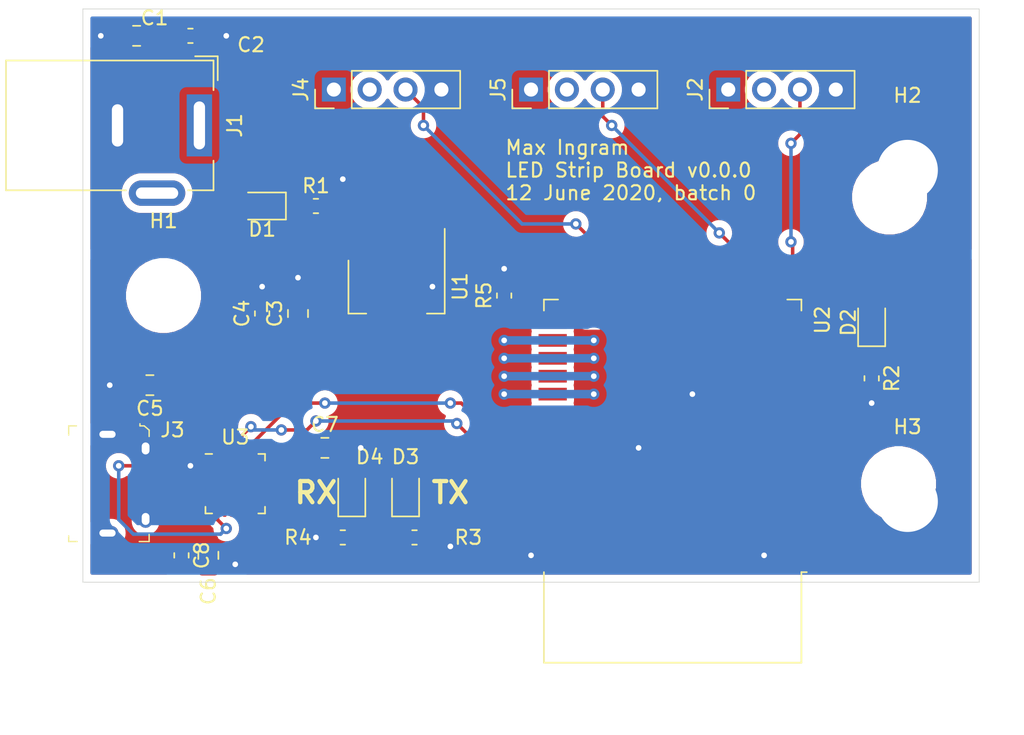
<source format=kicad_pcb>
(kicad_pcb (version 20171130) (host pcbnew "(5.1.5)-3")

  (general
    (thickness 1.6)
    (drawings 7)
    (tracks 168)
    (zones 0)
    (modules 28)
    (nets 62)
  )

  (page A4)
  (layers
    (0 F.Cu signal)
    (31 B.Cu signal)
    (32 B.Adhes user)
    (33 F.Adhes user)
    (34 B.Paste user)
    (35 F.Paste user)
    (36 B.SilkS user)
    (37 F.SilkS user)
    (38 B.Mask user)
    (39 F.Mask user)
    (40 Dwgs.User user)
    (41 Cmts.User user)
    (42 Eco1.User user)
    (43 Eco2.User user)
    (44 Edge.Cuts user)
    (45 Margin user)
    (46 B.CrtYd user)
    (47 F.CrtYd user)
    (48 B.Fab user hide)
    (49 F.Fab user hide)
  )

  (setup
    (last_trace_width 0.25)
    (trace_clearance 0.2)
    (zone_clearance 0.508)
    (zone_45_only no)
    (trace_min 0.2)
    (via_size 0.8)
    (via_drill 0.4)
    (via_min_size 0.4)
    (via_min_drill 0.3)
    (uvia_size 0.3)
    (uvia_drill 0.1)
    (uvias_allowed no)
    (uvia_min_size 0.2)
    (uvia_min_drill 0.1)
    (edge_width 0.05)
    (segment_width 0.2)
    (pcb_text_width 0.3)
    (pcb_text_size 1.5 1.5)
    (mod_edge_width 0.12)
    (mod_text_size 1 1)
    (mod_text_width 0.15)
    (pad_size 1.524 1.524)
    (pad_drill 0.762)
    (pad_to_mask_clearance 0.051)
    (solder_mask_min_width 0.25)
    (aux_axis_origin 0 0)
    (visible_elements FFFFFF7F)
    (pcbplotparams
      (layerselection 0x010fc_ffffffff)
      (usegerberextensions false)
      (usegerberattributes false)
      (usegerberadvancedattributes false)
      (creategerberjobfile false)
      (excludeedgelayer true)
      (linewidth 0.100000)
      (plotframeref false)
      (viasonmask false)
      (mode 1)
      (useauxorigin false)
      (hpglpennumber 1)
      (hpglpenspeed 20)
      (hpglpendiameter 15.000000)
      (psnegative false)
      (psa4output false)
      (plotreference true)
      (plotvalue false)
      (plotinvisibletext false)
      (padsonsilk false)
      (subtractmaskfromsilk false)
      (outputformat 1)
      (mirror false)
      (drillshape 0)
      (scaleselection 1)
      (outputdirectory "../fabs/v0.0.0/"))
  )

  (net 0 "")
  (net 1 GND)
  (net 2 +5V)
  (net 3 +3V3)
  (net 4 "Net-(C7-Pad1)")
  (net 5 "Net-(D1-Pad1)")
  (net 6 /MY_INDICATOR)
  (net 7 "Net-(D2-Pad1)")
  (net 8 /LED_~TX~)
  (net 9 "Net-(D3-Pad1)")
  (net 10 /LED_~RX~)
  (net 11 "Net-(D4-Pad1)")
  (net 12 /STRIP_1)
  (net 13 "Net-(J3-Pad2)")
  (net 14 "Net-(J3-Pad4)")
  (net 15 "Net-(J3-Pad3)")
  (net 16 /STRIP_2)
  (net 17 /STRIP_3)
  (net 18 /BOOT0)
  (net 19 "Net-(U2-Pad37)")
  (net 20 "Net-(U2-Pad36)")
  (net 21 /MCU_TX)
  (net 22 /MCU_RX)
  (net 23 "Net-(U2-Pad33)")
  (net 24 "Net-(U2-Pad32)")
  (net 25 "Net-(U2-Pad31)")
  (net 26 "Net-(U2-Pad30)")
  (net 27 "Net-(U2-Pad29)")
  (net 28 "Net-(U2-Pad28)")
  (net 29 "Net-(U2-Pad27)")
  (net 30 "Net-(U2-Pad26)")
  (net 31 "Net-(U2-Pad24)")
  (net 32 "Net-(U2-Pad23)")
  (net 33 "Net-(U2-Pad22)")
  (net 34 "Net-(U2-Pad21)")
  (net 35 "Net-(U2-Pad20)")
  (net 36 "Net-(U2-Pad19)")
  (net 37 "Net-(U2-Pad18)")
  (net 38 "Net-(U2-Pad17)")
  (net 39 "Net-(U2-Pad12)")
  (net 40 "Net-(U2-Pad10)")
  (net 41 "Net-(U2-Pad9)")
  (net 42 "Net-(U2-Pad8)")
  (net 43 "Net-(U2-Pad7)")
  (net 44 "Net-(U2-Pad6)")
  (net 45 "Net-(U2-Pad5)")
  (net 46 "Net-(U2-Pad4)")
  (net 47 "Net-(U3-Pad24)")
  (net 48 "Net-(U3-Pad23)")
  (net 49 "Net-(U3-Pad22)")
  (net 50 "Net-(U3-Pad19)")
  (net 51 "Net-(U3-Pad18)")
  (net 52 "Net-(U3-Pad17)")
  (net 53 "Net-(U3-Pad15)")
  (net 54 "Net-(U3-Pad12)")
  (net 55 "Net-(U3-Pad11)")
  (net 56 "Net-(U3-Pad10)")
  (net 57 "Net-(U3-Pad9)")
  (net 58 "Net-(U3-Pad1)")
  (net 59 "Net-(J2-Pad2)")
  (net 60 "Net-(J4-Pad2)")
  (net 61 "Net-(J5-Pad2)")

  (net_class Default "This is the default net class."
    (clearance 0.2)
    (trace_width 0.25)
    (via_dia 0.8)
    (via_drill 0.4)
    (uvia_dia 0.3)
    (uvia_drill 0.1)
    (add_net +3V3)
    (add_net +5V)
    (add_net /BOOT0)
    (add_net /LED_~RX~)
    (add_net /LED_~TX~)
    (add_net /MCU_RX)
    (add_net /MCU_TX)
    (add_net /MY_INDICATOR)
    (add_net /STRIP_1)
    (add_net /STRIP_2)
    (add_net /STRIP_3)
    (add_net GND)
    (add_net "Net-(C7-Pad1)")
    (add_net "Net-(D1-Pad1)")
    (add_net "Net-(D2-Pad1)")
    (add_net "Net-(D3-Pad1)")
    (add_net "Net-(D4-Pad1)")
    (add_net "Net-(J2-Pad2)")
    (add_net "Net-(J3-Pad2)")
    (add_net "Net-(J3-Pad3)")
    (add_net "Net-(J3-Pad4)")
    (add_net "Net-(J4-Pad2)")
    (add_net "Net-(J5-Pad2)")
    (add_net "Net-(U2-Pad10)")
    (add_net "Net-(U2-Pad12)")
    (add_net "Net-(U2-Pad17)")
    (add_net "Net-(U2-Pad18)")
    (add_net "Net-(U2-Pad19)")
    (add_net "Net-(U2-Pad20)")
    (add_net "Net-(U2-Pad21)")
    (add_net "Net-(U2-Pad22)")
    (add_net "Net-(U2-Pad23)")
    (add_net "Net-(U2-Pad24)")
    (add_net "Net-(U2-Pad26)")
    (add_net "Net-(U2-Pad27)")
    (add_net "Net-(U2-Pad28)")
    (add_net "Net-(U2-Pad29)")
    (add_net "Net-(U2-Pad30)")
    (add_net "Net-(U2-Pad31)")
    (add_net "Net-(U2-Pad32)")
    (add_net "Net-(U2-Pad33)")
    (add_net "Net-(U2-Pad36)")
    (add_net "Net-(U2-Pad37)")
    (add_net "Net-(U2-Pad4)")
    (add_net "Net-(U2-Pad5)")
    (add_net "Net-(U2-Pad6)")
    (add_net "Net-(U2-Pad7)")
    (add_net "Net-(U2-Pad8)")
    (add_net "Net-(U2-Pad9)")
    (add_net "Net-(U3-Pad1)")
    (add_net "Net-(U3-Pad10)")
    (add_net "Net-(U3-Pad11)")
    (add_net "Net-(U3-Pad12)")
    (add_net "Net-(U3-Pad15)")
    (add_net "Net-(U3-Pad17)")
    (add_net "Net-(U3-Pad18)")
    (add_net "Net-(U3-Pad19)")
    (add_net "Net-(U3-Pad22)")
    (add_net "Net-(U3-Pad23)")
    (add_net "Net-(U3-Pad24)")
    (add_net "Net-(U3-Pad9)")
  )

  (module MountingHole:MountingHole_4.3mm_M4 (layer F.Cu) (tedit 56D1B4CB) (tstamp 5EE42956)
    (at 149.86 118.745)
    (descr "Mounting Hole 4.3mm, no annular, M4")
    (tags "mounting hole 4.3mm no annular m4")
    (path /5EE524E9)
    (attr virtual)
    (fp_text reference H3 (at 0 -5.3) (layer F.SilkS)
      (effects (font (size 1 1) (thickness 0.15)))
    )
    (fp_text value MountingHole (at 0 5.3) (layer F.Fab)
      (effects (font (size 1 1) (thickness 0.15)))
    )
    (fp_circle (center 0 0) (end 4.55 0) (layer F.CrtYd) (width 0.05))
    (fp_circle (center 0 0) (end 4.3 0) (layer Cmts.User) (width 0.15))
    (fp_text user %R (at 0.3 0) (layer F.Fab)
      (effects (font (size 1 1) (thickness 0.15)))
    )
    (pad 1 np_thru_hole circle (at 0 0) (size 4.3 4.3) (drill 4.3) (layers *.Cu *.Mask))
  )

  (module MountingHole:MountingHole_4.3mm_M4 (layer F.Cu) (tedit 56D1B4CB) (tstamp 5EE4294E)
    (at 149.86 95.25)
    (descr "Mounting Hole 4.3mm, no annular, M4")
    (tags "mounting hole 4.3mm no annular m4")
    (path /5EE502B7)
    (attr virtual)
    (fp_text reference H2 (at 0 -5.3) (layer F.SilkS)
      (effects (font (size 1 1) (thickness 0.15)))
    )
    (fp_text value MountingHole (at 0 5.3) (layer F.Fab)
      (effects (font (size 1 1) (thickness 0.15)))
    )
    (fp_circle (center 0 0) (end 4.55 0) (layer F.CrtYd) (width 0.05))
    (fp_circle (center 0 0) (end 4.3 0) (layer Cmts.User) (width 0.15))
    (fp_text user %R (at 0.3 0) (layer F.Fab)
      (effects (font (size 1 1) (thickness 0.15)))
    )
    (pad 1 np_thru_hole circle (at 0 0) (size 4.3 4.3) (drill 4.3) (layers *.Cu *.Mask))
  )

  (module MountingHole:MountingHole_4.3mm_M4 (layer F.Cu) (tedit 56D1B4CB) (tstamp 5EE42946)
    (at 97.155 104.14)
    (descr "Mounting Hole 4.3mm, no annular, M4")
    (tags "mounting hole 4.3mm no annular m4")
    (path /5EE4CEDF)
    (attr virtual)
    (fp_text reference H1 (at 0 -5.3) (layer F.SilkS)
      (effects (font (size 1 1) (thickness 0.15)))
    )
    (fp_text value MountingHole (at 0 5.3) (layer F.Fab)
      (effects (font (size 1 1) (thickness 0.15)))
    )
    (fp_circle (center 0 0) (end 4.55 0) (layer F.CrtYd) (width 0.05))
    (fp_circle (center 0 0) (end 4.3 0) (layer Cmts.User) (width 0.15))
    (fp_text user %R (at 0.3 0) (layer F.Fab)
      (effects (font (size 1 1) (thickness 0.15)))
    )
    (pad 1 np_thru_hole circle (at 0 0) (size 4.3 4.3) (drill 4.3) (layers *.Cu *.Mask))
  )

  (module Package_DFN_QFN:QFN-24-1EP_4x4mm_P0.5mm_EP2.6x2.6mm (layer F.Cu) (tedit 5C1FD453) (tstamp 5EE4115A)
    (at 102.235 117.475)
    (descr "QFN, 24 Pin (http://ww1.microchip.com/downloads/en/PackagingSpec/00000049BQ.pdf#page=278), generated with kicad-footprint-generator ipc_dfn_qfn_generator.py")
    (tags "QFN DFN_QFN")
    (path /5EE6BCE7)
    (attr smd)
    (fp_text reference U3 (at 0 -3.3) (layer F.SilkS)
      (effects (font (size 1 1) (thickness 0.15)))
    )
    (fp_text value CP2104 (at 0 3.3) (layer F.Fab)
      (effects (font (size 1 1) (thickness 0.15)))
    )
    (fp_text user %R (at 0 0) (layer F.Fab)
      (effects (font (size 1 1) (thickness 0.15)))
    )
    (fp_line (start 2.6 -2.6) (end -2.6 -2.6) (layer F.CrtYd) (width 0.05))
    (fp_line (start 2.6 2.6) (end 2.6 -2.6) (layer F.CrtYd) (width 0.05))
    (fp_line (start -2.6 2.6) (end 2.6 2.6) (layer F.CrtYd) (width 0.05))
    (fp_line (start -2.6 -2.6) (end -2.6 2.6) (layer F.CrtYd) (width 0.05))
    (fp_line (start -2 -1) (end -1 -2) (layer F.Fab) (width 0.1))
    (fp_line (start -2 2) (end -2 -1) (layer F.Fab) (width 0.1))
    (fp_line (start 2 2) (end -2 2) (layer F.Fab) (width 0.1))
    (fp_line (start 2 -2) (end 2 2) (layer F.Fab) (width 0.1))
    (fp_line (start -1 -2) (end 2 -2) (layer F.Fab) (width 0.1))
    (fp_line (start -1.635 -2.11) (end -2.11 -2.11) (layer F.SilkS) (width 0.12))
    (fp_line (start 2.11 2.11) (end 2.11 1.635) (layer F.SilkS) (width 0.12))
    (fp_line (start 1.635 2.11) (end 2.11 2.11) (layer F.SilkS) (width 0.12))
    (fp_line (start -2.11 2.11) (end -2.11 1.635) (layer F.SilkS) (width 0.12))
    (fp_line (start -1.635 2.11) (end -2.11 2.11) (layer F.SilkS) (width 0.12))
    (fp_line (start 2.11 -2.11) (end 2.11 -1.635) (layer F.SilkS) (width 0.12))
    (fp_line (start 1.635 -2.11) (end 2.11 -2.11) (layer F.SilkS) (width 0.12))
    (pad 24 smd roundrect (at -1.25 -1.9375) (size 0.25 0.825) (layers F.Cu F.Paste F.Mask) (roundrect_rratio 0.25)
      (net 47 "Net-(U3-Pad24)"))
    (pad 23 smd roundrect (at -0.75 -1.9375) (size 0.25 0.825) (layers F.Cu F.Paste F.Mask) (roundrect_rratio 0.25)
      (net 48 "Net-(U3-Pad23)"))
    (pad 22 smd roundrect (at -0.25 -1.9375) (size 0.25 0.825) (layers F.Cu F.Paste F.Mask) (roundrect_rratio 0.25)
      (net 49 "Net-(U3-Pad22)"))
    (pad 21 smd roundrect (at 0.25 -1.9375) (size 0.25 0.825) (layers F.Cu F.Paste F.Mask) (roundrect_rratio 0.25)
      (net 21 /MCU_TX))
    (pad 20 smd roundrect (at 0.75 -1.9375) (size 0.25 0.825) (layers F.Cu F.Paste F.Mask) (roundrect_rratio 0.25)
      (net 22 /MCU_RX))
    (pad 19 smd roundrect (at 1.25 -1.9375) (size 0.25 0.825) (layers F.Cu F.Paste F.Mask) (roundrect_rratio 0.25)
      (net 50 "Net-(U3-Pad19)"))
    (pad 18 smd roundrect (at 1.9375 -1.25) (size 0.825 0.25) (layers F.Cu F.Paste F.Mask) (roundrect_rratio 0.25)
      (net 51 "Net-(U3-Pad18)"))
    (pad 17 smd roundrect (at 1.9375 -0.75) (size 0.825 0.25) (layers F.Cu F.Paste F.Mask) (roundrect_rratio 0.25)
      (net 52 "Net-(U3-Pad17)"))
    (pad 16 smd roundrect (at 1.9375 -0.25) (size 0.825 0.25) (layers F.Cu F.Paste F.Mask) (roundrect_rratio 0.25)
      (net 4 "Net-(C7-Pad1)"))
    (pad 15 smd roundrect (at 1.9375 0.25) (size 0.825 0.25) (layers F.Cu F.Paste F.Mask) (roundrect_rratio 0.25)
      (net 53 "Net-(U3-Pad15)"))
    (pad 14 smd roundrect (at 1.9375 0.75) (size 0.825 0.25) (layers F.Cu F.Paste F.Mask) (roundrect_rratio 0.25)
      (net 8 /LED_~TX~))
    (pad 13 smd roundrect (at 1.9375 1.25) (size 0.825 0.25) (layers F.Cu F.Paste F.Mask) (roundrect_rratio 0.25)
      (net 10 /LED_~RX~))
    (pad 12 smd roundrect (at 1.25 1.9375) (size 0.25 0.825) (layers F.Cu F.Paste F.Mask) (roundrect_rratio 0.25)
      (net 54 "Net-(U3-Pad12)"))
    (pad 11 smd roundrect (at 0.75 1.9375) (size 0.25 0.825) (layers F.Cu F.Paste F.Mask) (roundrect_rratio 0.25)
      (net 55 "Net-(U3-Pad11)"))
    (pad 10 smd roundrect (at 0.25 1.9375) (size 0.25 0.825) (layers F.Cu F.Paste F.Mask) (roundrect_rratio 0.25)
      (net 56 "Net-(U3-Pad10)"))
    (pad 9 smd roundrect (at -0.25 1.9375) (size 0.25 0.825) (layers F.Cu F.Paste F.Mask) (roundrect_rratio 0.25)
      (net 57 "Net-(U3-Pad9)"))
    (pad 8 smd roundrect (at -0.75 1.9375) (size 0.25 0.825) (layers F.Cu F.Paste F.Mask) (roundrect_rratio 0.25)
      (net 2 +5V))
    (pad 7 smd roundrect (at -1.25 1.9375) (size 0.25 0.825) (layers F.Cu F.Paste F.Mask) (roundrect_rratio 0.25)
      (net 2 +5V))
    (pad 6 smd roundrect (at -1.9375 1.25) (size 0.825 0.25) (layers F.Cu F.Paste F.Mask) (roundrect_rratio 0.25)
      (net 3 +3V3))
    (pad 5 smd roundrect (at -1.9375 0.75) (size 0.825 0.25) (layers F.Cu F.Paste F.Mask) (roundrect_rratio 0.25)
      (net 3 +3V3))
    (pad 4 smd roundrect (at -1.9375 0.25) (size 0.825 0.25) (layers F.Cu F.Paste F.Mask) (roundrect_rratio 0.25)
      (net 15 "Net-(J3-Pad3)"))
    (pad 3 smd roundrect (at -1.9375 -0.25) (size 0.825 0.25) (layers F.Cu F.Paste F.Mask) (roundrect_rratio 0.25)
      (net 13 "Net-(J3-Pad2)"))
    (pad 2 smd roundrect (at -1.9375 -0.75) (size 0.825 0.25) (layers F.Cu F.Paste F.Mask) (roundrect_rratio 0.25)
      (net 1 GND))
    (pad 1 smd roundrect (at -1.9375 -1.25) (size 0.825 0.25) (layers F.Cu F.Paste F.Mask) (roundrect_rratio 0.25)
      (net 58 "Net-(U3-Pad1)"))
    (pad "" smd roundrect (at 0.65 0.65) (size 1.05 1.05) (layers F.Paste) (roundrect_rratio 0.238095))
    (pad "" smd roundrect (at 0.65 -0.65) (size 1.05 1.05) (layers F.Paste) (roundrect_rratio 0.238095))
    (pad "" smd roundrect (at -0.65 0.65) (size 1.05 1.05) (layers F.Paste) (roundrect_rratio 0.238095))
    (pad "" smd roundrect (at -0.65 -0.65) (size 1.05 1.05) (layers F.Paste) (roundrect_rratio 0.238095))
    (pad 25 smd roundrect (at 0 0) (size 2.6 2.6) (layers F.Cu F.Mask) (roundrect_rratio 0.096154)
      (net 1 GND))
    (model ${KISYS3DMOD}/Package_DFN_QFN.3dshapes/QFN-24-1EP_4x4mm_P0.5mm_EP2.6x2.6mm.wrl
      (at (xyz 0 0 0))
      (scale (xyz 1 1 1))
      (rotate (xyz 0 0 0))
    )
  )

  (module RF_Module:ESP32-WROOM-32 (layer F.Cu) (tedit 5B5B4654) (tstamp 5EE41128)
    (at 133.223 114.3 180)
    (descr "Single 2.4 GHz Wi-Fi and Bluetooth combo chip https://www.espressif.com/sites/default/files/documentation/esp32-wroom-32_datasheet_en.pdf")
    (tags "Single 2.4 GHz Wi-Fi and Bluetooth combo  chip")
    (path /5EE12FB5)
    (attr smd)
    (fp_text reference U2 (at -10.61 8.43 90) (layer F.SilkS)
      (effects (font (size 1 1) (thickness 0.15)))
    )
    (fp_text value ESP32-WROOM-32 (at 0 11.5) (layer F.Fab)
      (effects (font (size 1 1) (thickness 0.15)))
    )
    (fp_line (start -9.12 -9.445) (end -9.5 -9.445) (layer F.SilkS) (width 0.12))
    (fp_line (start -9.12 -15.865) (end -9.12 -9.445) (layer F.SilkS) (width 0.12))
    (fp_line (start 9.12 -15.865) (end 9.12 -9.445) (layer F.SilkS) (width 0.12))
    (fp_line (start -9.12 -15.865) (end 9.12 -15.865) (layer F.SilkS) (width 0.12))
    (fp_line (start 9.12 9.88) (end 8.12 9.88) (layer F.SilkS) (width 0.12))
    (fp_line (start 9.12 9.1) (end 9.12 9.88) (layer F.SilkS) (width 0.12))
    (fp_line (start -9.12 9.88) (end -8.12 9.88) (layer F.SilkS) (width 0.12))
    (fp_line (start -9.12 9.1) (end -9.12 9.88) (layer F.SilkS) (width 0.12))
    (fp_line (start 8.4 -20.6) (end 8.2 -20.4) (layer Cmts.User) (width 0.1))
    (fp_line (start 8.4 -16) (end 8.4 -20.6) (layer Cmts.User) (width 0.1))
    (fp_line (start 8.4 -20.6) (end 8.6 -20.4) (layer Cmts.User) (width 0.1))
    (fp_line (start 8.4 -16) (end 8.6 -16.2) (layer Cmts.User) (width 0.1))
    (fp_line (start 8.4 -16) (end 8.2 -16.2) (layer Cmts.User) (width 0.1))
    (fp_line (start -9.2 -13.875) (end -9.4 -14.075) (layer Cmts.User) (width 0.1))
    (fp_line (start -13.8 -13.875) (end -9.2 -13.875) (layer Cmts.User) (width 0.1))
    (fp_line (start -9.2 -13.875) (end -9.4 -13.675) (layer Cmts.User) (width 0.1))
    (fp_line (start -13.8 -13.875) (end -13.6 -13.675) (layer Cmts.User) (width 0.1))
    (fp_line (start -13.8 -13.875) (end -13.6 -14.075) (layer Cmts.User) (width 0.1))
    (fp_line (start 9.2 -13.875) (end 9.4 -13.675) (layer Cmts.User) (width 0.1))
    (fp_line (start 9.2 -13.875) (end 9.4 -14.075) (layer Cmts.User) (width 0.1))
    (fp_line (start 13.8 -13.875) (end 13.6 -13.675) (layer Cmts.User) (width 0.1))
    (fp_line (start 13.8 -13.875) (end 13.6 -14.075) (layer Cmts.User) (width 0.1))
    (fp_line (start 9.2 -13.875) (end 13.8 -13.875) (layer Cmts.User) (width 0.1))
    (fp_line (start 14 -11.585) (end 12 -9.97) (layer Dwgs.User) (width 0.1))
    (fp_line (start 14 -13.2) (end 10 -9.97) (layer Dwgs.User) (width 0.1))
    (fp_line (start 14 -14.815) (end 8 -9.97) (layer Dwgs.User) (width 0.1))
    (fp_line (start 14 -16.43) (end 6 -9.97) (layer Dwgs.User) (width 0.1))
    (fp_line (start 14 -18.045) (end 4 -9.97) (layer Dwgs.User) (width 0.1))
    (fp_line (start 14 -19.66) (end 2 -9.97) (layer Dwgs.User) (width 0.1))
    (fp_line (start 13.475 -20.75) (end 0 -9.97) (layer Dwgs.User) (width 0.1))
    (fp_line (start 11.475 -20.75) (end -2 -9.97) (layer Dwgs.User) (width 0.1))
    (fp_line (start 9.475 -20.75) (end -4 -9.97) (layer Dwgs.User) (width 0.1))
    (fp_line (start 7.475 -20.75) (end -6 -9.97) (layer Dwgs.User) (width 0.1))
    (fp_line (start -8 -9.97) (end 5.475 -20.75) (layer Dwgs.User) (width 0.1))
    (fp_line (start 3.475 -20.75) (end -10 -9.97) (layer Dwgs.User) (width 0.1))
    (fp_line (start 1.475 -20.75) (end -12 -9.97) (layer Dwgs.User) (width 0.1))
    (fp_line (start -0.525 -20.75) (end -14 -9.97) (layer Dwgs.User) (width 0.1))
    (fp_line (start -2.525 -20.75) (end -14 -11.585) (layer Dwgs.User) (width 0.1))
    (fp_line (start -4.525 -20.75) (end -14 -13.2) (layer Dwgs.User) (width 0.1))
    (fp_line (start -6.525 -20.75) (end -14 -14.815) (layer Dwgs.User) (width 0.1))
    (fp_line (start -8.525 -20.75) (end -14 -16.43) (layer Dwgs.User) (width 0.1))
    (fp_line (start -10.525 -20.75) (end -14 -18.045) (layer Dwgs.User) (width 0.1))
    (fp_line (start -12.525 -20.75) (end -14 -19.66) (layer Dwgs.User) (width 0.1))
    (fp_line (start 9.75 -9.72) (end 14.25 -9.72) (layer F.CrtYd) (width 0.05))
    (fp_line (start -14.25 -9.72) (end -9.75 -9.72) (layer F.CrtYd) (width 0.05))
    (fp_line (start 14.25 -21) (end 14.25 -9.72) (layer F.CrtYd) (width 0.05))
    (fp_line (start -14.25 -21) (end -14.25 -9.72) (layer F.CrtYd) (width 0.05))
    (fp_line (start 14 -20.75) (end -14 -20.75) (layer Dwgs.User) (width 0.1))
    (fp_line (start 14 -9.97) (end 14 -20.75) (layer Dwgs.User) (width 0.1))
    (fp_line (start 14 -9.97) (end -14 -9.97) (layer Dwgs.User) (width 0.1))
    (fp_line (start -9 -9.02) (end -8.5 -9.52) (layer F.Fab) (width 0.1))
    (fp_line (start -8.5 -9.52) (end -9 -10.02) (layer F.Fab) (width 0.1))
    (fp_line (start -9 -9.02) (end -9 9.76) (layer F.Fab) (width 0.1))
    (fp_line (start -14.25 -21) (end 14.25 -21) (layer F.CrtYd) (width 0.05))
    (fp_line (start 9.75 -9.72) (end 9.75 10.5) (layer F.CrtYd) (width 0.05))
    (fp_line (start -9.75 10.5) (end 9.75 10.5) (layer F.CrtYd) (width 0.05))
    (fp_line (start -9.75 10.5) (end -9.75 -9.72) (layer F.CrtYd) (width 0.05))
    (fp_line (start -9 -15.745) (end 9 -15.745) (layer F.Fab) (width 0.1))
    (fp_line (start -9 -15.745) (end -9 -10.02) (layer F.Fab) (width 0.1))
    (fp_line (start -9 9.76) (end 9 9.76) (layer F.Fab) (width 0.1))
    (fp_line (start 9 9.76) (end 9 -15.745) (layer F.Fab) (width 0.1))
    (fp_line (start -14 -9.97) (end -14 -20.75) (layer Dwgs.User) (width 0.1))
    (fp_text user "5 mm" (at 7.8 -19.075 90) (layer Cmts.User)
      (effects (font (size 0.5 0.5) (thickness 0.1)))
    )
    (fp_text user "5 mm" (at -11.2 -14.375) (layer Cmts.User)
      (effects (font (size 0.5 0.5) (thickness 0.1)))
    )
    (fp_text user "5 mm" (at 11.8 -14.375) (layer Cmts.User)
      (effects (font (size 0.5 0.5) (thickness 0.1)))
    )
    (fp_text user Antenna (at 0 -13) (layer Cmts.User)
      (effects (font (size 1 1) (thickness 0.15)))
    )
    (fp_text user "KEEP-OUT ZONE" (at 0 -19) (layer Cmts.User)
      (effects (font (size 1 1) (thickness 0.15)))
    )
    (fp_text user %R (at 0 0) (layer F.Fab)
      (effects (font (size 1 1) (thickness 0.15)))
    )
    (pad 38 smd rect (at 8.5 -8.255 180) (size 2 0.9) (layers F.Cu F.Paste F.Mask)
      (net 1 GND))
    (pad 37 smd rect (at 8.5 -6.985 180) (size 2 0.9) (layers F.Cu F.Paste F.Mask)
      (net 19 "Net-(U2-Pad37)"))
    (pad 36 smd rect (at 8.5 -5.715 180) (size 2 0.9) (layers F.Cu F.Paste F.Mask)
      (net 20 "Net-(U2-Pad36)"))
    (pad 35 smd rect (at 8.5 -4.445 180) (size 2 0.9) (layers F.Cu F.Paste F.Mask)
      (net 21 /MCU_TX))
    (pad 34 smd rect (at 8.5 -3.175 180) (size 2 0.9) (layers F.Cu F.Paste F.Mask)
      (net 22 /MCU_RX))
    (pad 33 smd rect (at 8.5 -1.905 180) (size 2 0.9) (layers F.Cu F.Paste F.Mask)
      (net 23 "Net-(U2-Pad33)"))
    (pad 32 smd rect (at 8.5 -0.635 180) (size 2 0.9) (layers F.Cu F.Paste F.Mask)
      (net 24 "Net-(U2-Pad32)"))
    (pad 31 smd rect (at 8.5 0.635 180) (size 2 0.9) (layers F.Cu F.Paste F.Mask)
      (net 25 "Net-(U2-Pad31)"))
    (pad 30 smd rect (at 8.5 1.905 180) (size 2 0.9) (layers F.Cu F.Paste F.Mask)
      (net 26 "Net-(U2-Pad30)"))
    (pad 29 smd rect (at 8.5 3.175 180) (size 2 0.9) (layers F.Cu F.Paste F.Mask)
      (net 27 "Net-(U2-Pad29)"))
    (pad 28 smd rect (at 8.5 4.445 180) (size 2 0.9) (layers F.Cu F.Paste F.Mask)
      (net 28 "Net-(U2-Pad28)"))
    (pad 27 smd rect (at 8.5 5.715 180) (size 2 0.9) (layers F.Cu F.Paste F.Mask)
      (net 29 "Net-(U2-Pad27)"))
    (pad 26 smd rect (at 8.5 6.985 180) (size 2 0.9) (layers F.Cu F.Paste F.Mask)
      (net 30 "Net-(U2-Pad26)"))
    (pad 25 smd rect (at 8.5 8.255 180) (size 2 0.9) (layers F.Cu F.Paste F.Mask)
      (net 18 /BOOT0))
    (pad 24 smd rect (at 5.715 9.255 270) (size 2 0.9) (layers F.Cu F.Paste F.Mask)
      (net 31 "Net-(U2-Pad24)"))
    (pad 23 smd rect (at 4.445 9.255 270) (size 2 0.9) (layers F.Cu F.Paste F.Mask)
      (net 32 "Net-(U2-Pad23)"))
    (pad 22 smd rect (at 3.175 9.255 270) (size 2 0.9) (layers F.Cu F.Paste F.Mask)
      (net 33 "Net-(U2-Pad22)"))
    (pad 21 smd rect (at 1.905 9.255 270) (size 2 0.9) (layers F.Cu F.Paste F.Mask)
      (net 34 "Net-(U2-Pad21)"))
    (pad 20 smd rect (at 0.635 9.255 270) (size 2 0.9) (layers F.Cu F.Paste F.Mask)
      (net 35 "Net-(U2-Pad20)"))
    (pad 19 smd rect (at -0.635 9.255 270) (size 2 0.9) (layers F.Cu F.Paste F.Mask)
      (net 36 "Net-(U2-Pad19)"))
    (pad 18 smd rect (at -1.905 9.255 270) (size 2 0.9) (layers F.Cu F.Paste F.Mask)
      (net 37 "Net-(U2-Pad18)"))
    (pad 17 smd rect (at -3.175 9.255 270) (size 2 0.9) (layers F.Cu F.Paste F.Mask)
      (net 38 "Net-(U2-Pad17)"))
    (pad 16 smd rect (at -4.445 9.255 270) (size 2 0.9) (layers F.Cu F.Paste F.Mask)
      (net 16 /STRIP_2))
    (pad 15 smd rect (at -5.715 9.255 270) (size 2 0.9) (layers F.Cu F.Paste F.Mask)
      (net 1 GND))
    (pad 14 smd rect (at -8.5 8.255 180) (size 2 0.9) (layers F.Cu F.Paste F.Mask)
      (net 12 /STRIP_1))
    (pad 13 smd rect (at -8.5 6.985 180) (size 2 0.9) (layers F.Cu F.Paste F.Mask)
      (net 17 /STRIP_3))
    (pad 12 smd rect (at -8.5 5.715 180) (size 2 0.9) (layers F.Cu F.Paste F.Mask)
      (net 39 "Net-(U2-Pad12)"))
    (pad 11 smd rect (at -8.5 4.445 180) (size 2 0.9) (layers F.Cu F.Paste F.Mask)
      (net 6 /MY_INDICATOR))
    (pad 10 smd rect (at -8.5 3.175 180) (size 2 0.9) (layers F.Cu F.Paste F.Mask)
      (net 40 "Net-(U2-Pad10)"))
    (pad 9 smd rect (at -8.5 1.905 180) (size 2 0.9) (layers F.Cu F.Paste F.Mask)
      (net 41 "Net-(U2-Pad9)"))
    (pad 8 smd rect (at -8.5 0.635 180) (size 2 0.9) (layers F.Cu F.Paste F.Mask)
      (net 42 "Net-(U2-Pad8)"))
    (pad 7 smd rect (at -8.5 -0.635 180) (size 2 0.9) (layers F.Cu F.Paste F.Mask)
      (net 43 "Net-(U2-Pad7)"))
    (pad 6 smd rect (at -8.5 -1.905 180) (size 2 0.9) (layers F.Cu F.Paste F.Mask)
      (net 44 "Net-(U2-Pad6)"))
    (pad 5 smd rect (at -8.5 -3.175 180) (size 2 0.9) (layers F.Cu F.Paste F.Mask)
      (net 45 "Net-(U2-Pad5)"))
    (pad 4 smd rect (at -8.5 -4.445 180) (size 2 0.9) (layers F.Cu F.Paste F.Mask)
      (net 46 "Net-(U2-Pad4)"))
    (pad 3 smd rect (at -8.5 -5.715 180) (size 2 0.9) (layers F.Cu F.Paste F.Mask)
      (net 3 +3V3))
    (pad 2 smd rect (at -8.5 -6.985 180) (size 2 0.9) (layers F.Cu F.Paste F.Mask)
      (net 3 +3V3))
    (pad 1 smd rect (at -8.5 -8.255 180) (size 2 0.9) (layers F.Cu F.Paste F.Mask)
      (net 1 GND))
    (pad 39 smd rect (at -1 -0.755 180) (size 5 5) (layers F.Cu F.Paste F.Mask)
      (net 1 GND))
    (model ${KISYS3DMOD}/RF_Module.3dshapes/ESP32-WROOM-32.wrl
      (at (xyz 0 0 0))
      (scale (xyz 1 1 1))
      (rotate (xyz 0 0 0))
    )
  )

  (module Package_TO_SOT_SMD:SOT-223-3_TabPin2 (layer F.Cu) (tedit 5A02FF57) (tstamp 5EE410B9)
    (at 113.665 103.505 270)
    (descr "module CMS SOT223 4 pins")
    (tags "CMS SOT")
    (path /5EE2360E)
    (attr smd)
    (fp_text reference U1 (at 0 -4.5 90) (layer F.SilkS)
      (effects (font (size 1 1) (thickness 0.15)))
    )
    (fp_text value AZ1117-3.3 (at 0 4.5 90) (layer F.Fab)
      (effects (font (size 1 1) (thickness 0.15)))
    )
    (fp_line (start 1.85 -3.35) (end 1.85 3.35) (layer F.Fab) (width 0.1))
    (fp_line (start -1.85 3.35) (end 1.85 3.35) (layer F.Fab) (width 0.1))
    (fp_line (start -4.1 -3.41) (end 1.91 -3.41) (layer F.SilkS) (width 0.12))
    (fp_line (start -0.85 -3.35) (end 1.85 -3.35) (layer F.Fab) (width 0.1))
    (fp_line (start -1.85 3.41) (end 1.91 3.41) (layer F.SilkS) (width 0.12))
    (fp_line (start -1.85 -2.35) (end -1.85 3.35) (layer F.Fab) (width 0.1))
    (fp_line (start -1.85 -2.35) (end -0.85 -3.35) (layer F.Fab) (width 0.1))
    (fp_line (start -4.4 -3.6) (end -4.4 3.6) (layer F.CrtYd) (width 0.05))
    (fp_line (start -4.4 3.6) (end 4.4 3.6) (layer F.CrtYd) (width 0.05))
    (fp_line (start 4.4 3.6) (end 4.4 -3.6) (layer F.CrtYd) (width 0.05))
    (fp_line (start 4.4 -3.6) (end -4.4 -3.6) (layer F.CrtYd) (width 0.05))
    (fp_line (start 1.91 -3.41) (end 1.91 -2.15) (layer F.SilkS) (width 0.12))
    (fp_line (start 1.91 3.41) (end 1.91 2.15) (layer F.SilkS) (width 0.12))
    (fp_text user %R (at 0 0) (layer F.Fab)
      (effects (font (size 0.8 0.8) (thickness 0.12)))
    )
    (pad 1 smd rect (at -3.15 -2.3 270) (size 2 1.5) (layers F.Cu F.Paste F.Mask)
      (net 1 GND))
    (pad 3 smd rect (at -3.15 2.3 270) (size 2 1.5) (layers F.Cu F.Paste F.Mask)
      (net 2 +5V))
    (pad 2 smd rect (at -3.15 0 270) (size 2 1.5) (layers F.Cu F.Paste F.Mask)
      (net 3 +3V3))
    (pad 2 smd rect (at 3.15 0 270) (size 2 3.8) (layers F.Cu F.Paste F.Mask)
      (net 3 +3V3))
    (model ${KISYS3DMOD}/Package_TO_SOT_SMD.3dshapes/SOT-223.wrl
      (at (xyz 0 0 0))
      (scale (xyz 1 1 1))
      (rotate (xyz 0 0 0))
    )
  )

  (module Resistor_SMD:R_0603_1608Metric (layer F.Cu) (tedit 5B301BBD) (tstamp 5EE410A3)
    (at 121.285 104.14 90)
    (descr "Resistor SMD 0603 (1608 Metric), square (rectangular) end terminal, IPC_7351 nominal, (Body size source: http://www.tortai-tech.com/upload/download/2011102023233369053.pdf), generated with kicad-footprint-generator")
    (tags resistor)
    (path /5EE40660)
    (attr smd)
    (fp_text reference R5 (at 0 -1.43 90) (layer F.SilkS)
      (effects (font (size 1 1) (thickness 0.15)))
    )
    (fp_text value 10k (at 0 1.43 90) (layer F.Fab)
      (effects (font (size 1 1) (thickness 0.15)))
    )
    (fp_text user %R (at 0 0 90) (layer F.Fab)
      (effects (font (size 0.4 0.4) (thickness 0.06)))
    )
    (fp_line (start 1.48 0.73) (end -1.48 0.73) (layer F.CrtYd) (width 0.05))
    (fp_line (start 1.48 -0.73) (end 1.48 0.73) (layer F.CrtYd) (width 0.05))
    (fp_line (start -1.48 -0.73) (end 1.48 -0.73) (layer F.CrtYd) (width 0.05))
    (fp_line (start -1.48 0.73) (end -1.48 -0.73) (layer F.CrtYd) (width 0.05))
    (fp_line (start -0.162779 0.51) (end 0.162779 0.51) (layer F.SilkS) (width 0.12))
    (fp_line (start -0.162779 -0.51) (end 0.162779 -0.51) (layer F.SilkS) (width 0.12))
    (fp_line (start 0.8 0.4) (end -0.8 0.4) (layer F.Fab) (width 0.1))
    (fp_line (start 0.8 -0.4) (end 0.8 0.4) (layer F.Fab) (width 0.1))
    (fp_line (start -0.8 -0.4) (end 0.8 -0.4) (layer F.Fab) (width 0.1))
    (fp_line (start -0.8 0.4) (end -0.8 -0.4) (layer F.Fab) (width 0.1))
    (pad 2 smd roundrect (at 0.7875 0 90) (size 0.875 0.95) (layers F.Cu F.Paste F.Mask) (roundrect_rratio 0.25)
      (net 1 GND))
    (pad 1 smd roundrect (at -0.7875 0 90) (size 0.875 0.95) (layers F.Cu F.Paste F.Mask) (roundrect_rratio 0.25)
      (net 18 /BOOT0))
    (model ${KISYS3DMOD}/Resistor_SMD.3dshapes/R_0603_1608Metric.wrl
      (at (xyz 0 0 0))
      (scale (xyz 1 1 1))
      (rotate (xyz 0 0 0))
    )
  )

  (module Resistor_SMD:R_0603_1608Metric (layer F.Cu) (tedit 5B301BBD) (tstamp 5EE41092)
    (at 109.855 121.285 180)
    (descr "Resistor SMD 0603 (1608 Metric), square (rectangular) end terminal, IPC_7351 nominal, (Body size source: http://www.tortai-tech.com/upload/download/2011102023233369053.pdf), generated with kicad-footprint-generator")
    (tags resistor)
    (path /5EECDA89)
    (attr smd)
    (fp_text reference R4 (at 3.175 0) (layer F.SilkS)
      (effects (font (size 1 1) (thickness 0.15)))
    )
    (fp_text value 1K (at 0 1.43) (layer F.Fab)
      (effects (font (size 1 1) (thickness 0.15)))
    )
    (fp_text user %R (at 0 0) (layer F.Fab)
      (effects (font (size 0.4 0.4) (thickness 0.06)))
    )
    (fp_line (start 1.48 0.73) (end -1.48 0.73) (layer F.CrtYd) (width 0.05))
    (fp_line (start 1.48 -0.73) (end 1.48 0.73) (layer F.CrtYd) (width 0.05))
    (fp_line (start -1.48 -0.73) (end 1.48 -0.73) (layer F.CrtYd) (width 0.05))
    (fp_line (start -1.48 0.73) (end -1.48 -0.73) (layer F.CrtYd) (width 0.05))
    (fp_line (start -0.162779 0.51) (end 0.162779 0.51) (layer F.SilkS) (width 0.12))
    (fp_line (start -0.162779 -0.51) (end 0.162779 -0.51) (layer F.SilkS) (width 0.12))
    (fp_line (start 0.8 0.4) (end -0.8 0.4) (layer F.Fab) (width 0.1))
    (fp_line (start 0.8 -0.4) (end 0.8 0.4) (layer F.Fab) (width 0.1))
    (fp_line (start -0.8 -0.4) (end 0.8 -0.4) (layer F.Fab) (width 0.1))
    (fp_line (start -0.8 0.4) (end -0.8 -0.4) (layer F.Fab) (width 0.1))
    (pad 2 smd roundrect (at 0.7875 0 180) (size 0.875 0.95) (layers F.Cu F.Paste F.Mask) (roundrect_rratio 0.25)
      (net 1 GND))
    (pad 1 smd roundrect (at -0.7875 0 180) (size 0.875 0.95) (layers F.Cu F.Paste F.Mask) (roundrect_rratio 0.25)
      (net 11 "Net-(D4-Pad1)"))
    (model ${KISYS3DMOD}/Resistor_SMD.3dshapes/R_0603_1608Metric.wrl
      (at (xyz 0 0 0))
      (scale (xyz 1 1 1))
      (rotate (xyz 0 0 0))
    )
  )

  (module Resistor_SMD:R_0603_1608Metric (layer F.Cu) (tedit 5B301BBD) (tstamp 5EE41081)
    (at 114.935 121.285)
    (descr "Resistor SMD 0603 (1608 Metric), square (rectangular) end terminal, IPC_7351 nominal, (Body size source: http://www.tortai-tech.com/upload/download/2011102023233369053.pdf), generated with kicad-footprint-generator")
    (tags resistor)
    (path /5EEC88B4)
    (attr smd)
    (fp_text reference R3 (at 3.81 0 180) (layer F.SilkS)
      (effects (font (size 1 1) (thickness 0.15)))
    )
    (fp_text value 1K (at 0 1.43) (layer F.Fab)
      (effects (font (size 1 1) (thickness 0.15)))
    )
    (fp_text user %R (at 0 0) (layer F.Fab)
      (effects (font (size 0.4 0.4) (thickness 0.06)))
    )
    (fp_line (start 1.48 0.73) (end -1.48 0.73) (layer F.CrtYd) (width 0.05))
    (fp_line (start 1.48 -0.73) (end 1.48 0.73) (layer F.CrtYd) (width 0.05))
    (fp_line (start -1.48 -0.73) (end 1.48 -0.73) (layer F.CrtYd) (width 0.05))
    (fp_line (start -1.48 0.73) (end -1.48 -0.73) (layer F.CrtYd) (width 0.05))
    (fp_line (start -0.162779 0.51) (end 0.162779 0.51) (layer F.SilkS) (width 0.12))
    (fp_line (start -0.162779 -0.51) (end 0.162779 -0.51) (layer F.SilkS) (width 0.12))
    (fp_line (start 0.8 0.4) (end -0.8 0.4) (layer F.Fab) (width 0.1))
    (fp_line (start 0.8 -0.4) (end 0.8 0.4) (layer F.Fab) (width 0.1))
    (fp_line (start -0.8 -0.4) (end 0.8 -0.4) (layer F.Fab) (width 0.1))
    (fp_line (start -0.8 0.4) (end -0.8 -0.4) (layer F.Fab) (width 0.1))
    (pad 2 smd roundrect (at 0.7875 0) (size 0.875 0.95) (layers F.Cu F.Paste F.Mask) (roundrect_rratio 0.25)
      (net 1 GND))
    (pad 1 smd roundrect (at -0.7875 0) (size 0.875 0.95) (layers F.Cu F.Paste F.Mask) (roundrect_rratio 0.25)
      (net 9 "Net-(D3-Pad1)"))
    (model ${KISYS3DMOD}/Resistor_SMD.3dshapes/R_0603_1608Metric.wrl
      (at (xyz 0 0 0))
      (scale (xyz 1 1 1))
      (rotate (xyz 0 0 0))
    )
  )

  (module Resistor_SMD:R_0603_1608Metric (layer F.Cu) (tedit 5B301BBD) (tstamp 5EE41070)
    (at 147.32 110.0075 270)
    (descr "Resistor SMD 0603 (1608 Metric), square (rectangular) end terminal, IPC_7351 nominal, (Body size source: http://www.tortai-tech.com/upload/download/2011102023233369053.pdf), generated with kicad-footprint-generator")
    (tags resistor)
    (path /5EE1F01D)
    (attr smd)
    (fp_text reference R2 (at 0 -1.43 90) (layer F.SilkS)
      (effects (font (size 1 1) (thickness 0.15)))
    )
    (fp_text value 130R (at 0 1.43 90) (layer F.Fab)
      (effects (font (size 1 1) (thickness 0.15)))
    )
    (fp_text user %R (at 0 0 90) (layer F.Fab)
      (effects (font (size 0.4 0.4) (thickness 0.06)))
    )
    (fp_line (start 1.48 0.73) (end -1.48 0.73) (layer F.CrtYd) (width 0.05))
    (fp_line (start 1.48 -0.73) (end 1.48 0.73) (layer F.CrtYd) (width 0.05))
    (fp_line (start -1.48 -0.73) (end 1.48 -0.73) (layer F.CrtYd) (width 0.05))
    (fp_line (start -1.48 0.73) (end -1.48 -0.73) (layer F.CrtYd) (width 0.05))
    (fp_line (start -0.162779 0.51) (end 0.162779 0.51) (layer F.SilkS) (width 0.12))
    (fp_line (start -0.162779 -0.51) (end 0.162779 -0.51) (layer F.SilkS) (width 0.12))
    (fp_line (start 0.8 0.4) (end -0.8 0.4) (layer F.Fab) (width 0.1))
    (fp_line (start 0.8 -0.4) (end 0.8 0.4) (layer F.Fab) (width 0.1))
    (fp_line (start -0.8 -0.4) (end 0.8 -0.4) (layer F.Fab) (width 0.1))
    (fp_line (start -0.8 0.4) (end -0.8 -0.4) (layer F.Fab) (width 0.1))
    (pad 2 smd roundrect (at 0.7875 0 270) (size 0.875 0.95) (layers F.Cu F.Paste F.Mask) (roundrect_rratio 0.25)
      (net 1 GND))
    (pad 1 smd roundrect (at -0.7875 0 270) (size 0.875 0.95) (layers F.Cu F.Paste F.Mask) (roundrect_rratio 0.25)
      (net 7 "Net-(D2-Pad1)"))
    (model ${KISYS3DMOD}/Resistor_SMD.3dshapes/R_0603_1608Metric.wrl
      (at (xyz 0 0 0))
      (scale (xyz 1 1 1))
      (rotate (xyz 0 0 0))
    )
  )

  (module Resistor_SMD:R_0603_1608Metric (layer F.Cu) (tedit 5B301BBD) (tstamp 5EE4105F)
    (at 107.95 97.79)
    (descr "Resistor SMD 0603 (1608 Metric), square (rectangular) end terminal, IPC_7351 nominal, (Body size source: http://www.tortai-tech.com/upload/download/2011102023233369053.pdf), generated with kicad-footprint-generator")
    (tags resistor)
    (path /5EE175CA)
    (attr smd)
    (fp_text reference R1 (at 0 -1.43) (layer F.SilkS)
      (effects (font (size 1 1) (thickness 0.15)))
    )
    (fp_text value 300R (at 0 1.43) (layer F.Fab)
      (effects (font (size 1 1) (thickness 0.15)))
    )
    (fp_text user %R (at 0 0) (layer F.Fab)
      (effects (font (size 0.4 0.4) (thickness 0.06)))
    )
    (fp_line (start 1.48 0.73) (end -1.48 0.73) (layer F.CrtYd) (width 0.05))
    (fp_line (start 1.48 -0.73) (end 1.48 0.73) (layer F.CrtYd) (width 0.05))
    (fp_line (start -1.48 -0.73) (end 1.48 -0.73) (layer F.CrtYd) (width 0.05))
    (fp_line (start -1.48 0.73) (end -1.48 -0.73) (layer F.CrtYd) (width 0.05))
    (fp_line (start -0.162779 0.51) (end 0.162779 0.51) (layer F.SilkS) (width 0.12))
    (fp_line (start -0.162779 -0.51) (end 0.162779 -0.51) (layer F.SilkS) (width 0.12))
    (fp_line (start 0.8 0.4) (end -0.8 0.4) (layer F.Fab) (width 0.1))
    (fp_line (start 0.8 -0.4) (end 0.8 0.4) (layer F.Fab) (width 0.1))
    (fp_line (start -0.8 -0.4) (end 0.8 -0.4) (layer F.Fab) (width 0.1))
    (fp_line (start -0.8 0.4) (end -0.8 -0.4) (layer F.Fab) (width 0.1))
    (pad 2 smd roundrect (at 0.7875 0) (size 0.875 0.95) (layers F.Cu F.Paste F.Mask) (roundrect_rratio 0.25)
      (net 1 GND))
    (pad 1 smd roundrect (at -0.7875 0) (size 0.875 0.95) (layers F.Cu F.Paste F.Mask) (roundrect_rratio 0.25)
      (net 5 "Net-(D1-Pad1)"))
    (model ${KISYS3DMOD}/Resistor_SMD.3dshapes/R_0603_1608Metric.wrl
      (at (xyz 0 0 0))
      (scale (xyz 1 1 1))
      (rotate (xyz 0 0 0))
    )
  )

  (module Connector_PinHeader_2.54mm:PinHeader_1x04_P2.54mm_Vertical (layer F.Cu) (tedit 59FED5CC) (tstamp 5EE4104E)
    (at 123.19 89.535 90)
    (descr "Through hole straight pin header, 1x04, 2.54mm pitch, single row")
    (tags "Through hole pin header THT 1x04 2.54mm single row")
    (path /5EEDFDF8)
    (fp_text reference J5 (at 0 -2.33 90) (layer F.SilkS)
      (effects (font (size 1 1) (thickness 0.15)))
    )
    (fp_text value Conn_01x04_Male (at 0 9.95 90) (layer F.Fab)
      (effects (font (size 1 1) (thickness 0.15)))
    )
    (fp_text user %R (at 0 3.81) (layer F.Fab)
      (effects (font (size 1 1) (thickness 0.15)))
    )
    (fp_line (start 1.8 -1.8) (end -1.8 -1.8) (layer F.CrtYd) (width 0.05))
    (fp_line (start 1.8 9.4) (end 1.8 -1.8) (layer F.CrtYd) (width 0.05))
    (fp_line (start -1.8 9.4) (end 1.8 9.4) (layer F.CrtYd) (width 0.05))
    (fp_line (start -1.8 -1.8) (end -1.8 9.4) (layer F.CrtYd) (width 0.05))
    (fp_line (start -1.33 -1.33) (end 0 -1.33) (layer F.SilkS) (width 0.12))
    (fp_line (start -1.33 0) (end -1.33 -1.33) (layer F.SilkS) (width 0.12))
    (fp_line (start -1.33 1.27) (end 1.33 1.27) (layer F.SilkS) (width 0.12))
    (fp_line (start 1.33 1.27) (end 1.33 8.95) (layer F.SilkS) (width 0.12))
    (fp_line (start -1.33 1.27) (end -1.33 8.95) (layer F.SilkS) (width 0.12))
    (fp_line (start -1.33 8.95) (end 1.33 8.95) (layer F.SilkS) (width 0.12))
    (fp_line (start -1.27 -0.635) (end -0.635 -1.27) (layer F.Fab) (width 0.1))
    (fp_line (start -1.27 8.89) (end -1.27 -0.635) (layer F.Fab) (width 0.1))
    (fp_line (start 1.27 8.89) (end -1.27 8.89) (layer F.Fab) (width 0.1))
    (fp_line (start 1.27 -1.27) (end 1.27 8.89) (layer F.Fab) (width 0.1))
    (fp_line (start -0.635 -1.27) (end 1.27 -1.27) (layer F.Fab) (width 0.1))
    (pad 4 thru_hole oval (at 0 7.62 90) (size 1.7 1.7) (drill 1) (layers *.Cu *.Mask)
      (net 1 GND))
    (pad 3 thru_hole oval (at 0 5.08 90) (size 1.7 1.7) (drill 1) (layers *.Cu *.Mask)
      (net 17 /STRIP_3))
    (pad 2 thru_hole oval (at 0 2.54 90) (size 1.7 1.7) (drill 1) (layers *.Cu *.Mask)
      (net 61 "Net-(J5-Pad2)"))
    (pad 1 thru_hole rect (at 0 0 90) (size 1.7 1.7) (drill 1) (layers *.Cu *.Mask)
      (net 2 +5V))
    (model ${KISYS3DMOD}/Connector_PinHeader_2.54mm.3dshapes/PinHeader_1x04_P2.54mm_Vertical.wrl
      (at (xyz 0 0 0))
      (scale (xyz 1 1 1))
      (rotate (xyz 0 0 0))
    )
  )

  (module Connector_PinHeader_2.54mm:PinHeader_1x04_P2.54mm_Vertical (layer F.Cu) (tedit 59FED5CC) (tstamp 5EE41036)
    (at 109.22 89.535 90)
    (descr "Through hole straight pin header, 1x04, 2.54mm pitch, single row")
    (tags "Through hole pin header THT 1x04 2.54mm single row")
    (path /5EEDA6BA)
    (fp_text reference J4 (at 0 -2.33 90) (layer F.SilkS)
      (effects (font (size 1 1) (thickness 0.15)))
    )
    (fp_text value Conn_01x04_Male (at 0 9.95 90) (layer F.Fab)
      (effects (font (size 1 1) (thickness 0.15)))
    )
    (fp_text user %R (at 0 3.81) (layer F.Fab)
      (effects (font (size 1 1) (thickness 0.15)))
    )
    (fp_line (start 1.8 -1.8) (end -1.8 -1.8) (layer F.CrtYd) (width 0.05))
    (fp_line (start 1.8 9.4) (end 1.8 -1.8) (layer F.CrtYd) (width 0.05))
    (fp_line (start -1.8 9.4) (end 1.8 9.4) (layer F.CrtYd) (width 0.05))
    (fp_line (start -1.8 -1.8) (end -1.8 9.4) (layer F.CrtYd) (width 0.05))
    (fp_line (start -1.33 -1.33) (end 0 -1.33) (layer F.SilkS) (width 0.12))
    (fp_line (start -1.33 0) (end -1.33 -1.33) (layer F.SilkS) (width 0.12))
    (fp_line (start -1.33 1.27) (end 1.33 1.27) (layer F.SilkS) (width 0.12))
    (fp_line (start 1.33 1.27) (end 1.33 8.95) (layer F.SilkS) (width 0.12))
    (fp_line (start -1.33 1.27) (end -1.33 8.95) (layer F.SilkS) (width 0.12))
    (fp_line (start -1.33 8.95) (end 1.33 8.95) (layer F.SilkS) (width 0.12))
    (fp_line (start -1.27 -0.635) (end -0.635 -1.27) (layer F.Fab) (width 0.1))
    (fp_line (start -1.27 8.89) (end -1.27 -0.635) (layer F.Fab) (width 0.1))
    (fp_line (start 1.27 8.89) (end -1.27 8.89) (layer F.Fab) (width 0.1))
    (fp_line (start 1.27 -1.27) (end 1.27 8.89) (layer F.Fab) (width 0.1))
    (fp_line (start -0.635 -1.27) (end 1.27 -1.27) (layer F.Fab) (width 0.1))
    (pad 4 thru_hole oval (at 0 7.62 90) (size 1.7 1.7) (drill 1) (layers *.Cu *.Mask)
      (net 1 GND))
    (pad 3 thru_hole oval (at 0 5.08 90) (size 1.7 1.7) (drill 1) (layers *.Cu *.Mask)
      (net 16 /STRIP_2))
    (pad 2 thru_hole oval (at 0 2.54 90) (size 1.7 1.7) (drill 1) (layers *.Cu *.Mask)
      (net 60 "Net-(J4-Pad2)"))
    (pad 1 thru_hole rect (at 0 0 90) (size 1.7 1.7) (drill 1) (layers *.Cu *.Mask)
      (net 2 +5V))
    (model ${KISYS3DMOD}/Connector_PinHeader_2.54mm.3dshapes/PinHeader_1x04_P2.54mm_Vertical.wrl
      (at (xyz 0 0 0))
      (scale (xyz 1 1 1))
      (rotate (xyz 0 0 0))
    )
  )

  (module william_usb:USB_Micro_B_Female_10118194-0001LF (layer F.Cu) (tedit 5EE226C7) (tstamp 5EE4101E)
    (at 93.98 117.475 270)
    (descr http://portal.fciconnect.com/Comergent//fci/drawing/10118194.pdf)
    (path /5EE382B8)
    (attr smd)
    (fp_text reference J3 (at -3.81 -3.81 180) (layer F.SilkS)
      (effects (font (size 1 1) (thickness 0.15)))
    )
    (fp_text value USB_B_Micro (at 0 5.095 90) (layer F.Fab)
      (effects (font (size 1 1) (thickness 0.15)))
    )
    (fp_line (start 4.025 3.475) (end 4.025 -2.055) (layer F.Fab) (width 0.1))
    (fp_line (start -4.025 3.475) (end 4.025 3.475) (layer F.Fab) (width 0.1))
    (fp_text user %R (at 0 0.935 90) (layer F.Fab)
      (effects (font (size 1 1) (thickness 0.15)))
    )
    (fp_line (start -4.02 -1.675) (end -3.71 -2.055) (layer F.Fab) (width 0.1))
    (fp_line (start 4.02 -2.055) (end -3.71 -2.055) (layer F.Fab) (width 0.1))
    (fp_line (start -4.03 3.475) (end -4.02 -1.675) (layer F.Fab) (width 0.1))
    (fp_line (start -4.1 -1.505) (end -4.25 -1.505) (layer F.SilkS) (width 0.1))
    (fp_line (start -4.1 -1.805) (end -4.1 -1.505) (layer F.SilkS) (width 0.1))
    (fp_line (start -3.8 -2.155) (end -4.1 -1.805) (layer F.SilkS) (width 0.1))
    (fp_line (start -3.35 -2.155) (end -3.8 -2.155) (layer F.SilkS) (width 0.1))
    (fp_line (start 4.1 -2.155) (end 4.1 -1.455) (layer F.SilkS) (width 0.1))
    (fp_line (start 3.6 -2.155) (end 4.1 -2.155) (layer F.SilkS) (width 0.1))
    (fp_line (start 4.1 3.545) (end 3.7 3.545) (layer F.SilkS) (width 0.1))
    (fp_line (start 4.1 2.945) (end 4.1 3.545) (layer F.SilkS) (width 0.1))
    (fp_line (start -4.1 3.545) (end -3.45 3.545) (layer F.SilkS) (width 0.1))
    (fp_line (start -4.1 2.995) (end -4.1 3.545) (layer F.SilkS) (width 0.1))
    (fp_line (start -4.5 -2.905) (end 4.5 -2.905) (layer F.CrtYd) (width 0.05))
    (fp_line (start -4.5 3.845) (end -4.5 -2.905) (layer F.CrtYd) (width 0.05))
    (fp_line (start -4.5 3.845) (end 4.5 3.845) (layer F.CrtYd) (width 0.05))
    (fp_line (start 4.5 3.845) (end 4.5 -2.905) (layer F.CrtYd) (width 0.05))
    (pad 6 thru_hole oval (at 3.5 0.795 270) (size 1 1.55) (drill oval 0.5 1.15) (layers *.Cu *.Mask)
      (net 1 GND))
    (pad 6 thru_hole oval (at -3.5 0.795 270) (size 1 1.55) (drill oval 0.5 1.15) (layers *.Cu *.Mask)
      (net 1 GND))
    (pad 6 thru_hole oval (at -2.5 -1.905 270) (size 1.25 0.95) (drill oval 0.85 0.55) (layers *.Cu *.Mask)
      (net 1 GND))
    (pad 6 thru_hole oval (at 2.5 -1.905 270) (size 1.25 0.95) (drill oval 0.85 0.55) (layers *.Cu *.Mask)
      (net 1 GND))
    (pad 1 smd rect (at -1.3 -1.905 270) (size 0.4 1.35) (layers F.Cu F.Paste F.Mask)
      (net 2 +5V))
    (pad 2 smd rect (at -0.65 -1.905 270) (size 0.4 1.35) (layers F.Cu F.Paste F.Mask)
      (net 13 "Net-(J3-Pad2)"))
    (pad 5 smd rect (at 1.3 -1.905 270) (size 0.4 1.35) (layers F.Cu F.Paste F.Mask)
      (net 1 GND))
    (pad 4 smd rect (at 0.65 -1.905 270) (size 0.4 1.35) (layers F.Cu F.Paste F.Mask)
      (net 14 "Net-(J3-Pad4)"))
    (pad 3 smd rect (at 0 -1.905 270) (size 0.4 1.35) (layers F.Cu F.Paste F.Mask)
      (net 15 "Net-(J3-Pad3)"))
    (model ${WILLIAM_3D}/william_usb.3dshapes/10118194c.STEP
      (offset (xyz 0 0 1.5))
      (scale (xyz 1 1 1))
      (rotate (xyz -90 0 0))
    )
  )

  (module Connector_PinHeader_2.54mm:PinHeader_1x04_P2.54mm_Vertical (layer F.Cu) (tedit 59FED5CC) (tstamp 5EE40FFD)
    (at 137.16 89.535 90)
    (descr "Through hole straight pin header, 1x04, 2.54mm pitch, single row")
    (tags "Through hole pin header THT 1x04 2.54mm single row")
    (path /5EE14B57)
    (fp_text reference J2 (at 0 -2.33 90) (layer F.SilkS)
      (effects (font (size 1 1) (thickness 0.15)))
    )
    (fp_text value Conn_01x04_Male (at 0 9.95 90) (layer F.Fab)
      (effects (font (size 1 1) (thickness 0.15)))
    )
    (fp_text user %R (at 0 3.81) (layer F.Fab)
      (effects (font (size 1 1) (thickness 0.15)))
    )
    (fp_line (start 1.8 -1.8) (end -1.8 -1.8) (layer F.CrtYd) (width 0.05))
    (fp_line (start 1.8 9.4) (end 1.8 -1.8) (layer F.CrtYd) (width 0.05))
    (fp_line (start -1.8 9.4) (end 1.8 9.4) (layer F.CrtYd) (width 0.05))
    (fp_line (start -1.8 -1.8) (end -1.8 9.4) (layer F.CrtYd) (width 0.05))
    (fp_line (start -1.33 -1.33) (end 0 -1.33) (layer F.SilkS) (width 0.12))
    (fp_line (start -1.33 0) (end -1.33 -1.33) (layer F.SilkS) (width 0.12))
    (fp_line (start -1.33 1.27) (end 1.33 1.27) (layer F.SilkS) (width 0.12))
    (fp_line (start 1.33 1.27) (end 1.33 8.95) (layer F.SilkS) (width 0.12))
    (fp_line (start -1.33 1.27) (end -1.33 8.95) (layer F.SilkS) (width 0.12))
    (fp_line (start -1.33 8.95) (end 1.33 8.95) (layer F.SilkS) (width 0.12))
    (fp_line (start -1.27 -0.635) (end -0.635 -1.27) (layer F.Fab) (width 0.1))
    (fp_line (start -1.27 8.89) (end -1.27 -0.635) (layer F.Fab) (width 0.1))
    (fp_line (start 1.27 8.89) (end -1.27 8.89) (layer F.Fab) (width 0.1))
    (fp_line (start 1.27 -1.27) (end 1.27 8.89) (layer F.Fab) (width 0.1))
    (fp_line (start -0.635 -1.27) (end 1.27 -1.27) (layer F.Fab) (width 0.1))
    (pad 4 thru_hole oval (at 0 7.62 90) (size 1.7 1.7) (drill 1) (layers *.Cu *.Mask)
      (net 1 GND))
    (pad 3 thru_hole oval (at 0 5.08 90) (size 1.7 1.7) (drill 1) (layers *.Cu *.Mask)
      (net 12 /STRIP_1))
    (pad 2 thru_hole oval (at 0 2.54 90) (size 1.7 1.7) (drill 1) (layers *.Cu *.Mask)
      (net 59 "Net-(J2-Pad2)"))
    (pad 1 thru_hole rect (at 0 0 90) (size 1.7 1.7) (drill 1) (layers *.Cu *.Mask)
      (net 2 +5V))
    (model ${KISYS3DMOD}/Connector_PinHeader_2.54mm.3dshapes/PinHeader_1x04_P2.54mm_Vertical.wrl
      (at (xyz 0 0 0))
      (scale (xyz 1 1 1))
      (rotate (xyz 0 0 0))
    )
  )

  (module william_circular_connectors:BarrelJack_Wuerth_6941xx301002 (layer F.Cu) (tedit 5EE2262E) (tstamp 5EE40FE5)
    (at 99.695 92.075 270)
    (descr "Wuerth electronics barrel jack connector (5.5mm outher diameter, inner diameter 2.05mm or 2.55mm depending on exact order number), See: http://katalog.we-online.de/em/datasheet/6941xx301002.pdf")
    (tags "connector barrel jack")
    (path /5EE13D68)
    (fp_text reference J1 (at 0 -2.5 90) (layer F.SilkS)
      (effects (font (size 1 1) (thickness 0.15)))
    )
    (fp_text value Barrel_Jack (at 0 15.5 90) (layer F.Fab)
      (effects (font (size 1 1) (thickness 0.15)))
    )
    (fp_line (start -4.6 -1) (end -2.5 -1) (layer F.SilkS) (width 0.12))
    (fp_line (start 6.2 0.5) (end 5 0.5) (layer F.CrtYd) (width 0.05))
    (fp_line (start 6.2 5.5) (end 5 5.5) (layer F.CrtYd) (width 0.05))
    (fp_line (start 6.2 0.5) (end 6.2 5.5) (layer F.CrtYd) (width 0.05))
    (fp_line (start 5 0.5) (end 5 -1.4) (layer F.CrtYd) (width 0.05))
    (fp_line (start -5 14.1) (end 5 14.1) (layer F.CrtYd) (width 0.05))
    (fp_line (start -5 -1.4) (end -5 14.1) (layer F.CrtYd) (width 0.05))
    (fp_line (start 5 -1.4) (end -5 -1.4) (layer F.CrtYd) (width 0.05))
    (fp_line (start -4.9 -1.3) (end -4.9 0.3) (layer F.SilkS) (width 0.12))
    (fp_line (start -3.2 -1.3) (end -4.9 -1.3) (layer F.SilkS) (width 0.12))
    (fp_line (start 4.6 -1) (end 4.6 0.8) (layer F.SilkS) (width 0.12))
    (fp_line (start 2.5 -1) (end 4.6 -1) (layer F.SilkS) (width 0.12))
    (fp_line (start -4.6 13.7) (end -4.6 -1) (layer F.SilkS) (width 0.12))
    (fp_line (start 4.6 13.7) (end -4.6 13.7) (layer F.SilkS) (width 0.12))
    (fp_text user %R (at 0 7.5 90) (layer F.Fab)
      (effects (font (size 1 1) (thickness 0.15)))
    )
    (fp_line (start -4.5 13.6) (end -4.5 0.1) (layer F.Fab) (width 0.1))
    (fp_line (start 4.5 13.6) (end -4.5 13.6) (layer F.Fab) (width 0.1))
    (fp_line (start 4.5 -0.9) (end 4.5 13.6) (layer F.Fab) (width 0.1))
    (fp_line (start 4.5 -0.9) (end -3.5 -0.9) (layer F.Fab) (width 0.1))
    (fp_line (start -4.5 0.1) (end -3.5 -0.9) (layer F.Fab) (width 0.1))
    (fp_line (start 4.6 5.2) (end 4.6 13.7) (layer F.SilkS) (width 0.12))
    (fp_line (start 5 14.1) (end 5 5.5) (layer F.CrtYd) (width 0.05))
    (pad 1 thru_hole rect (at 0 0 270) (size 4.4 1.8) (drill oval 3.4 0.8) (layers *.Cu *.Mask)
      (net 2 +5V))
    (pad 2 thru_hole oval (at 0 5.8 270) (size 4 1.8) (drill oval 3 0.8) (layers *.Cu *.Mask)
      (net 1 GND))
    (pad 3 thru_hole oval (at 4.8 3) (size 4 1.8) (drill oval 3 0.8) (layers *.Cu *.Mask))
    (model "${WILLIAM_3D}/william_circular_connectors.3dshapes/694106301002 (rev1).stp"
      (offset (xyz 0 -10 5.5))
      (scale (xyz 1 1 1))
      (rotate (xyz 0 0 0))
    )
  )

  (module LED_SMD:LED_0805_2012Metric (layer F.Cu) (tedit 5B36C52C) (tstamp 5EE40FC8)
    (at 110.49 118.11 90)
    (descr "LED SMD 0805 (2012 Metric), square (rectangular) end terminal, IPC_7351 nominal, (Body size source: https://docs.google.com/spreadsheets/d/1BsfQQcO9C6DZCsRaXUlFlo91Tg2WpOkGARC1WS5S8t0/edit?usp=sharing), generated with kicad-footprint-generator")
    (tags diode)
    (path /5EECDA7F)
    (attr smd)
    (fp_text reference D4 (at 2.54 1.27 180) (layer F.SilkS)
      (effects (font (size 1 1) (thickness 0.15)))
    )
    (fp_text value LED (at 0 1.65 90) (layer F.Fab)
      (effects (font (size 1 1) (thickness 0.15)))
    )
    (fp_text user %R (at 0 0 90) (layer F.Fab)
      (effects (font (size 0.5 0.5) (thickness 0.08)))
    )
    (fp_line (start 1.68 0.95) (end -1.68 0.95) (layer F.CrtYd) (width 0.05))
    (fp_line (start 1.68 -0.95) (end 1.68 0.95) (layer F.CrtYd) (width 0.05))
    (fp_line (start -1.68 -0.95) (end 1.68 -0.95) (layer F.CrtYd) (width 0.05))
    (fp_line (start -1.68 0.95) (end -1.68 -0.95) (layer F.CrtYd) (width 0.05))
    (fp_line (start -1.685 0.96) (end 1 0.96) (layer F.SilkS) (width 0.12))
    (fp_line (start -1.685 -0.96) (end -1.685 0.96) (layer F.SilkS) (width 0.12))
    (fp_line (start 1 -0.96) (end -1.685 -0.96) (layer F.SilkS) (width 0.12))
    (fp_line (start 1 0.6) (end 1 -0.6) (layer F.Fab) (width 0.1))
    (fp_line (start -1 0.6) (end 1 0.6) (layer F.Fab) (width 0.1))
    (fp_line (start -1 -0.3) (end -1 0.6) (layer F.Fab) (width 0.1))
    (fp_line (start -0.7 -0.6) (end -1 -0.3) (layer F.Fab) (width 0.1))
    (fp_line (start 1 -0.6) (end -0.7 -0.6) (layer F.Fab) (width 0.1))
    (pad 2 smd roundrect (at 0.9375 0 90) (size 0.975 1.4) (layers F.Cu F.Paste F.Mask) (roundrect_rratio 0.25)
      (net 10 /LED_~RX~))
    (pad 1 smd roundrect (at -0.9375 0 90) (size 0.975 1.4) (layers F.Cu F.Paste F.Mask) (roundrect_rratio 0.25)
      (net 11 "Net-(D4-Pad1)"))
    (model ${KISYS3DMOD}/LED_SMD.3dshapes/LED_0805_2012Metric.wrl
      (at (xyz 0 0 0))
      (scale (xyz 1 1 1))
      (rotate (xyz 0 0 0))
    )
  )

  (module LED_SMD:LED_0805_2012Metric (layer F.Cu) (tedit 5B36C52C) (tstamp 5EE40FB5)
    (at 114.3 118.11 90)
    (descr "LED SMD 0805 (2012 Metric), square (rectangular) end terminal, IPC_7351 nominal, (Body size source: https://docs.google.com/spreadsheets/d/1BsfQQcO9C6DZCsRaXUlFlo91Tg2WpOkGARC1WS5S8t0/edit?usp=sharing), generated with kicad-footprint-generator")
    (tags diode)
    (path /5EEC88AA)
    (attr smd)
    (fp_text reference D3 (at 2.54 0) (layer F.SilkS)
      (effects (font (size 1 1) (thickness 0.15)))
    )
    (fp_text value LED (at 0 1.65 90) (layer F.Fab)
      (effects (font (size 1 1) (thickness 0.15)))
    )
    (fp_text user %R (at 0 0 90) (layer F.Fab)
      (effects (font (size 0.5 0.5) (thickness 0.08)))
    )
    (fp_line (start 1.68 0.95) (end -1.68 0.95) (layer F.CrtYd) (width 0.05))
    (fp_line (start 1.68 -0.95) (end 1.68 0.95) (layer F.CrtYd) (width 0.05))
    (fp_line (start -1.68 -0.95) (end 1.68 -0.95) (layer F.CrtYd) (width 0.05))
    (fp_line (start -1.68 0.95) (end -1.68 -0.95) (layer F.CrtYd) (width 0.05))
    (fp_line (start -1.685 0.96) (end 1 0.96) (layer F.SilkS) (width 0.12))
    (fp_line (start -1.685 -0.96) (end -1.685 0.96) (layer F.SilkS) (width 0.12))
    (fp_line (start 1 -0.96) (end -1.685 -0.96) (layer F.SilkS) (width 0.12))
    (fp_line (start 1 0.6) (end 1 -0.6) (layer F.Fab) (width 0.1))
    (fp_line (start -1 0.6) (end 1 0.6) (layer F.Fab) (width 0.1))
    (fp_line (start -1 -0.3) (end -1 0.6) (layer F.Fab) (width 0.1))
    (fp_line (start -0.7 -0.6) (end -1 -0.3) (layer F.Fab) (width 0.1))
    (fp_line (start 1 -0.6) (end -0.7 -0.6) (layer F.Fab) (width 0.1))
    (pad 2 smd roundrect (at 0.9375 0 90) (size 0.975 1.4) (layers F.Cu F.Paste F.Mask) (roundrect_rratio 0.25)
      (net 8 /LED_~TX~))
    (pad 1 smd roundrect (at -0.9375 0 90) (size 0.975 1.4) (layers F.Cu F.Paste F.Mask) (roundrect_rratio 0.25)
      (net 9 "Net-(D3-Pad1)"))
    (model ${KISYS3DMOD}/LED_SMD.3dshapes/LED_0805_2012Metric.wrl
      (at (xyz 0 0 0))
      (scale (xyz 1 1 1))
      (rotate (xyz 0 0 0))
    )
  )

  (module LED_SMD:LED_0805_2012Metric (layer F.Cu) (tedit 5B36C52C) (tstamp 5EE40FA2)
    (at 147.32 106.045 90)
    (descr "LED SMD 0805 (2012 Metric), square (rectangular) end terminal, IPC_7351 nominal, (Body size source: https://docs.google.com/spreadsheets/d/1BsfQQcO9C6DZCsRaXUlFlo91Tg2WpOkGARC1WS5S8t0/edit?usp=sharing), generated with kicad-footprint-generator")
    (tags diode)
    (path /5EE1F013)
    (attr smd)
    (fp_text reference D2 (at 0 -1.65 90) (layer F.SilkS)
      (effects (font (size 1 1) (thickness 0.15)))
    )
    (fp_text value LED (at 0 1.65 90) (layer F.Fab)
      (effects (font (size 1 1) (thickness 0.15)))
    )
    (fp_text user %R (at 0 0 90) (layer F.Fab)
      (effects (font (size 0.5 0.5) (thickness 0.08)))
    )
    (fp_line (start 1.68 0.95) (end -1.68 0.95) (layer F.CrtYd) (width 0.05))
    (fp_line (start 1.68 -0.95) (end 1.68 0.95) (layer F.CrtYd) (width 0.05))
    (fp_line (start -1.68 -0.95) (end 1.68 -0.95) (layer F.CrtYd) (width 0.05))
    (fp_line (start -1.68 0.95) (end -1.68 -0.95) (layer F.CrtYd) (width 0.05))
    (fp_line (start -1.685 0.96) (end 1 0.96) (layer F.SilkS) (width 0.12))
    (fp_line (start -1.685 -0.96) (end -1.685 0.96) (layer F.SilkS) (width 0.12))
    (fp_line (start 1 -0.96) (end -1.685 -0.96) (layer F.SilkS) (width 0.12))
    (fp_line (start 1 0.6) (end 1 -0.6) (layer F.Fab) (width 0.1))
    (fp_line (start -1 0.6) (end 1 0.6) (layer F.Fab) (width 0.1))
    (fp_line (start -1 -0.3) (end -1 0.6) (layer F.Fab) (width 0.1))
    (fp_line (start -0.7 -0.6) (end -1 -0.3) (layer F.Fab) (width 0.1))
    (fp_line (start 1 -0.6) (end -0.7 -0.6) (layer F.Fab) (width 0.1))
    (pad 2 smd roundrect (at 0.9375 0 90) (size 0.975 1.4) (layers F.Cu F.Paste F.Mask) (roundrect_rratio 0.25)
      (net 6 /MY_INDICATOR))
    (pad 1 smd roundrect (at -0.9375 0 90) (size 0.975 1.4) (layers F.Cu F.Paste F.Mask) (roundrect_rratio 0.25)
      (net 7 "Net-(D2-Pad1)"))
    (model ${KISYS3DMOD}/LED_SMD.3dshapes/LED_0805_2012Metric.wrl
      (at (xyz 0 0 0))
      (scale (xyz 1 1 1))
      (rotate (xyz 0 0 0))
    )
  )

  (module LED_SMD:LED_0805_2012Metric (layer F.Cu) (tedit 5B36C52C) (tstamp 5EE40F8F)
    (at 104.14 97.79 180)
    (descr "LED SMD 0805 (2012 Metric), square (rectangular) end terminal, IPC_7351 nominal, (Body size source: https://docs.google.com/spreadsheets/d/1BsfQQcO9C6DZCsRaXUlFlo91Tg2WpOkGARC1WS5S8t0/edit?usp=sharing), generated with kicad-footprint-generator")
    (tags diode)
    (path /5EE166E2)
    (attr smd)
    (fp_text reference D1 (at 0 -1.65) (layer F.SilkS)
      (effects (font (size 1 1) (thickness 0.15)))
    )
    (fp_text value LED (at 0 1.65) (layer F.Fab)
      (effects (font (size 1 1) (thickness 0.15)))
    )
    (fp_text user %R (at 0 0) (layer F.Fab)
      (effects (font (size 0.5 0.5) (thickness 0.08)))
    )
    (fp_line (start 1.68 0.95) (end -1.68 0.95) (layer F.CrtYd) (width 0.05))
    (fp_line (start 1.68 -0.95) (end 1.68 0.95) (layer F.CrtYd) (width 0.05))
    (fp_line (start -1.68 -0.95) (end 1.68 -0.95) (layer F.CrtYd) (width 0.05))
    (fp_line (start -1.68 0.95) (end -1.68 -0.95) (layer F.CrtYd) (width 0.05))
    (fp_line (start -1.685 0.96) (end 1 0.96) (layer F.SilkS) (width 0.12))
    (fp_line (start -1.685 -0.96) (end -1.685 0.96) (layer F.SilkS) (width 0.12))
    (fp_line (start 1 -0.96) (end -1.685 -0.96) (layer F.SilkS) (width 0.12))
    (fp_line (start 1 0.6) (end 1 -0.6) (layer F.Fab) (width 0.1))
    (fp_line (start -1 0.6) (end 1 0.6) (layer F.Fab) (width 0.1))
    (fp_line (start -1 -0.3) (end -1 0.6) (layer F.Fab) (width 0.1))
    (fp_line (start -0.7 -0.6) (end -1 -0.3) (layer F.Fab) (width 0.1))
    (fp_line (start 1 -0.6) (end -0.7 -0.6) (layer F.Fab) (width 0.1))
    (pad 2 smd roundrect (at 0.9375 0 180) (size 0.975 1.4) (layers F.Cu F.Paste F.Mask) (roundrect_rratio 0.25)
      (net 2 +5V))
    (pad 1 smd roundrect (at -0.9375 0 180) (size 0.975 1.4) (layers F.Cu F.Paste F.Mask) (roundrect_rratio 0.25)
      (net 5 "Net-(D1-Pad1)"))
    (model ${KISYS3DMOD}/LED_SMD.3dshapes/LED_0805_2012Metric.wrl
      (at (xyz 0 0 0))
      (scale (xyz 1 1 1))
      (rotate (xyz 0 0 0))
    )
  )

  (module Capacitor_SMD:C_0603_1608Metric (layer F.Cu) (tedit 5B301BBE) (tstamp 5EE40F7C)
    (at 98.425 122.555 270)
    (descr "Capacitor SMD 0603 (1608 Metric), square (rectangular) end terminal, IPC_7351 nominal, (Body size source: http://www.tortai-tech.com/upload/download/2011102023233369053.pdf), generated with kicad-footprint-generator")
    (tags capacitor)
    (path /5EE447E2)
    (attr smd)
    (fp_text reference C8 (at 0 -1.43 90) (layer F.SilkS)
      (effects (font (size 1 1) (thickness 0.15)))
    )
    (fp_text value 100N (at 0 1.43 90) (layer F.Fab)
      (effects (font (size 1 1) (thickness 0.15)))
    )
    (fp_text user %R (at 0 0 90) (layer F.Fab)
      (effects (font (size 0.4 0.4) (thickness 0.06)))
    )
    (fp_line (start 1.48 0.73) (end -1.48 0.73) (layer F.CrtYd) (width 0.05))
    (fp_line (start 1.48 -0.73) (end 1.48 0.73) (layer F.CrtYd) (width 0.05))
    (fp_line (start -1.48 -0.73) (end 1.48 -0.73) (layer F.CrtYd) (width 0.05))
    (fp_line (start -1.48 0.73) (end -1.48 -0.73) (layer F.CrtYd) (width 0.05))
    (fp_line (start -0.162779 0.51) (end 0.162779 0.51) (layer F.SilkS) (width 0.12))
    (fp_line (start -0.162779 -0.51) (end 0.162779 -0.51) (layer F.SilkS) (width 0.12))
    (fp_line (start 0.8 0.4) (end -0.8 0.4) (layer F.Fab) (width 0.1))
    (fp_line (start 0.8 -0.4) (end 0.8 0.4) (layer F.Fab) (width 0.1))
    (fp_line (start -0.8 -0.4) (end 0.8 -0.4) (layer F.Fab) (width 0.1))
    (fp_line (start -0.8 0.4) (end -0.8 -0.4) (layer F.Fab) (width 0.1))
    (pad 2 smd roundrect (at 0.7875 0 270) (size 0.875 0.95) (layers F.Cu F.Paste F.Mask) (roundrect_rratio 0.25)
      (net 1 GND))
    (pad 1 smd roundrect (at -0.7875 0 270) (size 0.875 0.95) (layers F.Cu F.Paste F.Mask) (roundrect_rratio 0.25)
      (net 3 +3V3))
    (model ${KISYS3DMOD}/Capacitor_SMD.3dshapes/C_0603_1608Metric.wrl
      (at (xyz 0 0 0))
      (scale (xyz 1 1 1))
      (rotate (xyz 0 0 0))
    )
  )

  (module Capacitor_SMD:C_0805_2012Metric (layer F.Cu) (tedit 5B36C52B) (tstamp 5EE40F6B)
    (at 108.585 114.935)
    (descr "Capacitor SMD 0805 (2012 Metric), square (rectangular) end terminal, IPC_7351 nominal, (Body size source: https://docs.google.com/spreadsheets/d/1BsfQQcO9C6DZCsRaXUlFlo91Tg2WpOkGARC1WS5S8t0/edit?usp=sharing), generated with kicad-footprint-generator")
    (tags capacitor)
    (path /5EE78C44)
    (attr smd)
    (fp_text reference C7 (at 0 -1.65) (layer F.SilkS)
      (effects (font (size 1 1) (thickness 0.15)))
    )
    (fp_text value 10U (at 0 1.65) (layer F.Fab)
      (effects (font (size 1 1) (thickness 0.15)))
    )
    (fp_text user %R (at 0 0) (layer F.Fab)
      (effects (font (size 0.5 0.5) (thickness 0.08)))
    )
    (fp_line (start 1.68 0.95) (end -1.68 0.95) (layer F.CrtYd) (width 0.05))
    (fp_line (start 1.68 -0.95) (end 1.68 0.95) (layer F.CrtYd) (width 0.05))
    (fp_line (start -1.68 -0.95) (end 1.68 -0.95) (layer F.CrtYd) (width 0.05))
    (fp_line (start -1.68 0.95) (end -1.68 -0.95) (layer F.CrtYd) (width 0.05))
    (fp_line (start -0.258578 0.71) (end 0.258578 0.71) (layer F.SilkS) (width 0.12))
    (fp_line (start -0.258578 -0.71) (end 0.258578 -0.71) (layer F.SilkS) (width 0.12))
    (fp_line (start 1 0.6) (end -1 0.6) (layer F.Fab) (width 0.1))
    (fp_line (start 1 -0.6) (end 1 0.6) (layer F.Fab) (width 0.1))
    (fp_line (start -1 -0.6) (end 1 -0.6) (layer F.Fab) (width 0.1))
    (fp_line (start -1 0.6) (end -1 -0.6) (layer F.Fab) (width 0.1))
    (pad 2 smd roundrect (at 0.9375 0) (size 0.975 1.4) (layers F.Cu F.Paste F.Mask) (roundrect_rratio 0.25)
      (net 1 GND))
    (pad 1 smd roundrect (at -0.9375 0) (size 0.975 1.4) (layers F.Cu F.Paste F.Mask) (roundrect_rratio 0.25)
      (net 4 "Net-(C7-Pad1)"))
    (model ${KISYS3DMOD}/Capacitor_SMD.3dshapes/C_0805_2012Metric.wrl
      (at (xyz 0 0 0))
      (scale (xyz 1 1 1))
      (rotate (xyz 0 0 0))
    )
  )

  (module Capacitor_SMD:C_0805_2012Metric (layer F.Cu) (tedit 5B36C52B) (tstamp 5EE40F5A)
    (at 100.33 122.555 270)
    (descr "Capacitor SMD 0805 (2012 Metric), square (rectangular) end terminal, IPC_7351 nominal, (Body size source: https://docs.google.com/spreadsheets/d/1BsfQQcO9C6DZCsRaXUlFlo91Tg2WpOkGARC1WS5S8t0/edit?usp=sharing), generated with kicad-footprint-generator")
    (tags capacitor)
    (path /5EE7892E)
    (attr smd)
    (fp_text reference C6 (at 2.54 0 90) (layer F.SilkS)
      (effects (font (size 1 1) (thickness 0.15)))
    )
    (fp_text value 10U (at 0 1.65 90) (layer F.Fab)
      (effects (font (size 1 1) (thickness 0.15)))
    )
    (fp_text user %R (at 0 0 90) (layer F.Fab)
      (effects (font (size 0.5 0.5) (thickness 0.08)))
    )
    (fp_line (start 1.68 0.95) (end -1.68 0.95) (layer F.CrtYd) (width 0.05))
    (fp_line (start 1.68 -0.95) (end 1.68 0.95) (layer F.CrtYd) (width 0.05))
    (fp_line (start -1.68 -0.95) (end 1.68 -0.95) (layer F.CrtYd) (width 0.05))
    (fp_line (start -1.68 0.95) (end -1.68 -0.95) (layer F.CrtYd) (width 0.05))
    (fp_line (start -0.258578 0.71) (end 0.258578 0.71) (layer F.SilkS) (width 0.12))
    (fp_line (start -0.258578 -0.71) (end 0.258578 -0.71) (layer F.SilkS) (width 0.12))
    (fp_line (start 1 0.6) (end -1 0.6) (layer F.Fab) (width 0.1))
    (fp_line (start 1 -0.6) (end 1 0.6) (layer F.Fab) (width 0.1))
    (fp_line (start -1 -0.6) (end 1 -0.6) (layer F.Fab) (width 0.1))
    (fp_line (start -1 0.6) (end -1 -0.6) (layer F.Fab) (width 0.1))
    (pad 2 smd roundrect (at 0.9375 0 270) (size 0.975 1.4) (layers F.Cu F.Paste F.Mask) (roundrect_rratio 0.25)
      (net 1 GND))
    (pad 1 smd roundrect (at -0.9375 0 270) (size 0.975 1.4) (layers F.Cu F.Paste F.Mask) (roundrect_rratio 0.25)
      (net 3 +3V3))
    (model ${KISYS3DMOD}/Capacitor_SMD.3dshapes/C_0805_2012Metric.wrl
      (at (xyz 0 0 0))
      (scale (xyz 1 1 1))
      (rotate (xyz 0 0 0))
    )
  )

  (module Capacitor_SMD:C_0805_2012Metric (layer F.Cu) (tedit 5B36C52B) (tstamp 5EE40F49)
    (at 96.1875 110.49 180)
    (descr "Capacitor SMD 0805 (2012 Metric), square (rectangular) end terminal, IPC_7351 nominal, (Body size source: https://docs.google.com/spreadsheets/d/1BsfQQcO9C6DZCsRaXUlFlo91Tg2WpOkGARC1WS5S8t0/edit?usp=sharing), generated with kicad-footprint-generator")
    (tags capacitor)
    (path /5EE76EE8)
    (attr smd)
    (fp_text reference C5 (at 0 -1.65) (layer F.SilkS)
      (effects (font (size 1 1) (thickness 0.15)))
    )
    (fp_text value 10U (at 0 1.65) (layer F.Fab)
      (effects (font (size 1 1) (thickness 0.15)))
    )
    (fp_text user %R (at 0 0) (layer F.Fab)
      (effects (font (size 0.5 0.5) (thickness 0.08)))
    )
    (fp_line (start 1.68 0.95) (end -1.68 0.95) (layer F.CrtYd) (width 0.05))
    (fp_line (start 1.68 -0.95) (end 1.68 0.95) (layer F.CrtYd) (width 0.05))
    (fp_line (start -1.68 -0.95) (end 1.68 -0.95) (layer F.CrtYd) (width 0.05))
    (fp_line (start -1.68 0.95) (end -1.68 -0.95) (layer F.CrtYd) (width 0.05))
    (fp_line (start -0.258578 0.71) (end 0.258578 0.71) (layer F.SilkS) (width 0.12))
    (fp_line (start -0.258578 -0.71) (end 0.258578 -0.71) (layer F.SilkS) (width 0.12))
    (fp_line (start 1 0.6) (end -1 0.6) (layer F.Fab) (width 0.1))
    (fp_line (start 1 -0.6) (end 1 0.6) (layer F.Fab) (width 0.1))
    (fp_line (start -1 -0.6) (end 1 -0.6) (layer F.Fab) (width 0.1))
    (fp_line (start -1 0.6) (end -1 -0.6) (layer F.Fab) (width 0.1))
    (pad 2 smd roundrect (at 0.9375 0 180) (size 0.975 1.4) (layers F.Cu F.Paste F.Mask) (roundrect_rratio 0.25)
      (net 1 GND))
    (pad 1 smd roundrect (at -0.9375 0 180) (size 0.975 1.4) (layers F.Cu F.Paste F.Mask) (roundrect_rratio 0.25)
      (net 2 +5V))
    (model ${KISYS3DMOD}/Capacitor_SMD.3dshapes/C_0805_2012Metric.wrl
      (at (xyz 0 0 0))
      (scale (xyz 1 1 1))
      (rotate (xyz 0 0 0))
    )
  )

  (module Capacitor_SMD:C_0603_1608Metric (layer F.Cu) (tedit 5B301BBE) (tstamp 5EE40F38)
    (at 104.14 105.41 90)
    (descr "Capacitor SMD 0603 (1608 Metric), square (rectangular) end terminal, IPC_7351 nominal, (Body size source: http://www.tortai-tech.com/upload/download/2011102023233369053.pdf), generated with kicad-footprint-generator")
    (tags capacitor)
    (path /5EE29164)
    (attr smd)
    (fp_text reference C4 (at 0 -1.43 90) (layer F.SilkS)
      (effects (font (size 1 1) (thickness 0.15)))
    )
    (fp_text value 100N (at 0 1.43 90) (layer F.Fab)
      (effects (font (size 1 1) (thickness 0.15)))
    )
    (fp_text user %R (at 0 0 90) (layer F.Fab)
      (effects (font (size 0.4 0.4) (thickness 0.06)))
    )
    (fp_line (start 1.48 0.73) (end -1.48 0.73) (layer F.CrtYd) (width 0.05))
    (fp_line (start 1.48 -0.73) (end 1.48 0.73) (layer F.CrtYd) (width 0.05))
    (fp_line (start -1.48 -0.73) (end 1.48 -0.73) (layer F.CrtYd) (width 0.05))
    (fp_line (start -1.48 0.73) (end -1.48 -0.73) (layer F.CrtYd) (width 0.05))
    (fp_line (start -0.162779 0.51) (end 0.162779 0.51) (layer F.SilkS) (width 0.12))
    (fp_line (start -0.162779 -0.51) (end 0.162779 -0.51) (layer F.SilkS) (width 0.12))
    (fp_line (start 0.8 0.4) (end -0.8 0.4) (layer F.Fab) (width 0.1))
    (fp_line (start 0.8 -0.4) (end 0.8 0.4) (layer F.Fab) (width 0.1))
    (fp_line (start -0.8 -0.4) (end 0.8 -0.4) (layer F.Fab) (width 0.1))
    (fp_line (start -0.8 0.4) (end -0.8 -0.4) (layer F.Fab) (width 0.1))
    (pad 2 smd roundrect (at 0.7875 0 90) (size 0.875 0.95) (layers F.Cu F.Paste F.Mask) (roundrect_rratio 0.25)
      (net 1 GND))
    (pad 1 smd roundrect (at -0.7875 0 90) (size 0.875 0.95) (layers F.Cu F.Paste F.Mask) (roundrect_rratio 0.25)
      (net 3 +3V3))
    (model ${KISYS3DMOD}/Capacitor_SMD.3dshapes/C_0603_1608Metric.wrl
      (at (xyz 0 0 0))
      (scale (xyz 1 1 1))
      (rotate (xyz 0 0 0))
    )
  )

  (module Capacitor_SMD:C_0805_2012Metric (layer F.Cu) (tedit 5B36C52B) (tstamp 5EE40F27)
    (at 106.68 105.41 90)
    (descr "Capacitor SMD 0805 (2012 Metric), square (rectangular) end terminal, IPC_7351 nominal, (Body size source: https://docs.google.com/spreadsheets/d/1BsfQQcO9C6DZCsRaXUlFlo91Tg2WpOkGARC1WS5S8t0/edit?usp=sharing), generated with kicad-footprint-generator")
    (tags capacitor)
    (path /5EE2915A)
    (attr smd)
    (fp_text reference C3 (at 0 -1.65 90) (layer F.SilkS)
      (effects (font (size 1 1) (thickness 0.15)))
    )
    (fp_text value 10U (at 0 1.65 90) (layer F.Fab)
      (effects (font (size 1 1) (thickness 0.15)))
    )
    (fp_text user %R (at 0 0 90) (layer F.Fab)
      (effects (font (size 0.5 0.5) (thickness 0.08)))
    )
    (fp_line (start 1.68 0.95) (end -1.68 0.95) (layer F.CrtYd) (width 0.05))
    (fp_line (start 1.68 -0.95) (end 1.68 0.95) (layer F.CrtYd) (width 0.05))
    (fp_line (start -1.68 -0.95) (end 1.68 -0.95) (layer F.CrtYd) (width 0.05))
    (fp_line (start -1.68 0.95) (end -1.68 -0.95) (layer F.CrtYd) (width 0.05))
    (fp_line (start -0.258578 0.71) (end 0.258578 0.71) (layer F.SilkS) (width 0.12))
    (fp_line (start -0.258578 -0.71) (end 0.258578 -0.71) (layer F.SilkS) (width 0.12))
    (fp_line (start 1 0.6) (end -1 0.6) (layer F.Fab) (width 0.1))
    (fp_line (start 1 -0.6) (end 1 0.6) (layer F.Fab) (width 0.1))
    (fp_line (start -1 -0.6) (end 1 -0.6) (layer F.Fab) (width 0.1))
    (fp_line (start -1 0.6) (end -1 -0.6) (layer F.Fab) (width 0.1))
    (pad 2 smd roundrect (at 0.9375 0 90) (size 0.975 1.4) (layers F.Cu F.Paste F.Mask) (roundrect_rratio 0.25)
      (net 1 GND))
    (pad 1 smd roundrect (at -0.9375 0 90) (size 0.975 1.4) (layers F.Cu F.Paste F.Mask) (roundrect_rratio 0.25)
      (net 3 +3V3))
    (model ${KISYS3DMOD}/Capacitor_SMD.3dshapes/C_0805_2012Metric.wrl
      (at (xyz 0 0 0))
      (scale (xyz 1 1 1))
      (rotate (xyz 0 0 0))
    )
  )

  (module Capacitor_SMD:C_0603_1608Metric (layer F.Cu) (tedit 5B301BBE) (tstamp 5EE40F16)
    (at 99.06 85.725)
    (descr "Capacitor SMD 0603 (1608 Metric), square (rectangular) end terminal, IPC_7351 nominal, (Body size source: http://www.tortai-tech.com/upload/download/2011102023233369053.pdf), generated with kicad-footprint-generator")
    (tags capacitor)
    (path /5EE27336)
    (attr smd)
    (fp_text reference C2 (at 4.2925 0.635) (layer F.SilkS)
      (effects (font (size 1 1) (thickness 0.15)))
    )
    (fp_text value 100N (at 0 1.43) (layer F.Fab)
      (effects (font (size 1 1) (thickness 0.15)))
    )
    (fp_text user %R (at 0 0) (layer F.Fab)
      (effects (font (size 0.4 0.4) (thickness 0.06)))
    )
    (fp_line (start 1.48 0.73) (end -1.48 0.73) (layer F.CrtYd) (width 0.05))
    (fp_line (start 1.48 -0.73) (end 1.48 0.73) (layer F.CrtYd) (width 0.05))
    (fp_line (start -1.48 -0.73) (end 1.48 -0.73) (layer F.CrtYd) (width 0.05))
    (fp_line (start -1.48 0.73) (end -1.48 -0.73) (layer F.CrtYd) (width 0.05))
    (fp_line (start -0.162779 0.51) (end 0.162779 0.51) (layer F.SilkS) (width 0.12))
    (fp_line (start -0.162779 -0.51) (end 0.162779 -0.51) (layer F.SilkS) (width 0.12))
    (fp_line (start 0.8 0.4) (end -0.8 0.4) (layer F.Fab) (width 0.1))
    (fp_line (start 0.8 -0.4) (end 0.8 0.4) (layer F.Fab) (width 0.1))
    (fp_line (start -0.8 -0.4) (end 0.8 -0.4) (layer F.Fab) (width 0.1))
    (fp_line (start -0.8 0.4) (end -0.8 -0.4) (layer F.Fab) (width 0.1))
    (pad 2 smd roundrect (at 0.7875 0) (size 0.875 0.95) (layers F.Cu F.Paste F.Mask) (roundrect_rratio 0.25)
      (net 1 GND))
    (pad 1 smd roundrect (at -0.7875 0) (size 0.875 0.95) (layers F.Cu F.Paste F.Mask) (roundrect_rratio 0.25)
      (net 2 +5V))
    (model ${KISYS3DMOD}/Capacitor_SMD.3dshapes/C_0603_1608Metric.wrl
      (at (xyz 0 0 0))
      (scale (xyz 1 1 1))
      (rotate (xyz 0 0 0))
    )
  )

  (module Capacitor_SMD:C_0805_2012Metric (layer F.Cu) (tedit 5B36C52B) (tstamp 5EE40F05)
    (at 95.25 85.725 180)
    (descr "Capacitor SMD 0805 (2012 Metric), square (rectangular) end terminal, IPC_7351 nominal, (Body size source: https://docs.google.com/spreadsheets/d/1BsfQQcO9C6DZCsRaXUlFlo91Tg2WpOkGARC1WS5S8t0/edit?usp=sharing), generated with kicad-footprint-generator")
    (tags capacitor)
    (path /5EE26469)
    (attr smd)
    (fp_text reference C1 (at -1.27 1.27) (layer F.SilkS)
      (effects (font (size 1 1) (thickness 0.15)))
    )
    (fp_text value 10U (at 0 1.65) (layer F.Fab)
      (effects (font (size 1 1) (thickness 0.15)))
    )
    (fp_text user %R (at 0 0) (layer F.Fab)
      (effects (font (size 0.5 0.5) (thickness 0.08)))
    )
    (fp_line (start 1.68 0.95) (end -1.68 0.95) (layer F.CrtYd) (width 0.05))
    (fp_line (start 1.68 -0.95) (end 1.68 0.95) (layer F.CrtYd) (width 0.05))
    (fp_line (start -1.68 -0.95) (end 1.68 -0.95) (layer F.CrtYd) (width 0.05))
    (fp_line (start -1.68 0.95) (end -1.68 -0.95) (layer F.CrtYd) (width 0.05))
    (fp_line (start -0.258578 0.71) (end 0.258578 0.71) (layer F.SilkS) (width 0.12))
    (fp_line (start -0.258578 -0.71) (end 0.258578 -0.71) (layer F.SilkS) (width 0.12))
    (fp_line (start 1 0.6) (end -1 0.6) (layer F.Fab) (width 0.1))
    (fp_line (start 1 -0.6) (end 1 0.6) (layer F.Fab) (width 0.1))
    (fp_line (start -1 -0.6) (end 1 -0.6) (layer F.Fab) (width 0.1))
    (fp_line (start -1 0.6) (end -1 -0.6) (layer F.Fab) (width 0.1))
    (pad 2 smd roundrect (at 0.9375 0 180) (size 0.975 1.4) (layers F.Cu F.Paste F.Mask) (roundrect_rratio 0.25)
      (net 1 GND))
    (pad 1 smd roundrect (at -0.9375 0 180) (size 0.975 1.4) (layers F.Cu F.Paste F.Mask) (roundrect_rratio 0.25)
      (net 2 +5V))
    (model ${KISYS3DMOD}/Capacitor_SMD.3dshapes/C_0805_2012Metric.wrl
      (at (xyz 0 0 0))
      (scale (xyz 1 1 1))
      (rotate (xyz 0 0 0))
    )
  )

  (gr_text "Max Ingram\nLED Strip Board v0.0.0\n12 June 2020, batch 0" (at 121.285 95.25) (layer F.SilkS)
    (effects (font (size 1 1) (thickness 0.15)) (justify left))
  )
  (gr_text TX (at 117.475 118.11) (layer F.SilkS) (tstamp 5EE48DC6)
    (effects (font (size 1.5 1.5) (thickness 0.3)))
  )
  (gr_text RX (at 107.95 118.11) (layer F.SilkS)
    (effects (font (size 1.5 1.5) (thickness 0.3)))
  )
  (gr_line (start 154.94 83.82) (end 154.94 124.46) (layer Edge.Cuts) (width 0.05) (tstamp 5EE451B8))
  (gr_line (start 91.44 83.82) (end 154.94 83.82) (layer Edge.Cuts) (width 0.05))
  (gr_line (start 91.44 124.46) (end 91.44 83.82) (layer Edge.Cuts) (width 0.05))
  (gr_line (start 154.94 124.46) (end 91.44 124.46) (layer Edge.Cuts) (width 0.05))

  (via (at 92.71 85.725) (size 0.8) (drill 0.4) (layers F.Cu B.Cu) (net 1))
  (segment (start 94.3125 85.725) (end 92.71 85.725) (width 0.25) (layer F.Cu) (net 1))
  (via (at 101.6 85.725) (size 0.8) (drill 0.4) (layers F.Cu B.Cu) (net 1))
  (segment (start 100 85.725) (end 101.6 85.725) (width 0.25) (layer F.Cu) (net 1))
  (segment (start 95.885 118.775) (end 95.885 119.975) (width 0.25) (layer F.Cu) (net 1))
  (segment (start 100.18 123.3425) (end 100.33 123.4925) (width 0.25) (layer F.Cu) (net 1))
  (segment (start 98.425 123.3425) (end 100.18 123.3425) (width 0.25) (layer F.Cu) (net 1))
  (via (at 102.235 123.19) (size 0.8) (drill 0.4) (layers F.Cu B.Cu) (net 1))
  (segment (start 100.33 123.4925) (end 101.9325 123.4925) (width 0.25) (layer F.Cu) (net 1))
  (segment (start 101.9325 123.4925) (end 102.235 123.19) (width 0.25) (layer F.Cu) (net 1))
  (segment (start 101.485 116.725) (end 100.2975 116.725) (width 0.25) (layer F.Cu) (net 1))
  (segment (start 102.235 117.475) (end 101.485 116.725) (width 0.25) (layer F.Cu) (net 1))
  (via (at 99.06 116.205) (size 0.8) (drill 0.4) (layers F.Cu B.Cu) (net 1))
  (segment (start 99.58 116.725) (end 99.06 116.205) (width 0.25) (layer F.Cu) (net 1))
  (segment (start 100.2975 116.725) (end 99.58 116.725) (width 0.25) (layer F.Cu) (net 1))
  (via (at 111.125 114.935) (size 0.8) (drill 0.4) (layers F.Cu B.Cu) (net 1))
  (segment (start 109.5225 114.935) (end 111.125 114.935) (width 0.25) (layer F.Cu) (net 1))
  (via (at 147.32 111.76) (size 0.8) (drill 0.4) (layers F.Cu B.Cu) (net 1))
  (segment (start 147.32 110.795) (end 147.32 111.76) (width 0.25) (layer F.Cu) (net 1))
  (via (at 123.19 122.555) (size 0.8) (drill 0.4) (layers F.Cu B.Cu) (net 1))
  (segment (start 124.723 122.555) (end 123.19 122.555) (width 0.25) (layer F.Cu) (net 1))
  (segment (start 136.973 115.055) (end 134.223 115.055) (width 0.25) (layer F.Cu) (net 1))
  (segment (start 138.938 113.09) (end 136.973 115.055) (width 0.25) (layer F.Cu) (net 1))
  (segment (start 138.938 105.045) (end 138.938 113.09) (width 0.25) (layer F.Cu) (net 1))
  (via (at 121.285 102.235) (size 0.8) (drill 0.4) (layers F.Cu B.Cu) (net 1))
  (segment (start 121.285 103.3525) (end 121.285 102.235) (width 0.25) (layer F.Cu) (net 1))
  (via (at 106.68 102.87) (size 0.8) (drill 0.4) (layers F.Cu B.Cu) (net 1))
  (segment (start 106.68 104.4725) (end 106.68 102.87) (width 0.25) (layer F.Cu) (net 1))
  (via (at 104.14 103.505) (size 0.8) (drill 0.4) (layers F.Cu B.Cu) (net 1))
  (segment (start 104.14 104.6225) (end 104.14 103.505) (width 0.25) (layer F.Cu) (net 1))
  (via (at 93.345 110.49) (size 0.8) (drill 0.4) (layers F.Cu B.Cu) (net 1))
  (segment (start 95.25 110.49) (end 93.345 110.49) (width 0.25) (layer F.Cu) (net 1))
  (via (at 139.7 122.555) (size 0.8) (drill 0.4) (layers F.Cu B.Cu) (net 1))
  (segment (start 141.723 122.555) (end 139.7 122.555) (width 0.25) (layer F.Cu) (net 1))
  (via (at 130.81 114.935) (size 0.8) (drill 0.4) (layers F.Cu B.Cu) (net 1))
  (segment (start 134.223 115.055) (end 130.93 115.055) (width 0.25) (layer F.Cu) (net 1))
  (segment (start 130.93 115.055) (end 130.81 114.935) (width 0.25) (layer F.Cu) (net 1))
  (segment (start 134.223 115.055) (end 134.223 111.522) (width 0.25) (layer F.Cu) (net 1))
  (via (at 134.62 111.125) (size 0.8) (drill 0.4) (layers F.Cu B.Cu) (net 1))
  (segment (start 134.223 111.522) (end 134.62 111.125) (width 0.25) (layer F.Cu) (net 1))
  (via (at 109.855 95.885) (size 0.8) (drill 0.4) (layers F.Cu B.Cu) (net 1))
  (segment (start 108.7375 97.79) (end 108.7375 97.0025) (width 0.25) (layer F.Cu) (net 1))
  (segment (start 108.7375 97.0025) (end 109.855 95.885) (width 0.25) (layer F.Cu) (net 1))
  (via (at 116.205 103.505) (size 0.8) (drill 0.4) (layers F.Cu B.Cu) (net 1))
  (segment (start 115.965 103.265) (end 116.205 103.505) (width 1) (layer F.Cu) (net 1))
  (segment (start 115.965 100.355) (end 115.965 103.265) (width 1) (layer F.Cu) (net 1))
  (segment (start 115.7225 121.285) (end 116.84 121.285) (width 0.25) (layer F.Cu) (net 1))
  (segment (start 117.075001 121.520001) (end 117.475 121.92) (width 0.25) (layer F.Cu) (net 1))
  (segment (start 116.84 121.285) (end 117.075001 121.520001) (width 0.25) (layer F.Cu) (net 1))
  (via (at 117.475 121.92) (size 0.8) (drill 0.4) (layers F.Cu B.Cu) (net 1))
  (via (at 107.95 121.285) (size 0.8) (drill 0.4) (layers F.Cu B.Cu) (net 1))
  (segment (start 109.0675 121.285) (end 107.95 121.285) (width 0.25) (layer F.Cu) (net 1))
  (segment (start 97.125 115.86) (end 97.125 111.19) (width 0.25) (layer F.Cu) (net 2))
  (segment (start 96.81 116.175) (end 97.125 115.86) (width 0.25) (layer F.Cu) (net 2))
  (segment (start 97.125 111.19) (end 97.125 110.49) (width 0.25) (layer F.Cu) (net 2))
  (segment (start 95.885 116.175) (end 96.81 116.175) (width 0.25) (layer F.Cu) (net 2))
  (via (at 101.6 120.65) (size 0.8) (drill 0.4) (layers F.Cu B.Cu) (net 2))
  (segment (start 100.985 119.4125) (end 100.985 120.035) (width 0.25) (layer F.Cu) (net 2))
  (segment (start 100.985 120.035) (end 101.6 120.65) (width 0.25) (layer F.Cu) (net 2))
  (segment (start 101.200001 121.049999) (end 95.014999 121.049999) (width 0.25) (layer B.Cu) (net 2))
  (segment (start 101.6 120.65) (end 101.200001 121.049999) (width 0.25) (layer B.Cu) (net 2))
  (via (at 93.98 116.205) (size 0.8) (drill 0.4) (layers F.Cu B.Cu) (net 2))
  (segment (start 95.014999 121.049999) (end 93.98 120.015) (width 0.25) (layer B.Cu) (net 2))
  (segment (start 93.98 120.015) (end 93.98 116.205) (width 0.25) (layer B.Cu) (net 2))
  (segment (start 95.855 116.205) (end 95.885 116.175) (width 0.25) (layer F.Cu) (net 2))
  (segment (start 93.98 116.205) (end 95.855 116.205) (width 0.25) (layer F.Cu) (net 2))
  (segment (start 100.985 119.4125) (end 101.485 119.4125) (width 0.25) (layer F.Cu) (net 2))
  (segment (start 98.425 110.49) (end 97.125 110.49) (width 0.4) (layer F.Cu) (net 2))
  (segment (start 102.235 106.68) (end 98.425 110.49) (width 0.4) (layer F.Cu) (net 2))
  (segment (start 103.2025 97.79) (end 102.235 98.7575) (width 0.4) (layer F.Cu) (net 2))
  (segment (start 102.235 98.7575) (end 102.235 106.68) (width 0.4) (layer F.Cu) (net 2))
  (segment (start 98.575 121.6175) (end 98.425 121.7675) (width 0.25) (layer F.Cu) (net 3))
  (segment (start 100.33 121.6175) (end 98.575 121.6175) (width 0.25) (layer F.Cu) (net 3))
  (segment (start 98.425 120.5975) (end 100.2975 118.725) (width 0.25) (layer F.Cu) (net 3))
  (segment (start 98.425 121.7675) (end 98.425 120.5975) (width 0.25) (layer F.Cu) (net 3))
  (segment (start 100.2975 118.225) (end 100.2975 118.725) (width 0.25) (layer F.Cu) (net 3))
  (segment (start 113.665 105.405) (end 113.665 100.355) (width 1) (layer F.Cu) (net 3))
  (segment (start 113.665 106.655) (end 113.665 105.405) (width 1) (layer F.Cu) (net 3))
  (via (at 121.285 108.585) (size 0.8) (drill 0.4) (layers F.Cu B.Cu) (net 3))
  (segment (start 121.285 108.585) (end 127.635 108.585) (width 0.6) (layer B.Cu) (net 3))
  (via (at 127.635 108.585) (size 0.8) (drill 0.4) (layers F.Cu B.Cu) (net 3) (tstamp 5EE4937B))
  (via (at 121.285 107.315) (size 0.8) (drill 0.4) (layers F.Cu B.Cu) (net 3))
  (via (at 127.635 107.315) (size 0.8) (drill 0.4) (layers F.Cu B.Cu) (net 3) (tstamp 5EE4937D))
  (segment (start 127.635 107.315) (end 121.285 107.315) (width 0.6) (layer B.Cu) (net 3))
  (via (at 121.285 109.855) (size 0.8) (drill 0.4) (layers F.Cu B.Cu) (net 3))
  (segment (start 127.635 109.855) (end 121.285 109.855) (width 0.6) (layer B.Cu) (net 3))
  (via (at 127.635 109.855) (size 0.8) (drill 0.4) (layers F.Cu B.Cu) (net 3) (tstamp 5EE4937C))
  (via (at 121.285 111.125) (size 0.8) (drill 0.4) (layers F.Cu B.Cu) (net 3))
  (segment (start 121.285 111.125) (end 127.635 111.125) (width 0.6) (layer B.Cu) (net 3))
  (via (at 127.635 111.125) (size 0.8) (drill 0.4) (layers F.Cu B.Cu) (net 3) (tstamp 5EE4937A))
  (segment (start 107.6475 115.40375) (end 107.6475 114.935) (width 0.25) (layer F.Cu) (net 4))
  (segment (start 104.1725 117.225) (end 105.82625 117.225) (width 0.25) (layer F.Cu) (net 4))
  (segment (start 105.82625 117.225) (end 107.6475 115.40375) (width 0.25) (layer F.Cu) (net 4))
  (segment (start 105.0775 97.79) (end 107.1625 97.79) (width 0.25) (layer F.Cu) (net 5))
  (segment (start 142.5725 109.855) (end 141.723 109.855) (width 0.25) (layer F.Cu) (net 6))
  (segment (start 147.32 105.1075) (end 142.5725 109.855) (width 0.25) (layer F.Cu) (net 6))
  (segment (start 147.32 109.22) (end 147.32 106.9825) (width 0.25) (layer F.Cu) (net 7))
  (segment (start 113.48749 116.35999) (end 108.43001 116.35999) (width 0.25) (layer F.Cu) (net 8))
  (segment (start 114.3 117.1725) (end 113.48749 116.35999) (width 0.25) (layer F.Cu) (net 8))
  (segment (start 108.43001 116.35999) (end 106.565 118.225) (width 0.25) (layer F.Cu) (net 8))
  (segment (start 106.565 118.225) (end 104.1725 118.225) (width 0.25) (layer F.Cu) (net 8))
  (segment (start 114.3 119.0475) (end 114.3 121.1325) (width 0.25) (layer F.Cu) (net 9))
  (segment (start 107.335 118.725) (end 104.1725 118.725) (width 0.25) (layer F.Cu) (net 10))
  (segment (start 110.49 117.1725) (end 108.8875 117.1725) (width 0.25) (layer F.Cu) (net 10))
  (segment (start 108.8875 117.1725) (end 107.335 118.725) (width 0.25) (layer F.Cu) (net 10))
  (segment (start 110.49 119.0475) (end 110.49 121.1325) (width 0.25) (layer F.Cu) (net 11))
  (segment (start 142.24 89.535) (end 142.24 92.71) (width 0.25) (layer F.Cu) (net 12))
  (segment (start 142.24 92.71) (end 141.605 93.345) (width 0.25) (layer F.Cu) (net 12))
  (via (at 141.605 93.345) (size 0.8) (drill 0.4) (layers F.Cu B.Cu) (net 12))
  (via (at 141.605 100.330002) (size 0.8) (drill 0.4) (layers F.Cu B.Cu) (net 12))
  (segment (start 141.605 93.345) (end 141.605 100.330002) (width 0.25) (layer B.Cu) (net 12))
  (segment (start 141.723 100.448002) (end 141.605 100.330002) (width 0.25) (layer F.Cu) (net 12))
  (segment (start 141.723 106.045) (end 141.723 100.448002) (width 0.25) (layer F.Cu) (net 12))
  (segment (start 99.006996 117.225) (end 99.885 117.225) (width 0.25) (layer F.Cu) (net 13))
  (segment (start 99.885 117.225) (end 100.2975 117.225) (width 0.25) (layer F.Cu) (net 13))
  (segment (start 95.885 116.825) (end 98.606996 116.825) (width 0.25) (layer F.Cu) (net 13))
  (segment (start 98.606996 116.825) (end 99.006996 117.225) (width 0.25) (layer F.Cu) (net 13))
  (segment (start 96.695002 117.475) (end 95.885 117.475) (width 0.25) (layer F.Cu) (net 15))
  (segment (start 96.945002 117.725) (end 96.695002 117.475) (width 0.25) (layer F.Cu) (net 15))
  (segment (start 100.2975 117.725) (end 96.945002 117.725) (width 0.25) (layer F.Cu) (net 15))
  (segment (start 137.668 103.795) (end 135.473 101.6) (width 0.25) (layer F.Cu) (net 16))
  (segment (start 137.668 105.045) (end 137.668 103.795) (width 0.25) (layer F.Cu) (net 16))
  (via (at 126.365 99.06) (size 0.8) (drill 0.4) (layers F.Cu B.Cu) (net 16))
  (segment (start 135.473 101.6) (end 128.905 101.6) (width 0.25) (layer F.Cu) (net 16))
  (segment (start 128.905 101.6) (end 126.365 99.06) (width 0.25) (layer F.Cu) (net 16))
  (segment (start 126.365 99.06) (end 122.555 99.06) (width 0.25) (layer B.Cu) (net 16))
  (segment (start 115.57 90.805) (end 115.57 92.075) (width 0.25) (layer F.Cu) (net 16))
  (segment (start 114.3 89.535) (end 115.57 90.805) (width 0.25) (layer F.Cu) (net 16))
  (segment (start 122.555 99.06) (end 115.969999 92.474999) (width 0.25) (layer B.Cu) (net 16))
  (via (at 115.57 92.075) (size 0.8) (drill 0.4) (layers F.Cu B.Cu) (net 16))
  (segment (start 115.969999 92.474999) (end 115.57 92.075) (width 0.25) (layer B.Cu) (net 16))
  (via (at 128.905 92.075) (size 0.8) (drill 0.4) (layers F.Cu B.Cu) (net 17))
  (segment (start 128.27 91.44) (end 128.27 89.535) (width 0.25) (layer F.Cu) (net 17))
  (segment (start 128.905 92.075) (end 128.27 91.44) (width 0.25) (layer F.Cu) (net 17))
  (via (at 136.524994 99.695) (size 0.8) (drill 0.4) (layers F.Cu B.Cu) (net 17))
  (segment (start 136.524994 99.694994) (end 136.524994 99.695) (width 0.25) (layer B.Cu) (net 17))
  (segment (start 136.924993 100.094999) (end 136.524994 99.695) (width 0.25) (layer F.Cu) (net 17))
  (segment (start 139.713001 106.555001) (end 139.713001 102.883007) (width 0.25) (layer F.Cu) (net 17))
  (segment (start 141.723 107.315) (end 140.473 107.315) (width 0.25) (layer F.Cu) (net 17))
  (segment (start 139.713001 102.883007) (end 136.924993 100.094999) (width 0.25) (layer F.Cu) (net 17))
  (segment (start 140.473 107.315) (end 139.713001 106.555001) (width 0.25) (layer F.Cu) (net 17))
  (segment (start 128.905 92.075) (end 136.524994 99.694994) (width 0.25) (layer B.Cu) (net 17))
  (segment (start 124.723 105.345) (end 124.723 106.045) (width 0.25) (layer F.Cu) (net 18))
  (segment (start 124.3055 104.9275) (end 124.723 105.345) (width 0.25) (layer F.Cu) (net 18))
  (segment (start 121.285 104.9275) (end 124.3055 104.9275) (width 0.25) (layer F.Cu) (net 18))
  (segment (start 123.473 118.745) (end 117.758 113.03) (width 0.25) (layer F.Cu) (net 21))
  (segment (start 124.723 118.745) (end 123.473 118.745) (width 0.25) (layer F.Cu) (net 21))
  (via (at 107.95 113.03) (size 0.8) (drill 0.4) (layers F.Cu B.Cu) (net 21))
  (via (at 117.934 113.206) (size 0.8) (drill 0.4) (layers F.Cu B.Cu) (net 21))
  (segment (start 107.95 113.03) (end 117.758 113.03) (width 0.25) (layer B.Cu) (net 21))
  (segment (start 117.758 113.03) (end 117.934 113.206) (width 0.25) (layer B.Cu) (net 21))
  (via (at 105.50001 113.665) (size 0.8) (drill 0.4) (layers F.Cu B.Cu) (net 21))
  (segment (start 103.5768 113.665) (end 103.34574 113.43394) (width 0.25) (layer B.Cu) (net 21))
  (segment (start 102.485 114.29468) (end 103.34574 113.43394) (width 0.25) (layer F.Cu) (net 21))
  (segment (start 105.50001 113.665) (end 103.5768 113.665) (width 0.25) (layer B.Cu) (net 21))
  (via (at 103.34574 113.43394) (size 0.8) (drill 0.4) (layers F.Cu B.Cu) (net 21))
  (segment (start 107.315 113.665) (end 105.50001 113.665) (width 0.25) (layer F.Cu) (net 21))
  (segment (start 107.95 113.03) (end 107.315 113.665) (width 0.25) (layer F.Cu) (net 21))
  (segment (start 102.485 115.5375) (end 102.485 114.29468) (width 0.25) (layer F.Cu) (net 21))
  (via (at 108.585 111.76) (size 0.8) (drill 0.4) (layers F.Cu B.Cu) (net 22))
  (segment (start 106.301978 111.76) (end 108.585 111.76) (width 0.25) (layer F.Cu) (net 22))
  (segment (start 102.985 115.5375) (end 102.985 115.076978) (width 0.25) (layer F.Cu) (net 22))
  (segment (start 102.985 115.076978) (end 106.301978 111.76) (width 0.25) (layer F.Cu) (net 22))
  (via (at 117.475 111.76) (size 0.8) (drill 0.4) (layers F.Cu B.Cu) (net 22))
  (segment (start 108.585 111.76) (end 117.475 111.76) (width 0.25) (layer B.Cu) (net 22))
  (segment (start 123.957998 117.475) (end 124.723 117.475) (width 0.25) (layer F.Cu) (net 22))
  (segment (start 118.242998 111.76) (end 123.957998 117.475) (width 0.25) (layer F.Cu) (net 22))
  (segment (start 117.475 111.76) (end 118.242998 111.76) (width 0.25) (layer F.Cu) (net 22))

  (zone (net 1) (net_name GND) (layer B.Cu) (tstamp 5EE49EC9) (hatch edge 0.508)
    (connect_pads yes (clearance 0.508))
    (min_thickness 0.254)
    (fill yes (arc_segments 32) (thermal_gap 0.508) (thermal_bridge_width 0.508))
    (polygon
      (pts
        (xy 157.48 127) (xy 89.535 125.095) (xy 89.535 83.185) (xy 158.115 83.185)
      )
    )
    (filled_polygon
      (pts
        (xy 154.280001 123.8) (xy 92.1 123.8) (xy 92.1 116.103061) (xy 92.945 116.103061) (xy 92.945 116.306939)
        (xy 92.984774 116.506898) (xy 93.062795 116.695256) (xy 93.176063 116.864774) (xy 93.220001 116.908712) (xy 93.22 119.977677)
        (xy 93.216324 120.015) (xy 93.22 120.052322) (xy 93.22 120.052332) (xy 93.230997 120.163985) (xy 93.269222 120.289999)
        (xy 93.274454 120.307246) (xy 93.345026 120.439276) (xy 93.384871 120.487826) (xy 93.439999 120.555001) (xy 93.469002 120.578804)
        (xy 94.4512 121.561002) (xy 94.474998 121.59) (xy 94.503996 121.613798) (xy 94.590723 121.684973) (xy 94.722752 121.755545)
        (xy 94.866013 121.799002) (xy 95.014999 121.813676) (xy 95.052332 121.809999) (xy 101.162679 121.809999) (xy 101.200001 121.813675)
        (xy 101.237323 121.809999) (xy 101.237334 121.809999) (xy 101.348987 121.799002) (xy 101.492248 121.755545) (xy 101.624226 121.685)
        (xy 101.701939 121.685) (xy 101.901898 121.645226) (xy 102.090256 121.567205) (xy 102.259774 121.453937) (xy 102.403937 121.309774)
        (xy 102.517205 121.140256) (xy 102.595226 120.951898) (xy 102.635 120.751939) (xy 102.635 120.548061) (xy 102.595226 120.348102)
        (xy 102.517205 120.159744) (xy 102.403937 119.990226) (xy 102.259774 119.846063) (xy 102.090256 119.732795) (xy 101.901898 119.654774)
        (xy 101.701939 119.615) (xy 101.498061 119.615) (xy 101.298102 119.654774) (xy 101.109744 119.732795) (xy 100.940226 119.846063)
        (xy 100.796063 119.990226) (xy 100.682795 120.159744) (xy 100.628841 120.289999) (xy 95.329801 120.289999) (xy 94.74 119.700199)
        (xy 94.74 117.200701) (xy 146.44 117.200701) (xy 146.44 117.749299) (xy 146.547026 118.287354) (xy 146.756965 118.794192)
        (xy 147.06175 119.250334) (xy 147.449666 119.63825) (xy 147.905808 119.943035) (xy 148.412646 120.152974) (xy 148.950701 120.26)
        (xy 149.499299 120.26) (xy 150.037354 120.152974) (xy 150.544192 119.943035) (xy 151.000334 119.63825) (xy 151.38825 119.250334)
        (xy 151.693035 118.794192) (xy 151.902974 118.287354) (xy 152.01 117.749299) (xy 152.01 117.200701) (xy 151.902974 116.662646)
        (xy 151.693035 116.155808) (xy 151.38825 115.699666) (xy 151.000334 115.31175) (xy 150.544192 115.006965) (xy 150.037354 114.797026)
        (xy 149.499299 114.69) (xy 148.950701 114.69) (xy 148.412646 114.797026) (xy 147.905808 115.006965) (xy 147.449666 115.31175)
        (xy 147.06175 115.699666) (xy 146.756965 116.155808) (xy 146.547026 116.662646) (xy 146.44 117.200701) (xy 94.74 117.200701)
        (xy 94.74 116.908711) (xy 94.783937 116.864774) (xy 94.897205 116.695256) (xy 94.975226 116.506898) (xy 95.015 116.306939)
        (xy 95.015 116.103061) (xy 94.975226 115.903102) (xy 94.897205 115.714744) (xy 94.783937 115.545226) (xy 94.639774 115.401063)
        (xy 94.470256 115.287795) (xy 94.281898 115.209774) (xy 94.081939 115.17) (xy 93.878061 115.17) (xy 93.678102 115.209774)
        (xy 93.489744 115.287795) (xy 93.320226 115.401063) (xy 93.176063 115.545226) (xy 93.062795 115.714744) (xy 92.984774 115.903102)
        (xy 92.945 116.103061) (xy 92.1 116.103061) (xy 92.1 113.332001) (xy 102.31074 113.332001) (xy 102.31074 113.535879)
        (xy 102.350514 113.735838) (xy 102.428535 113.924196) (xy 102.541803 114.093714) (xy 102.685966 114.237877) (xy 102.855484 114.351145)
        (xy 103.043842 114.429166) (xy 103.243801 114.46894) (xy 103.447679 114.46894) (xy 103.647638 114.429166) (xy 103.657696 114.425)
        (xy 104.796299 114.425) (xy 104.840236 114.468937) (xy 105.009754 114.582205) (xy 105.198112 114.660226) (xy 105.398071 114.7)
        (xy 105.601949 114.7) (xy 105.801908 114.660226) (xy 105.990266 114.582205) (xy 106.159784 114.468937) (xy 106.303947 114.324774)
        (xy 106.417215 114.155256) (xy 106.495236 113.966898) (xy 106.53501 113.766939) (xy 106.53501 113.563061) (xy 106.495236 113.363102)
        (xy 106.417215 113.174744) (xy 106.303947 113.005226) (xy 106.226782 112.928061) (xy 106.915 112.928061) (xy 106.915 113.131939)
        (xy 106.954774 113.331898) (xy 107.032795 113.520256) (xy 107.146063 113.689774) (xy 107.290226 113.833937) (xy 107.459744 113.947205)
        (xy 107.648102 114.025226) (xy 107.848061 114.065) (xy 108.051939 114.065) (xy 108.251898 114.025226) (xy 108.440256 113.947205)
        (xy 108.609774 113.833937) (xy 108.653711 113.79) (xy 117.079433 113.79) (xy 117.130063 113.865774) (xy 117.274226 114.009937)
        (xy 117.443744 114.123205) (xy 117.632102 114.201226) (xy 117.832061 114.241) (xy 118.035939 114.241) (xy 118.235898 114.201226)
        (xy 118.424256 114.123205) (xy 118.593774 114.009937) (xy 118.737937 113.865774) (xy 118.851205 113.696256) (xy 118.929226 113.507898)
        (xy 118.969 113.307939) (xy 118.969 113.104061) (xy 118.929226 112.904102) (xy 118.851205 112.715744) (xy 118.737937 112.546226)
        (xy 118.593774 112.402063) (xy 118.424256 112.288795) (xy 118.378984 112.270043) (xy 118.392205 112.250256) (xy 118.470226 112.061898)
        (xy 118.51 111.861939) (xy 118.51 111.658061) (xy 118.470226 111.458102) (xy 118.392205 111.269744) (xy 118.278937 111.100226)
        (xy 118.134774 110.956063) (xy 117.965256 110.842795) (xy 117.776898 110.764774) (xy 117.576939 110.725) (xy 117.373061 110.725)
        (xy 117.173102 110.764774) (xy 116.984744 110.842795) (xy 116.815226 110.956063) (xy 116.771289 111) (xy 109.288711 111)
        (xy 109.244774 110.956063) (xy 109.075256 110.842795) (xy 108.886898 110.764774) (xy 108.686939 110.725) (xy 108.483061 110.725)
        (xy 108.283102 110.764774) (xy 108.094744 110.842795) (xy 107.925226 110.956063) (xy 107.781063 111.100226) (xy 107.667795 111.269744)
        (xy 107.589774 111.458102) (xy 107.55 111.658061) (xy 107.55 111.861939) (xy 107.589229 112.05916) (xy 107.459744 112.112795)
        (xy 107.290226 112.226063) (xy 107.146063 112.370226) (xy 107.032795 112.539744) (xy 106.954774 112.728102) (xy 106.915 112.928061)
        (xy 106.226782 112.928061) (xy 106.159784 112.861063) (xy 105.990266 112.747795) (xy 105.801908 112.669774) (xy 105.601949 112.63)
        (xy 105.398071 112.63) (xy 105.198112 112.669774) (xy 105.009754 112.747795) (xy 104.840236 112.861063) (xy 104.796299 112.905)
        (xy 104.237097 112.905) (xy 104.149677 112.774166) (xy 104.005514 112.630003) (xy 103.835996 112.516735) (xy 103.647638 112.438714)
        (xy 103.447679 112.39894) (xy 103.243801 112.39894) (xy 103.043842 112.438714) (xy 102.855484 112.516735) (xy 102.685966 112.630003)
        (xy 102.541803 112.774166) (xy 102.428535 112.943684) (xy 102.350514 113.132042) (xy 102.31074 113.332001) (xy 92.1 113.332001)
        (xy 92.1 107.213061) (xy 120.25 107.213061) (xy 120.25 107.416939) (xy 120.289774 107.616898) (xy 120.367795 107.805256)
        (xy 120.46451 107.95) (xy 120.367795 108.094744) (xy 120.289774 108.283102) (xy 120.25 108.483061) (xy 120.25 108.686939)
        (xy 120.289774 108.886898) (xy 120.367795 109.075256) (xy 120.46451 109.22) (xy 120.367795 109.364744) (xy 120.289774 109.553102)
        (xy 120.25 109.753061) (xy 120.25 109.956939) (xy 120.289774 110.156898) (xy 120.367795 110.345256) (xy 120.46451 110.49)
        (xy 120.367795 110.634744) (xy 120.289774 110.823102) (xy 120.25 111.023061) (xy 120.25 111.226939) (xy 120.289774 111.426898)
        (xy 120.367795 111.615256) (xy 120.481063 111.784774) (xy 120.625226 111.928937) (xy 120.794744 112.042205) (xy 120.983102 112.120226)
        (xy 121.183061 112.16) (xy 121.386939 112.16) (xy 121.586898 112.120226) (xy 121.732295 112.06) (xy 127.187705 112.06)
        (xy 127.333102 112.120226) (xy 127.533061 112.16) (xy 127.736939 112.16) (xy 127.936898 112.120226) (xy 128.125256 112.042205)
        (xy 128.294774 111.928937) (xy 128.438937 111.784774) (xy 128.552205 111.615256) (xy 128.630226 111.426898) (xy 128.67 111.226939)
        (xy 128.67 111.023061) (xy 128.630226 110.823102) (xy 128.552205 110.634744) (xy 128.45549 110.49) (xy 128.552205 110.345256)
        (xy 128.630226 110.156898) (xy 128.67 109.956939) (xy 128.67 109.753061) (xy 128.630226 109.553102) (xy 128.552205 109.364744)
        (xy 128.45549 109.22) (xy 128.552205 109.075256) (xy 128.630226 108.886898) (xy 128.67 108.686939) (xy 128.67 108.483061)
        (xy 128.630226 108.283102) (xy 128.552205 108.094744) (xy 128.45549 107.95) (xy 128.552205 107.805256) (xy 128.630226 107.616898)
        (xy 128.67 107.416939) (xy 128.67 107.213061) (xy 128.630226 107.013102) (xy 128.552205 106.824744) (xy 128.438937 106.655226)
        (xy 128.294774 106.511063) (xy 128.125256 106.397795) (xy 127.936898 106.319774) (xy 127.736939 106.28) (xy 127.533061 106.28)
        (xy 127.333102 106.319774) (xy 127.187705 106.38) (xy 121.732295 106.38) (xy 121.586898 106.319774) (xy 121.386939 106.28)
        (xy 121.183061 106.28) (xy 120.983102 106.319774) (xy 120.794744 106.397795) (xy 120.625226 106.511063) (xy 120.481063 106.655226)
        (xy 120.367795 106.824744) (xy 120.289774 107.013102) (xy 120.25 107.213061) (xy 92.1 107.213061) (xy 92.1 103.865701)
        (xy 94.37 103.865701) (xy 94.37 104.414299) (xy 94.477026 104.952354) (xy 94.686965 105.459192) (xy 94.99175 105.915334)
        (xy 95.379666 106.30325) (xy 95.835808 106.608035) (xy 96.342646 106.817974) (xy 96.880701 106.925) (xy 97.429299 106.925)
        (xy 97.967354 106.817974) (xy 98.474192 106.608035) (xy 98.930334 106.30325) (xy 99.31825 105.915334) (xy 99.623035 105.459192)
        (xy 99.832974 104.952354) (xy 99.94 104.414299) (xy 99.94 103.865701) (xy 99.832974 103.327646) (xy 99.623035 102.820808)
        (xy 99.31825 102.364666) (xy 98.930334 101.97675) (xy 98.474192 101.671965) (xy 97.967354 101.462026) (xy 97.429299 101.355)
        (xy 96.880701 101.355) (xy 96.342646 101.462026) (xy 95.835808 101.671965) (xy 95.379666 101.97675) (xy 94.99175 102.364666)
        (xy 94.686965 102.820808) (xy 94.477026 103.327646) (xy 94.37 103.865701) (xy 92.1 103.865701) (xy 92.1 96.875)
        (xy 94.052573 96.875) (xy 94.08221 97.175913) (xy 94.169983 97.465261) (xy 94.312519 97.731927) (xy 94.504339 97.965661)
        (xy 94.738073 98.157481) (xy 95.004739 98.300017) (xy 95.294087 98.38779) (xy 95.519592 98.41) (xy 97.870408 98.41)
        (xy 98.095913 98.38779) (xy 98.385261 98.300017) (xy 98.651927 98.157481) (xy 98.885661 97.965661) (xy 99.077481 97.731927)
        (xy 99.220017 97.465261) (xy 99.30779 97.175913) (xy 99.337427 96.875) (xy 99.30779 96.574087) (xy 99.220017 96.284739)
        (xy 99.077481 96.018073) (xy 98.885661 95.784339) (xy 98.651927 95.592519) (xy 98.385261 95.449983) (xy 98.095913 95.36221)
        (xy 97.870408 95.34) (xy 95.519592 95.34) (xy 95.294087 95.36221) (xy 95.004739 95.449983) (xy 94.738073 95.592519)
        (xy 94.504339 95.784339) (xy 94.312519 96.018073) (xy 94.169983 96.284739) (xy 94.08221 96.574087) (xy 94.052573 96.875)
        (xy 92.1 96.875) (xy 92.1 89.875) (xy 98.156928 89.875) (xy 98.156928 94.275) (xy 98.169188 94.399482)
        (xy 98.205498 94.51918) (xy 98.264463 94.629494) (xy 98.343815 94.726185) (xy 98.440506 94.805537) (xy 98.55082 94.864502)
        (xy 98.670518 94.900812) (xy 98.795 94.913072) (xy 100.595 94.913072) (xy 100.719482 94.900812) (xy 100.83918 94.864502)
        (xy 100.949494 94.805537) (xy 101.046185 94.726185) (xy 101.125537 94.629494) (xy 101.184502 94.51918) (xy 101.220812 94.399482)
        (xy 101.233072 94.275) (xy 101.233072 91.973061) (xy 114.535 91.973061) (xy 114.535 92.176939) (xy 114.574774 92.376898)
        (xy 114.652795 92.565256) (xy 114.766063 92.734774) (xy 114.910226 92.878937) (xy 115.079744 92.992205) (xy 115.268102 93.070226)
        (xy 115.468061 93.11) (xy 115.530199 93.11) (xy 121.991201 99.571003) (xy 122.014999 99.600001) (xy 122.130724 99.694974)
        (xy 122.262753 99.765546) (xy 122.406014 99.809003) (xy 122.517667 99.82) (xy 122.517675 99.82) (xy 122.555 99.823676)
        (xy 122.592325 99.82) (xy 125.661289 99.82) (xy 125.705226 99.863937) (xy 125.874744 99.977205) (xy 126.063102 100.055226)
        (xy 126.263061 100.095) (xy 126.466939 100.095) (xy 126.666898 100.055226) (xy 126.855256 99.977205) (xy 127.024774 99.863937)
        (xy 127.168937 99.719774) (xy 127.282205 99.550256) (xy 127.360226 99.361898) (xy 127.4 99.161939) (xy 127.4 98.958061)
        (xy 127.360226 98.758102) (xy 127.282205 98.569744) (xy 127.168937 98.400226) (xy 127.024774 98.256063) (xy 126.855256 98.142795)
        (xy 126.666898 98.064774) (xy 126.466939 98.025) (xy 126.263061 98.025) (xy 126.063102 98.064774) (xy 125.874744 98.142795)
        (xy 125.705226 98.256063) (xy 125.661289 98.3) (xy 122.869802 98.3) (xy 116.605 92.035199) (xy 116.605 91.973061)
        (xy 127.87 91.973061) (xy 127.87 92.176939) (xy 127.909774 92.376898) (xy 127.987795 92.565256) (xy 128.101063 92.734774)
        (xy 128.245226 92.878937) (xy 128.414744 92.992205) (xy 128.603102 93.070226) (xy 128.803061 93.11) (xy 128.865199 93.11)
        (xy 135.489994 99.734796) (xy 135.489994 99.796939) (xy 135.529768 99.996898) (xy 135.607789 100.185256) (xy 135.721057 100.354774)
        (xy 135.86522 100.498937) (xy 136.034738 100.612205) (xy 136.223096 100.690226) (xy 136.423055 100.73) (xy 136.626933 100.73)
        (xy 136.826892 100.690226) (xy 137.01525 100.612205) (xy 137.184768 100.498937) (xy 137.328931 100.354774) (xy 137.442199 100.185256)
        (xy 137.52022 99.996898) (xy 137.559994 99.796939) (xy 137.559994 99.593061) (xy 137.52022 99.393102) (xy 137.442199 99.204744)
        (xy 137.328931 99.035226) (xy 137.184768 98.891063) (xy 137.01525 98.777795) (xy 136.826892 98.699774) (xy 136.626933 98.66)
        (xy 136.564802 98.66) (xy 131.147863 93.243061) (xy 140.57 93.243061) (xy 140.57 93.446939) (xy 140.609774 93.646898)
        (xy 140.687795 93.835256) (xy 140.801063 94.004774) (xy 140.845 94.048711) (xy 140.845001 99.62629) (xy 140.801063 99.670228)
        (xy 140.687795 99.839746) (xy 140.609774 100.028104) (xy 140.57 100.228063) (xy 140.57 100.431941) (xy 140.609774 100.6319)
        (xy 140.687795 100.820258) (xy 140.801063 100.989776) (xy 140.945226 101.133939) (xy 141.114744 101.247207) (xy 141.303102 101.325228)
        (xy 141.503061 101.365002) (xy 141.706939 101.365002) (xy 141.906898 101.325228) (xy 142.095256 101.247207) (xy 142.264774 101.133939)
        (xy 142.408937 100.989776) (xy 142.522205 100.820258) (xy 142.600226 100.6319) (xy 142.64 100.431941) (xy 142.64 100.228063)
        (xy 142.600226 100.028104) (xy 142.522205 99.839746) (xy 142.408937 99.670228) (xy 142.365 99.626291) (xy 142.365 96.880701)
        (xy 145.805 96.880701) (xy 145.805 97.429299) (xy 145.912026 97.967354) (xy 146.121965 98.474192) (xy 146.42675 98.930334)
        (xy 146.814666 99.31825) (xy 147.270808 99.623035) (xy 147.777646 99.832974) (xy 148.315701 99.94) (xy 148.864299 99.94)
        (xy 149.402354 99.832974) (xy 149.909192 99.623035) (xy 150.365334 99.31825) (xy 150.75325 98.930334) (xy 151.058035 98.474192)
        (xy 151.267974 97.967354) (xy 151.375 97.429299) (xy 151.375 96.880701) (xy 151.267974 96.342646) (xy 151.058035 95.835808)
        (xy 150.75325 95.379666) (xy 150.365334 94.99175) (xy 149.909192 94.686965) (xy 149.402354 94.477026) (xy 148.864299 94.37)
        (xy 148.315701 94.37) (xy 147.777646 94.477026) (xy 147.270808 94.686965) (xy 146.814666 94.99175) (xy 146.42675 95.379666)
        (xy 146.121965 95.835808) (xy 145.912026 96.342646) (xy 145.805 96.880701) (xy 142.365 96.880701) (xy 142.365 94.048711)
        (xy 142.408937 94.004774) (xy 142.522205 93.835256) (xy 142.600226 93.646898) (xy 142.64 93.446939) (xy 142.64 93.243061)
        (xy 142.600226 93.043102) (xy 142.522205 92.854744) (xy 142.408937 92.685226) (xy 142.264774 92.541063) (xy 142.095256 92.427795)
        (xy 141.906898 92.349774) (xy 141.706939 92.31) (xy 141.503061 92.31) (xy 141.303102 92.349774) (xy 141.114744 92.427795)
        (xy 140.945226 92.541063) (xy 140.801063 92.685226) (xy 140.687795 92.854744) (xy 140.609774 93.043102) (xy 140.57 93.243061)
        (xy 131.147863 93.243061) (xy 129.94 92.035199) (xy 129.94 91.973061) (xy 129.900226 91.773102) (xy 129.822205 91.584744)
        (xy 129.708937 91.415226) (xy 129.564774 91.271063) (xy 129.395256 91.157795) (xy 129.206898 91.079774) (xy 129.006939 91.04)
        (xy 128.803061 91.04) (xy 128.603102 91.079774) (xy 128.414744 91.157795) (xy 128.245226 91.271063) (xy 128.101063 91.415226)
        (xy 127.987795 91.584744) (xy 127.909774 91.773102) (xy 127.87 91.973061) (xy 116.605 91.973061) (xy 116.565226 91.773102)
        (xy 116.487205 91.584744) (xy 116.373937 91.415226) (xy 116.229774 91.271063) (xy 116.060256 91.157795) (xy 115.871898 91.079774)
        (xy 115.671939 91.04) (xy 115.468061 91.04) (xy 115.268102 91.079774) (xy 115.079744 91.157795) (xy 114.910226 91.271063)
        (xy 114.766063 91.415226) (xy 114.652795 91.584744) (xy 114.574774 91.773102) (xy 114.535 91.973061) (xy 101.233072 91.973061)
        (xy 101.233072 89.875) (xy 101.220812 89.750518) (xy 101.184502 89.63082) (xy 101.125537 89.520506) (xy 101.046185 89.423815)
        (xy 100.949494 89.344463) (xy 100.83918 89.285498) (xy 100.719482 89.249188) (xy 100.595 89.236928) (xy 98.795 89.236928)
        (xy 98.670518 89.249188) (xy 98.55082 89.285498) (xy 98.440506 89.344463) (xy 98.343815 89.423815) (xy 98.264463 89.520506)
        (xy 98.205498 89.63082) (xy 98.169188 89.750518) (xy 98.156928 89.875) (xy 92.1 89.875) (xy 92.1 88.685)
        (xy 107.731928 88.685) (xy 107.731928 90.385) (xy 107.744188 90.509482) (xy 107.780498 90.62918) (xy 107.839463 90.739494)
        (xy 107.918815 90.836185) (xy 108.015506 90.915537) (xy 108.12582 90.974502) (xy 108.245518 91.010812) (xy 108.37 91.023072)
        (xy 110.07 91.023072) (xy 110.194482 91.010812) (xy 110.31418 90.974502) (xy 110.424494 90.915537) (xy 110.521185 90.836185)
        (xy 110.600537 90.739494) (xy 110.659502 90.62918) (xy 110.681513 90.55662) (xy 110.813368 90.688475) (xy 111.056589 90.85099)
        (xy 111.326842 90.962932) (xy 111.61374 91.02) (xy 111.90626 91.02) (xy 112.193158 90.962932) (xy 112.463411 90.85099)
        (xy 112.706632 90.688475) (xy 112.913475 90.481632) (xy 113.03 90.30724) (xy 113.146525 90.481632) (xy 113.353368 90.688475)
        (xy 113.596589 90.85099) (xy 113.866842 90.962932) (xy 114.15374 91.02) (xy 114.44626 91.02) (xy 114.733158 90.962932)
        (xy 115.003411 90.85099) (xy 115.246632 90.688475) (xy 115.453475 90.481632) (xy 115.61599 90.238411) (xy 115.727932 89.968158)
        (xy 115.785 89.68126) (xy 115.785 89.38874) (xy 115.727932 89.101842) (xy 115.61599 88.831589) (xy 115.518043 88.685)
        (xy 121.701928 88.685) (xy 121.701928 90.385) (xy 121.714188 90.509482) (xy 121.750498 90.62918) (xy 121.809463 90.739494)
        (xy 121.888815 90.836185) (xy 121.985506 90.915537) (xy 122.09582 90.974502) (xy 122.215518 91.010812) (xy 122.34 91.023072)
        (xy 124.04 91.023072) (xy 124.164482 91.010812) (xy 124.28418 90.974502) (xy 124.394494 90.915537) (xy 124.491185 90.836185)
        (xy 124.570537 90.739494) (xy 124.629502 90.62918) (xy 124.651513 90.55662) (xy 124.783368 90.688475) (xy 125.026589 90.85099)
        (xy 125.296842 90.962932) (xy 125.58374 91.02) (xy 125.87626 91.02) (xy 126.163158 90.962932) (xy 126.433411 90.85099)
        (xy 126.676632 90.688475) (xy 126.883475 90.481632) (xy 127 90.30724) (xy 127.116525 90.481632) (xy 127.323368 90.688475)
        (xy 127.566589 90.85099) (xy 127.836842 90.962932) (xy 128.12374 91.02) (xy 128.41626 91.02) (xy 128.703158 90.962932)
        (xy 128.973411 90.85099) (xy 129.216632 90.688475) (xy 129.423475 90.481632) (xy 129.58599 90.238411) (xy 129.697932 89.968158)
        (xy 129.755 89.68126) (xy 129.755 89.38874) (xy 129.697932 89.101842) (xy 129.58599 88.831589) (xy 129.488043 88.685)
        (xy 135.671928 88.685) (xy 135.671928 90.385) (xy 135.684188 90.509482) (xy 135.720498 90.62918) (xy 135.779463 90.739494)
        (xy 135.858815 90.836185) (xy 135.955506 90.915537) (xy 136.06582 90.974502) (xy 136.185518 91.010812) (xy 136.31 91.023072)
        (xy 138.01 91.023072) (xy 138.134482 91.010812) (xy 138.25418 90.974502) (xy 138.364494 90.915537) (xy 138.461185 90.836185)
        (xy 138.540537 90.739494) (xy 138.599502 90.62918) (xy 138.621513 90.55662) (xy 138.753368 90.688475) (xy 138.996589 90.85099)
        (xy 139.266842 90.962932) (xy 139.55374 91.02) (xy 139.84626 91.02) (xy 140.133158 90.962932) (xy 140.403411 90.85099)
        (xy 140.646632 90.688475) (xy 140.853475 90.481632) (xy 140.97 90.30724) (xy 141.086525 90.481632) (xy 141.293368 90.688475)
        (xy 141.536589 90.85099) (xy 141.806842 90.962932) (xy 142.09374 91.02) (xy 142.38626 91.02) (xy 142.673158 90.962932)
        (xy 142.943411 90.85099) (xy 143.186632 90.688475) (xy 143.393475 90.481632) (xy 143.55599 90.238411) (xy 143.667932 89.968158)
        (xy 143.725 89.68126) (xy 143.725 89.38874) (xy 143.667932 89.101842) (xy 143.55599 88.831589) (xy 143.393475 88.588368)
        (xy 143.186632 88.381525) (xy 142.943411 88.21901) (xy 142.673158 88.107068) (xy 142.38626 88.05) (xy 142.09374 88.05)
        (xy 141.806842 88.107068) (xy 141.536589 88.21901) (xy 141.293368 88.381525) (xy 141.086525 88.588368) (xy 140.97 88.76276)
        (xy 140.853475 88.588368) (xy 140.646632 88.381525) (xy 140.403411 88.21901) (xy 140.133158 88.107068) (xy 139.84626 88.05)
        (xy 139.55374 88.05) (xy 139.266842 88.107068) (xy 138.996589 88.21901) (xy 138.753368 88.381525) (xy 138.621513 88.51338)
        (xy 138.599502 88.44082) (xy 138.540537 88.330506) (xy 138.461185 88.233815) (xy 138.364494 88.154463) (xy 138.25418 88.095498)
        (xy 138.134482 88.059188) (xy 138.01 88.046928) (xy 136.31 88.046928) (xy 136.185518 88.059188) (xy 136.06582 88.095498)
        (xy 135.955506 88.154463) (xy 135.858815 88.233815) (xy 135.779463 88.330506) (xy 135.720498 88.44082) (xy 135.684188 88.560518)
        (xy 135.671928 88.685) (xy 129.488043 88.685) (xy 129.423475 88.588368) (xy 129.216632 88.381525) (xy 128.973411 88.21901)
        (xy 128.703158 88.107068) (xy 128.41626 88.05) (xy 128.12374 88.05) (xy 127.836842 88.107068) (xy 127.566589 88.21901)
        (xy 127.323368 88.381525) (xy 127.116525 88.588368) (xy 127 88.76276) (xy 126.883475 88.588368) (xy 126.676632 88.381525)
        (xy 126.433411 88.21901) (xy 126.163158 88.107068) (xy 125.87626 88.05) (xy 125.58374 88.05) (xy 125.296842 88.107068)
        (xy 125.026589 88.21901) (xy 124.783368 88.381525) (xy 124.651513 88.51338) (xy 124.629502 88.44082) (xy 124.570537 88.330506)
        (xy 124.491185 88.233815) (xy 124.394494 88.154463) (xy 124.28418 88.095498) (xy 124.164482 88.059188) (xy 124.04 88.046928)
        (xy 122.34 88.046928) (xy 122.215518 88.059188) (xy 122.09582 88.095498) (xy 121.985506 88.154463) (xy 121.888815 88.233815)
        (xy 121.809463 88.330506) (xy 121.750498 88.44082) (xy 121.714188 88.560518) (xy 121.701928 88.685) (xy 115.518043 88.685)
        (xy 115.453475 88.588368) (xy 115.246632 88.381525) (xy 115.003411 88.21901) (xy 114.733158 88.107068) (xy 114.44626 88.05)
        (xy 114.15374 88.05) (xy 113.866842 88.107068) (xy 113.596589 88.21901) (xy 113.353368 88.381525) (xy 113.146525 88.588368)
        (xy 113.03 88.76276) (xy 112.913475 88.588368) (xy 112.706632 88.381525) (xy 112.463411 88.21901) (xy 112.193158 88.107068)
        (xy 111.90626 88.05) (xy 111.61374 88.05) (xy 111.326842 88.107068) (xy 111.056589 88.21901) (xy 110.813368 88.381525)
        (xy 110.681513 88.51338) (xy 110.659502 88.44082) (xy 110.600537 88.330506) (xy 110.521185 88.233815) (xy 110.424494 88.154463)
        (xy 110.31418 88.095498) (xy 110.194482 88.059188) (xy 110.07 88.046928) (xy 108.37 88.046928) (xy 108.245518 88.059188)
        (xy 108.12582 88.095498) (xy 108.015506 88.154463) (xy 107.918815 88.233815) (xy 107.839463 88.330506) (xy 107.780498 88.44082)
        (xy 107.744188 88.560518) (xy 107.731928 88.685) (xy 92.1 88.685) (xy 92.1 84.48) (xy 154.28 84.48)
      )
    )
  )
  (zone (net 2) (net_name +5V) (layer F.Cu) (tstamp 5EE49EC6) (hatch edge 0.508)
    (priority 1)
    (connect_pads yes (clearance 0.508))
    (min_thickness 0.254)
    (fill yes (arc_segments 32) (thermal_gap 0.508) (thermal_bridge_width 0.508))
    (polygon
      (pts
        (xy 157.48 100.965) (xy 88.9 100.965) (xy 89.535 83.185) (xy 158.115 83.185)
      )
    )
    (filled_polygon
      (pts
        (xy 154.28 100.838) (xy 142.51035 100.838) (xy 142.522205 100.820258) (xy 142.600226 100.6319) (xy 142.64 100.431941)
        (xy 142.64 100.228063) (xy 142.600226 100.028104) (xy 142.522205 99.839746) (xy 142.408937 99.670228) (xy 142.264774 99.526065)
        (xy 142.095256 99.412797) (xy 141.906898 99.334776) (xy 141.706939 99.295002) (xy 141.503061 99.295002) (xy 141.303102 99.334776)
        (xy 141.114744 99.412797) (xy 140.945226 99.526065) (xy 140.801063 99.670228) (xy 140.687795 99.839746) (xy 140.609774 100.028104)
        (xy 140.57 100.228063) (xy 140.57 100.431941) (xy 140.609774 100.6319) (xy 140.687795 100.820258) (xy 140.69965 100.838)
        (xy 138.742795 100.838) (xy 137.559994 99.655199) (xy 137.559994 99.593061) (xy 137.52022 99.393102) (xy 137.442199 99.204744)
        (xy 137.328931 99.035226) (xy 137.184768 98.891063) (xy 137.01525 98.777795) (xy 136.826892 98.699774) (xy 136.626933 98.66)
        (xy 136.423055 98.66) (xy 136.223096 98.699774) (xy 136.034738 98.777795) (xy 135.86522 98.891063) (xy 135.721057 99.035226)
        (xy 135.607789 99.204744) (xy 135.529768 99.393102) (xy 135.489994 99.593061) (xy 135.489994 99.796939) (xy 135.529768 99.996898)
        (xy 135.607789 100.185256) (xy 135.721057 100.354774) (xy 135.86522 100.498937) (xy 136.034738 100.612205) (xy 136.223096 100.690226)
        (xy 136.423055 100.73) (xy 136.485193 100.73) (xy 136.593193 100.838) (xy 135.490016 100.838) (xy 135.473 100.836324)
        (xy 135.455984 100.838) (xy 129.217803 100.838) (xy 127.4 99.020199) (xy 127.4 98.958061) (xy 127.360226 98.758102)
        (xy 127.282205 98.569744) (xy 127.168937 98.400226) (xy 127.024774 98.256063) (xy 126.855256 98.142795) (xy 126.666898 98.064774)
        (xy 126.466939 98.025) (xy 126.263061 98.025) (xy 126.063102 98.064774) (xy 125.874744 98.142795) (xy 125.705226 98.256063)
        (xy 125.561063 98.400226) (xy 125.447795 98.569744) (xy 125.369774 98.758102) (xy 125.33 98.958061) (xy 125.33 99.161939)
        (xy 125.369774 99.361898) (xy 125.447795 99.550256) (xy 125.561063 99.719774) (xy 125.705226 99.863937) (xy 125.874744 99.977205)
        (xy 126.063102 100.055226) (xy 126.263061 100.095) (xy 126.325199 100.095) (xy 127.068198 100.838) (xy 117.353072 100.838)
        (xy 117.353072 99.355) (xy 117.340812 99.230518) (xy 117.304502 99.11082) (xy 117.245537 99.000506) (xy 117.166185 98.903815)
        (xy 117.069494 98.824463) (xy 116.95918 98.765498) (xy 116.839482 98.729188) (xy 116.715 98.716928) (xy 115.215 98.716928)
        (xy 115.090518 98.729188) (xy 114.97082 98.765498) (xy 114.860506 98.824463) (xy 114.815 98.861809) (xy 114.769494 98.824463)
        (xy 114.65918 98.765498) (xy 114.539482 98.729188) (xy 114.415 98.716928) (xy 112.915 98.716928) (xy 112.790518 98.729188)
        (xy 112.67082 98.765498) (xy 112.560506 98.824463) (xy 112.463815 98.903815) (xy 112.384463 99.000506) (xy 112.325498 99.11082)
        (xy 112.289188 99.230518) (xy 112.276928 99.355) (xy 112.276928 100.838) (xy 92.1 100.838) (xy 92.1 96.875)
        (xy 94.052573 96.875) (xy 94.08221 97.175913) (xy 94.169983 97.465261) (xy 94.312519 97.731927) (xy 94.504339 97.965661)
        (xy 94.738073 98.157481) (xy 95.004739 98.300017) (xy 95.294087 98.38779) (xy 95.519592 98.41) (xy 97.870408 98.41)
        (xy 98.095913 98.38779) (xy 98.385261 98.300017) (xy 98.651927 98.157481) (xy 98.885661 97.965661) (xy 99.077481 97.731927)
        (xy 99.220017 97.465261) (xy 99.25991 97.33375) (xy 103.951928 97.33375) (xy 103.951928 98.24625) (xy 103.968872 98.418285)
        (xy 104.019053 98.583709) (xy 104.100542 98.736164) (xy 104.210208 98.869792) (xy 104.343836 98.979458) (xy 104.496291 99.060947)
        (xy 104.661715 99.111128) (xy 104.83375 99.128072) (xy 105.32125 99.128072) (xy 105.493285 99.111128) (xy 105.658709 99.060947)
        (xy 105.811164 98.979458) (xy 105.944792 98.869792) (xy 106.054458 98.736164) (xy 106.135947 98.583709) (xy 106.146173 98.55)
        (xy 106.254082 98.55) (xy 106.337885 98.652115) (xy 106.467725 98.758671) (xy 106.615858 98.83785) (xy 106.776592 98.886608)
        (xy 106.94375 98.903072) (xy 107.38125 98.903072) (xy 107.548408 98.886608) (xy 107.709142 98.83785) (xy 107.857275 98.758671)
        (xy 107.95 98.682574) (xy 108.042725 98.758671) (xy 108.190858 98.83785) (xy 108.351592 98.886608) (xy 108.51875 98.903072)
        (xy 108.95625 98.903072) (xy 109.123408 98.886608) (xy 109.284142 98.83785) (xy 109.432275 98.758671) (xy 109.562115 98.652115)
        (xy 109.668671 98.522275) (xy 109.74785 98.374142) (xy 109.796608 98.213408) (xy 109.813072 98.04625) (xy 109.813072 97.53375)
        (xy 109.796608 97.366592) (xy 109.74785 97.205858) (xy 109.699465 97.115336) (xy 109.894802 96.92) (xy 109.956939 96.92)
        (xy 110.154509 96.880701) (xy 145.805 96.880701) (xy 145.805 97.429299) (xy 145.912026 97.967354) (xy 146.121965 98.474192)
        (xy 146.42675 98.930334) (xy 146.814666 99.31825) (xy 147.270808 99.623035) (xy 147.777646 99.832974) (xy 148.315701 99.94)
        (xy 148.864299 99.94) (xy 149.402354 99.832974) (xy 149.909192 99.623035) (xy 150.365334 99.31825) (xy 150.75325 98.930334)
        (xy 151.058035 98.474192) (xy 151.267974 97.967354) (xy 151.375 97.429299) (xy 151.375 96.880701) (xy 151.267974 96.342646)
        (xy 151.058035 95.835808) (xy 150.75325 95.379666) (xy 150.365334 94.99175) (xy 149.909192 94.686965) (xy 149.402354 94.477026)
        (xy 148.864299 94.37) (xy 148.315701 94.37) (xy 147.777646 94.477026) (xy 147.270808 94.686965) (xy 146.814666 94.99175)
        (xy 146.42675 95.379666) (xy 146.121965 95.835808) (xy 145.912026 96.342646) (xy 145.805 96.880701) (xy 110.154509 96.880701)
        (xy 110.156898 96.880226) (xy 110.345256 96.802205) (xy 110.514774 96.688937) (xy 110.658937 96.544774) (xy 110.772205 96.375256)
        (xy 110.850226 96.186898) (xy 110.89 95.986939) (xy 110.89 95.783061) (xy 110.850226 95.583102) (xy 110.772205 95.394744)
        (xy 110.658937 95.225226) (xy 110.514774 95.081063) (xy 110.345256 94.967795) (xy 110.156898 94.889774) (xy 109.956939 94.85)
        (xy 109.753061 94.85) (xy 109.553102 94.889774) (xy 109.364744 94.967795) (xy 109.195226 95.081063) (xy 109.051063 95.225226)
        (xy 108.937795 95.394744) (xy 108.859774 95.583102) (xy 108.82 95.783061) (xy 108.82 95.845198) (xy 108.226498 96.438701)
        (xy 108.1975 96.462499) (xy 108.173702 96.491497) (xy 108.173701 96.491498) (xy 108.102526 96.578224) (xy 108.031954 96.710254)
        (xy 108.022279 96.74215) (xy 107.988497 96.853514) (xy 107.987177 96.866916) (xy 107.95 96.897426) (xy 107.857275 96.821329)
        (xy 107.709142 96.74215) (xy 107.548408 96.693392) (xy 107.38125 96.676928) (xy 106.94375 96.676928) (xy 106.776592 96.693392)
        (xy 106.615858 96.74215) (xy 106.467725 96.821329) (xy 106.337885 96.927885) (xy 106.254082 97.03) (xy 106.146173 97.03)
        (xy 106.135947 96.996291) (xy 106.054458 96.843836) (xy 105.944792 96.710208) (xy 105.811164 96.600542) (xy 105.658709 96.519053)
        (xy 105.493285 96.468872) (xy 105.32125 96.451928) (xy 104.83375 96.451928) (xy 104.661715 96.468872) (xy 104.496291 96.519053)
        (xy 104.343836 96.600542) (xy 104.210208 96.710208) (xy 104.100542 96.843836) (xy 104.019053 96.996291) (xy 103.968872 97.161715)
        (xy 103.951928 97.33375) (xy 99.25991 97.33375) (xy 99.30779 97.175913) (xy 99.337427 96.875) (xy 99.30779 96.574087)
        (xy 99.220017 96.284739) (xy 99.077481 96.018073) (xy 98.885661 95.784339) (xy 98.651927 95.592519) (xy 98.385261 95.449983)
        (xy 98.095913 95.36221) (xy 97.870408 95.34) (xy 95.519592 95.34) (xy 95.294087 95.36221) (xy 95.004739 95.449983)
        (xy 94.738073 95.592519) (xy 94.504339 95.784339) (xy 94.312519 96.018073) (xy 94.169983 96.284739) (xy 94.08221 96.574087)
        (xy 94.052573 96.875) (xy 92.1 96.875) (xy 92.1 93.250407) (xy 92.36 93.250407) (xy 92.38221 93.475912)
        (xy 92.469983 93.76526) (xy 92.612519 94.031926) (xy 92.804339 94.265661) (xy 93.038073 94.457481) (xy 93.304739 94.600017)
        (xy 93.594087 94.68779) (xy 93.895 94.717427) (xy 94.195912 94.68779) (xy 94.48526 94.600017) (xy 94.751926 94.457481)
        (xy 94.985661 94.265661) (xy 95.177481 94.031927) (xy 95.320017 93.765261) (xy 95.40779 93.475913) (xy 95.43 93.250408)
        (xy 95.43 90.899592) (xy 95.40779 90.674087) (xy 95.320017 90.384739) (xy 95.177481 90.118073) (xy 94.985661 89.884339)
        (xy 94.751927 89.692519) (xy 94.485261 89.549983) (xy 94.195913 89.46221) (xy 93.895 89.432573) (xy 93.594088 89.46221)
        (xy 93.30474 89.549983) (xy 93.038074 89.692519) (xy 92.80434 89.884339) (xy 92.61252 90.118073) (xy 92.469984 90.384739)
        (xy 92.382211 90.674087) (xy 92.360001 90.899592) (xy 92.36 93.250407) (xy 92.1 93.250407) (xy 92.1 89.38874)
        (xy 110.275 89.38874) (xy 110.275 89.68126) (xy 110.332068 89.968158) (xy 110.44401 90.238411) (xy 110.606525 90.481632)
        (xy 110.813368 90.688475) (xy 111.056589 90.85099) (xy 111.326842 90.962932) (xy 111.61374 91.02) (xy 111.90626 91.02)
        (xy 112.193158 90.962932) (xy 112.463411 90.85099) (xy 112.706632 90.688475) (xy 112.913475 90.481632) (xy 113.03 90.30724)
        (xy 113.146525 90.481632) (xy 113.353368 90.688475) (xy 113.596589 90.85099) (xy 113.866842 90.962932) (xy 114.15374 91.02)
        (xy 114.44626 91.02) (xy 114.666408 90.97621) (xy 114.81 91.119802) (xy 114.81 91.371289) (xy 114.766063 91.415226)
        (xy 114.652795 91.584744) (xy 114.574774 91.773102) (xy 114.535 91.973061) (xy 114.535 92.176939) (xy 114.574774 92.376898)
        (xy 114.652795 92.565256) (xy 114.766063 92.734774) (xy 114.910226 92.878937) (xy 115.079744 92.992205) (xy 115.268102 93.070226)
        (xy 115.468061 93.11) (xy 115.671939 93.11) (xy 115.871898 93.070226) (xy 116.060256 92.992205) (xy 116.229774 92.878937)
        (xy 116.373937 92.734774) (xy 116.487205 92.565256) (xy 116.565226 92.376898) (xy 116.605 92.176939) (xy 116.605 91.973061)
        (xy 116.565226 91.773102) (xy 116.487205 91.584744) (xy 116.373937 91.415226) (xy 116.33 91.371289) (xy 116.33 90.931103)
        (xy 116.406842 90.962932) (xy 116.69374 91.02) (xy 116.98626 91.02) (xy 117.273158 90.962932) (xy 117.543411 90.85099)
        (xy 117.786632 90.688475) (xy 117.993475 90.481632) (xy 118.15599 90.238411) (xy 118.267932 89.968158) (xy 118.325 89.68126)
        (xy 118.325 89.38874) (xy 124.245 89.38874) (xy 124.245 89.68126) (xy 124.302068 89.968158) (xy 124.41401 90.238411)
        (xy 124.576525 90.481632) (xy 124.783368 90.688475) (xy 125.026589 90.85099) (xy 125.296842 90.962932) (xy 125.58374 91.02)
        (xy 125.87626 91.02) (xy 126.163158 90.962932) (xy 126.433411 90.85099) (xy 126.676632 90.688475) (xy 126.883475 90.481632)
        (xy 127 90.30724) (xy 127.116525 90.481632) (xy 127.323368 90.688475) (xy 127.51 90.813179) (xy 127.51 91.402677)
        (xy 127.506324 91.44) (xy 127.51 91.477322) (xy 127.51 91.477332) (xy 127.520997 91.588985) (xy 127.564454 91.732246)
        (xy 127.635026 91.864276) (xy 127.674871 91.912826) (xy 127.729999 91.980001) (xy 127.759002 92.003803) (xy 127.87 92.114801)
        (xy 127.87 92.176939) (xy 127.909774 92.376898) (xy 127.987795 92.565256) (xy 128.101063 92.734774) (xy 128.245226 92.878937)
        (xy 128.414744 92.992205) (xy 128.603102 93.070226) (xy 128.803061 93.11) (xy 129.006939 93.11) (xy 129.206898 93.070226)
        (xy 129.395256 92.992205) (xy 129.564774 92.878937) (xy 129.708937 92.734774) (xy 129.822205 92.565256) (xy 129.900226 92.376898)
        (xy 129.94 92.176939) (xy 129.94 91.973061) (xy 129.900226 91.773102) (xy 129.822205 91.584744) (xy 129.708937 91.415226)
        (xy 129.564774 91.271063) (xy 129.395256 91.157795) (xy 129.206898 91.079774) (xy 129.03 91.044587) (xy 129.03 90.813178)
        (xy 129.216632 90.688475) (xy 129.423475 90.481632) (xy 129.54 90.30724) (xy 129.656525 90.481632) (xy 129.863368 90.688475)
        (xy 130.106589 90.85099) (xy 130.376842 90.962932) (xy 130.66374 91.02) (xy 130.95626 91.02) (xy 131.243158 90.962932)
        (xy 131.513411 90.85099) (xy 131.756632 90.688475) (xy 131.963475 90.481632) (xy 132.12599 90.238411) (xy 132.237932 89.968158)
        (xy 132.295 89.68126) (xy 132.295 89.38874) (xy 138.215 89.38874) (xy 138.215 89.68126) (xy 138.272068 89.968158)
        (xy 138.38401 90.238411) (xy 138.546525 90.481632) (xy 138.753368 90.688475) (xy 138.996589 90.85099) (xy 139.266842 90.962932)
        (xy 139.55374 91.02) (xy 139.84626 91.02) (xy 140.133158 90.962932) (xy 140.403411 90.85099) (xy 140.646632 90.688475)
        (xy 140.853475 90.481632) (xy 140.97 90.30724) (xy 141.086525 90.481632) (xy 141.293368 90.688475) (xy 141.48 90.813179)
        (xy 141.480001 92.314587) (xy 141.303102 92.349774) (xy 141.114744 92.427795) (xy 140.945226 92.541063) (xy 140.801063 92.685226)
        (xy 140.687795 92.854744) (xy 140.609774 93.043102) (xy 140.57 93.243061) (xy 140.57 93.446939) (xy 140.609774 93.646898)
        (xy 140.687795 93.835256) (xy 140.801063 94.004774) (xy 140.945226 94.148937) (xy 141.114744 94.262205) (xy 141.303102 94.340226)
        (xy 141.503061 94.38) (xy 141.706939 94.38) (xy 141.906898 94.340226) (xy 142.095256 94.262205) (xy 142.264774 94.148937)
        (xy 142.408937 94.004774) (xy 142.522205 93.835256) (xy 142.600226 93.646898) (xy 142.64 93.446939) (xy 142.64 93.384802)
        (xy 142.751002 93.2738) (xy 142.780001 93.250001) (xy 142.874974 93.134276) (xy 142.945546 93.002247) (xy 142.989003 92.858986)
        (xy 143 92.747333) (xy 143.003677 92.71) (xy 143 92.672667) (xy 143 90.813178) (xy 143.186632 90.688475)
        (xy 143.393475 90.481632) (xy 143.51 90.30724) (xy 143.626525 90.481632) (xy 143.833368 90.688475) (xy 144.076589 90.85099)
        (xy 144.346842 90.962932) (xy 144.63374 91.02) (xy 144.92626 91.02) (xy 145.213158 90.962932) (xy 145.483411 90.85099)
        (xy 145.726632 90.688475) (xy 145.933475 90.481632) (xy 146.09599 90.238411) (xy 146.207932 89.968158) (xy 146.265 89.68126)
        (xy 146.265 89.38874) (xy 146.207932 89.101842) (xy 146.09599 88.831589) (xy 145.933475 88.588368) (xy 145.726632 88.381525)
        (xy 145.483411 88.21901) (xy 145.213158 88.107068) (xy 144.92626 88.05) (xy 144.63374 88.05) (xy 144.346842 88.107068)
        (xy 144.076589 88.21901) (xy 143.833368 88.381525) (xy 143.626525 88.588368) (xy 143.51 88.76276) (xy 143.393475 88.588368)
        (xy 143.186632 88.381525) (xy 142.943411 88.21901) (xy 142.673158 88.107068) (xy 142.38626 88.05) (xy 142.09374 88.05)
        (xy 141.806842 88.107068) (xy 141.536589 88.21901) (xy 141.293368 88.381525) (xy 141.086525 88.588368) (xy 140.97 88.76276)
        (xy 140.853475 88.588368) (xy 140.646632 88.381525) (xy 140.403411 88.21901) (xy 140.133158 88.107068) (xy 139.84626 88.05)
        (xy 139.55374 88.05) (xy 139.266842 88.107068) (xy 138.996589 88.21901) (xy 138.753368 88.381525) (xy 138.546525 88.588368)
        (xy 138.38401 88.831589) (xy 138.272068 89.101842) (xy 138.215 89.38874) (xy 132.295 89.38874) (xy 132.237932 89.101842)
        (xy 132.12599 88.831589) (xy 131.963475 88.588368) (xy 131.756632 88.381525) (xy 131.513411 88.21901) (xy 131.243158 88.107068)
        (xy 130.95626 88.05) (xy 130.66374 88.05) (xy 130.376842 88.107068) (xy 130.106589 88.21901) (xy 129.863368 88.381525)
        (xy 129.656525 88.588368) (xy 129.54 88.76276) (xy 129.423475 88.588368) (xy 129.216632 88.381525) (xy 128.973411 88.21901)
        (xy 128.703158 88.107068) (xy 128.41626 88.05) (xy 128.12374 88.05) (xy 127.836842 88.107068) (xy 127.566589 88.21901)
        (xy 127.323368 88.381525) (xy 127.116525 88.588368) (xy 127 88.76276) (xy 126.883475 88.588368) (xy 126.676632 88.381525)
        (xy 126.433411 88.21901) (xy 126.163158 88.107068) (xy 125.87626 88.05) (xy 125.58374 88.05) (xy 125.296842 88.107068)
        (xy 125.026589 88.21901) (xy 124.783368 88.381525) (xy 124.576525 88.588368) (xy 124.41401 88.831589) (xy 124.302068 89.101842)
        (xy 124.245 89.38874) (xy 118.325 89.38874) (xy 118.267932 89.101842) (xy 118.15599 88.831589) (xy 117.993475 88.588368)
        (xy 117.786632 88.381525) (xy 117.543411 88.21901) (xy 117.273158 88.107068) (xy 116.98626 88.05) (xy 116.69374 88.05)
        (xy 116.406842 88.107068) (xy 116.136589 88.21901) (xy 115.893368 88.381525) (xy 115.686525 88.588368) (xy 115.57 88.76276)
        (xy 115.453475 88.588368) (xy 115.246632 88.381525) (xy 115.003411 88.21901) (xy 114.733158 88.107068) (xy 114.44626 88.05)
        (xy 114.15374 88.05) (xy 113.866842 88.107068) (xy 113.596589 88.21901) (xy 113.353368 88.381525) (xy 113.146525 88.588368)
        (xy 113.03 88.76276) (xy 112.913475 88.588368) (xy 112.706632 88.381525) (xy 112.463411 88.21901) (xy 112.193158 88.107068)
        (xy 111.90626 88.05) (xy 111.61374 88.05) (xy 111.326842 88.107068) (xy 111.056589 88.21901) (xy 110.813368 88.381525)
        (xy 110.606525 88.588368) (xy 110.44401 88.831589) (xy 110.332068 89.101842) (xy 110.275 89.38874) (xy 92.1 89.38874)
        (xy 92.1 86.562195) (xy 92.219744 86.642205) (xy 92.408102 86.720226) (xy 92.608061 86.76) (xy 92.811939 86.76)
        (xy 93.011898 86.720226) (xy 93.200256 86.642205) (xy 93.288535 86.583219) (xy 93.335542 86.671164) (xy 93.445208 86.804792)
        (xy 93.578836 86.914458) (xy 93.731291 86.995947) (xy 93.896715 87.046128) (xy 94.06875 87.063072) (xy 94.55625 87.063072)
        (xy 94.728285 87.046128) (xy 94.893709 86.995947) (xy 95.046164 86.914458) (xy 95.179792 86.804792) (xy 95.289458 86.671164)
        (xy 95.370947 86.518709) (xy 95.421128 86.353285) (xy 95.438072 86.18125) (xy 95.438072 85.46875) (xy 98.771928 85.46875)
        (xy 98.771928 85.98125) (xy 98.788392 86.148408) (xy 98.83715 86.309142) (xy 98.916329 86.457275) (xy 99.022885 86.587115)
        (xy 99.152725 86.693671) (xy 99.300858 86.77285) (xy 99.461592 86.821608) (xy 99.62875 86.838072) (xy 100.06625 86.838072)
        (xy 100.233408 86.821608) (xy 100.394142 86.77285) (xy 100.542275 86.693671) (xy 100.672115 86.587115) (xy 100.755918 86.485)
        (xy 100.896289 86.485) (xy 100.940226 86.528937) (xy 101.109744 86.642205) (xy 101.298102 86.720226) (xy 101.498061 86.76)
        (xy 101.701939 86.76) (xy 101.901898 86.720226) (xy 102.090256 86.642205) (xy 102.259774 86.528937) (xy 102.403937 86.384774)
        (xy 102.517205 86.215256) (xy 102.595226 86.026898) (xy 102.635 85.826939) (xy 102.635 85.623061) (xy 102.595226 85.423102)
        (xy 102.517205 85.234744) (xy 102.403937 85.065226) (xy 102.259774 84.921063) (xy 102.090256 84.807795) (xy 101.901898 84.729774)
        (xy 101.701939 84.69) (xy 101.498061 84.69) (xy 101.298102 84.729774) (xy 101.109744 84.807795) (xy 100.940226 84.921063)
        (xy 100.896289 84.965) (xy 100.755918 84.965) (xy 100.672115 84.862885) (xy 100.542275 84.756329) (xy 100.394142 84.67715)
        (xy 100.233408 84.628392) (xy 100.06625 84.611928) (xy 99.62875 84.611928) (xy 99.461592 84.628392) (xy 99.300858 84.67715)
        (xy 99.152725 84.756329) (xy 99.022885 84.862885) (xy 98.916329 84.992725) (xy 98.83715 85.140858) (xy 98.788392 85.301592)
        (xy 98.771928 85.46875) (xy 95.438072 85.46875) (xy 95.438072 85.26875) (xy 95.421128 85.096715) (xy 95.370947 84.931291)
        (xy 95.289458 84.778836) (xy 95.179792 84.645208) (xy 95.046164 84.535542) (xy 94.942252 84.48) (xy 154.28 84.48)
      )
    )
  )
  (zone (net 3) (net_name +3V3) (layer F.Cu) (tstamp 5EE49EC3) (hatch edge 0.508)
    (connect_pads yes (clearance 0.508))
    (min_thickness 0.254)
    (fill yes (arc_segments 32) (thermal_gap 0.508) (thermal_bridge_width 0.508))
    (polygon
      (pts
        (xy 157.48 126.365) (xy 88.9 126.365) (xy 88.9 100.965) (xy 157.48 100.965)
      )
    )
    (filled_polygon
      (pts
        (xy 95.835808 101.671965) (xy 95.379666 101.97675) (xy 94.99175 102.364666) (xy 94.686965 102.820808) (xy 94.477026 103.327646)
        (xy 94.37 103.865701) (xy 94.37 104.414299) (xy 94.477026 104.952354) (xy 94.686965 105.459192) (xy 94.99175 105.915334)
        (xy 95.379666 106.30325) (xy 95.835808 106.608035) (xy 96.342646 106.817974) (xy 96.880701 106.925) (xy 97.429299 106.925)
        (xy 97.967354 106.817974) (xy 98.474192 106.608035) (xy 98.930334 106.30325) (xy 99.31825 105.915334) (xy 99.623035 105.459192)
        (xy 99.832974 104.952354) (xy 99.94 104.414299) (xy 99.94 103.865701) (xy 99.832974 103.327646) (xy 99.623035 102.820808)
        (xy 99.31825 102.364666) (xy 98.930334 101.97675) (xy 98.474192 101.671965) (xy 98.300453 101.6) (xy 101.4 101.6)
        (xy 101.400001 106.33413) (xy 98.132729 109.601404) (xy 98.101958 109.543836) (xy 97.992292 109.410208) (xy 97.858664 109.300542)
        (xy 97.706209 109.219053) (xy 97.540785 109.168872) (xy 97.36875 109.151928) (xy 96.88125 109.151928) (xy 96.709215 109.168872)
        (xy 96.543791 109.219053) (xy 96.391336 109.300542) (xy 96.257708 109.410208) (xy 96.1875 109.495756) (xy 96.117292 109.410208)
        (xy 95.983664 109.300542) (xy 95.831209 109.219053) (xy 95.665785 109.168872) (xy 95.49375 109.151928) (xy 95.00625 109.151928)
        (xy 94.834215 109.168872) (xy 94.668791 109.219053) (xy 94.516336 109.300542) (xy 94.382708 109.410208) (xy 94.273042 109.543836)
        (xy 94.191553 109.696291) (xy 94.181327 109.73) (xy 94.048711 109.73) (xy 94.004774 109.686063) (xy 93.835256 109.572795)
        (xy 93.646898 109.494774) (xy 93.446939 109.455) (xy 93.243061 109.455) (xy 93.043102 109.494774) (xy 92.854744 109.572795)
        (xy 92.685226 109.686063) (xy 92.541063 109.830226) (xy 92.427795 109.999744) (xy 92.349774 110.188102) (xy 92.31 110.388061)
        (xy 92.31 110.591939) (xy 92.349774 110.791898) (xy 92.427795 110.980256) (xy 92.541063 111.149774) (xy 92.685226 111.293937)
        (xy 92.854744 111.407205) (xy 93.043102 111.485226) (xy 93.243061 111.525) (xy 93.446939 111.525) (xy 93.646898 111.485226)
        (xy 93.835256 111.407205) (xy 94.004774 111.293937) (xy 94.048711 111.25) (xy 94.181327 111.25) (xy 94.191553 111.283709)
        (xy 94.273042 111.436164) (xy 94.382708 111.569792) (xy 94.516336 111.679458) (xy 94.668791 111.760947) (xy 94.834215 111.811128)
        (xy 95.00625 111.828072) (xy 95.49375 111.828072) (xy 95.665785 111.811128) (xy 95.831209 111.760947) (xy 95.983664 111.679458)
        (xy 96.117292 111.569792) (xy 96.1875 111.484244) (xy 96.257708 111.569792) (xy 96.365001 111.657845) (xy 96.365 113.82295)
        (xy 96.311834 113.794532) (xy 96.102598 113.731062) (xy 95.885 113.70963) (xy 95.667403 113.731062) (xy 95.458167 113.794532)
        (xy 95.265335 113.897604) (xy 95.096315 114.036314) (xy 94.957604 114.205334) (xy 94.854532 114.398166) (xy 94.791062 114.607402)
        (xy 94.775 114.770479) (xy 94.775 115.17952) (xy 94.791062 115.342597) (xy 94.822125 115.445) (xy 94.683711 115.445)
        (xy 94.639774 115.401063) (xy 94.470256 115.287795) (xy 94.281898 115.209774) (xy 94.081939 115.17) (xy 93.878061 115.17)
        (xy 93.678102 115.209774) (xy 93.489744 115.287795) (xy 93.320226 115.401063) (xy 93.176063 115.545226) (xy 93.062795 115.714744)
        (xy 92.984774 115.903102) (xy 92.945 116.103061) (xy 92.945 116.306939) (xy 92.984774 116.506898) (xy 93.062795 116.695256)
        (xy 93.176063 116.864774) (xy 93.320226 117.008937) (xy 93.489744 117.122205) (xy 93.678102 117.200226) (xy 93.878061 117.24)
        (xy 94.081939 117.24) (xy 94.281898 117.200226) (xy 94.470256 117.122205) (xy 94.574633 117.052463) (xy 94.584188 117.149482)
        (xy 94.584345 117.15) (xy 94.584188 117.150518) (xy 94.571928 117.275) (xy 94.571928 117.675) (xy 94.584188 117.799482)
        (xy 94.584345 117.8) (xy 94.584188 117.800518) (xy 94.571928 117.925) (xy 94.571928 118.325) (xy 94.584188 118.449482)
        (xy 94.584345 118.45) (xy 94.584188 118.450518) (xy 94.571928 118.575) (xy 94.571928 118.975) (xy 94.584188 119.099482)
        (xy 94.620498 119.21918) (xy 94.679463 119.329494) (xy 94.758815 119.426185) (xy 94.828648 119.483495) (xy 94.791062 119.607402)
        (xy 94.775 119.770479) (xy 94.775 120.17952) (xy 94.791062 120.342597) (xy 94.854532 120.551833) (xy 94.957604 120.744666)
        (xy 95.096314 120.913686) (xy 95.265334 121.052396) (xy 95.458166 121.155468) (xy 95.667402 121.218938) (xy 95.885 121.24037)
        (xy 96.102597 121.218938) (xy 96.311833 121.155468) (xy 96.504666 121.052396) (xy 96.673686 120.913686) (xy 96.812396 120.744666)
        (xy 96.915468 120.551834) (xy 96.978938 120.342598) (xy 96.995 120.179521) (xy 96.995 119.77048) (xy 96.978938 119.607403)
        (xy 96.941352 119.483496) (xy 97.011185 119.426185) (xy 97.090537 119.329494) (xy 97.149502 119.21918) (xy 97.185812 119.099482)
        (xy 97.198072 118.975) (xy 97.198072 118.575) (xy 97.189208 118.485) (xy 99.916309 118.485) (xy 99.9475 118.488072)
        (xy 100.296928 118.488072) (xy 100.296928 118.525) (xy 100.313992 118.698254) (xy 100.318574 118.71336) (xy 100.275256 118.794403)
        (xy 100.235389 118.925825) (xy 100.221928 119.0625) (xy 100.221928 119.406357) (xy 100.221323 119.4125) (xy 100.221928 119.418643)
        (xy 100.221928 119.7625) (xy 100.225 119.793691) (xy 100.225 119.997678) (xy 100.221324 120.035) (xy 100.225 120.072322)
        (xy 100.225 120.072333) (xy 100.235997 120.183986) (xy 100.279454 120.327247) (xy 100.287007 120.341377) (xy 100.350026 120.459276)
        (xy 100.395759 120.515001) (xy 100.445 120.575001) (xy 100.473998 120.598799) (xy 100.565 120.689801) (xy 100.565 120.751939)
        (xy 100.604774 120.951898) (xy 100.682795 121.140256) (xy 100.796063 121.309774) (xy 100.940226 121.453937) (xy 101.109744 121.567205)
        (xy 101.298102 121.645226) (xy 101.498061 121.685) (xy 101.701939 121.685) (xy 101.901898 121.645226) (xy 102.090256 121.567205)
        (xy 102.259774 121.453937) (xy 102.403937 121.309774) (xy 102.517205 121.140256) (xy 102.595226 120.951898) (xy 102.635 120.751939)
        (xy 102.635 120.548061) (xy 102.616738 120.456253) (xy 102.684175 120.449611) (xy 102.735 120.434193) (xy 102.785825 120.449611)
        (xy 102.9225 120.463072) (xy 103.0475 120.463072) (xy 103.184175 120.449611) (xy 103.235 120.434193) (xy 103.285825 120.449611)
        (xy 103.4225 120.463072) (xy 103.5475 120.463072) (xy 103.684175 120.449611) (xy 103.815597 120.409744) (xy 103.936717 120.345004)
        (xy 104.042879 120.257879) (xy 104.130004 120.151717) (xy 104.194744 120.030597) (xy 104.234611 119.899175) (xy 104.248072 119.7625)
        (xy 104.248072 119.488072) (xy 104.5225 119.488072) (xy 104.553691 119.485) (xy 107.297678 119.485) (xy 107.335 119.488676)
        (xy 107.372322 119.485) (xy 107.372333 119.485) (xy 107.483986 119.474003) (xy 107.627247 119.430546) (xy 107.759276 119.359974)
        (xy 107.875001 119.265001) (xy 107.898804 119.235997) (xy 109.202302 117.9325) (xy 109.322155 117.9325) (xy 109.410208 118.039792)
        (xy 109.495756 118.11) (xy 109.410208 118.180208) (xy 109.300542 118.313836) (xy 109.219053 118.466291) (xy 109.168872 118.631715)
        (xy 109.151928 118.80375) (xy 109.151928 119.29125) (xy 109.168872 119.463285) (xy 109.219053 119.628709) (xy 109.300542 119.781164)
        (xy 109.410208 119.914792) (xy 109.543836 120.024458) (xy 109.696291 120.105947) (xy 109.730001 120.116173) (xy 109.730001 120.299078)
        (xy 109.614142 120.23715) (xy 109.453408 120.188392) (xy 109.28625 120.171928) (xy 108.84875 120.171928) (xy 108.681592 120.188392)
        (xy 108.520858 120.23715) (xy 108.372725 120.316329) (xy 108.3537 120.331942) (xy 108.251898 120.289774) (xy 108.051939 120.25)
        (xy 107.848061 120.25) (xy 107.648102 120.289774) (xy 107.459744 120.367795) (xy 107.290226 120.481063) (xy 107.146063 120.625226)
        (xy 107.032795 120.794744) (xy 106.954774 120.983102) (xy 106.915 121.183061) (xy 106.915 121.386939) (xy 106.954774 121.586898)
        (xy 107.032795 121.775256) (xy 107.146063 121.944774) (xy 107.290226 122.088937) (xy 107.459744 122.202205) (xy 107.648102 122.280226)
        (xy 107.848061 122.32) (xy 108.051939 122.32) (xy 108.251898 122.280226) (xy 108.3537 122.238058) (xy 108.372725 122.253671)
        (xy 108.520858 122.33285) (xy 108.681592 122.381608) (xy 108.84875 122.398072) (xy 109.28625 122.398072) (xy 109.453408 122.381608)
        (xy 109.614142 122.33285) (xy 109.762275 122.253671) (xy 109.855 122.177574) (xy 109.947725 122.253671) (xy 110.095858 122.33285)
        (xy 110.256592 122.381608) (xy 110.42375 122.398072) (xy 110.86125 122.398072) (xy 111.028408 122.381608) (xy 111.189142 122.33285)
        (xy 111.337275 122.253671) (xy 111.467115 122.147115) (xy 111.573671 122.017275) (xy 111.65285 121.869142) (xy 111.701608 121.708408)
        (xy 111.718072 121.54125) (xy 111.718072 121.02875) (xy 111.701608 120.861592) (xy 111.65285 120.700858) (xy 111.573671 120.552725)
        (xy 111.467115 120.422885) (xy 111.337275 120.316329) (xy 111.25 120.269679) (xy 111.25 120.116173) (xy 111.283709 120.105947)
        (xy 111.436164 120.024458) (xy 111.569792 119.914792) (xy 111.679458 119.781164) (xy 111.760947 119.628709) (xy 111.811128 119.463285)
        (xy 111.828072 119.29125) (xy 111.828072 118.80375) (xy 111.811128 118.631715) (xy 111.760947 118.466291) (xy 111.679458 118.313836)
        (xy 111.569792 118.180208) (xy 111.484244 118.11) (xy 111.569792 118.039792) (xy 111.679458 117.906164) (xy 111.760947 117.753709)
        (xy 111.811128 117.588285) (xy 111.828072 117.41625) (xy 111.828072 117.11999) (xy 112.961928 117.11999) (xy 112.961928 117.41625)
        (xy 112.978872 117.588285) (xy 113.029053 117.753709) (xy 113.110542 117.906164) (xy 113.220208 118.039792) (xy 113.305756 118.11)
        (xy 113.220208 118.180208) (xy 113.110542 118.313836) (xy 113.029053 118.466291) (xy 112.978872 118.631715) (xy 112.961928 118.80375)
        (xy 112.961928 119.29125) (xy 112.978872 119.463285) (xy 113.029053 119.628709) (xy 113.110542 119.781164) (xy 113.220208 119.914792)
        (xy 113.353836 120.024458) (xy 113.506291 120.105947) (xy 113.540001 120.116173) (xy 113.540001 120.269679) (xy 113.452725 120.316329)
        (xy 113.322885 120.422885) (xy 113.216329 120.552725) (xy 113.13715 120.700858) (xy 113.088392 120.861592) (xy 113.071928 121.02875)
        (xy 113.071928 121.54125) (xy 113.088392 121.708408) (xy 113.13715 121.869142) (xy 113.216329 122.017275) (xy 113.322885 122.147115)
        (xy 113.452725 122.253671) (xy 113.600858 122.33285) (xy 113.761592 122.381608) (xy 113.92875 122.398072) (xy 114.36625 122.398072)
        (xy 114.533408 122.381608) (xy 114.694142 122.33285) (xy 114.842275 122.253671) (xy 114.935 122.177574) (xy 115.027725 122.253671)
        (xy 115.175858 122.33285) (xy 115.336592 122.381608) (xy 115.50375 122.398072) (xy 115.94125 122.398072) (xy 116.108408 122.381608)
        (xy 116.269142 122.33285) (xy 116.417275 122.253671) (xy 116.476436 122.205119) (xy 116.479774 122.221898) (xy 116.557795 122.410256)
        (xy 116.671063 122.579774) (xy 116.815226 122.723937) (xy 116.984744 122.837205) (xy 117.173102 122.915226) (xy 117.373061 122.955)
        (xy 117.576939 122.955) (xy 117.776898 122.915226) (xy 117.965256 122.837205) (xy 118.134774 122.723937) (xy 118.278937 122.579774)
        (xy 118.392205 122.410256) (xy 118.470226 122.221898) (xy 118.51 122.021939) (xy 118.51 121.818061) (xy 118.470226 121.618102)
        (xy 118.392205 121.429744) (xy 118.278937 121.260226) (xy 118.134774 121.116063) (xy 117.965256 121.002795) (xy 117.776898 120.924774)
        (xy 117.576939 120.885) (xy 117.514801 120.885) (xy 117.403804 120.774003) (xy 117.380001 120.744999) (xy 117.264276 120.650026)
        (xy 117.132247 120.579454) (xy 116.988986 120.535997) (xy 116.877333 120.525) (xy 116.877322 120.525) (xy 116.84 120.521324)
        (xy 116.802678 120.525) (xy 116.630918 120.525) (xy 116.547115 120.422885) (xy 116.417275 120.316329) (xy 116.269142 120.23715)
        (xy 116.108408 120.188392) (xy 115.94125 120.171928) (xy 115.50375 120.171928) (xy 115.336592 120.188392) (xy 115.175858 120.23715)
        (xy 115.06 120.299078) (xy 115.06 120.116173) (xy 115.093709 120.105947) (xy 115.246164 120.024458) (xy 115.379792 119.914792)
        (xy 115.489458 119.781164) (xy 115.570947 119.628709) (xy 115.621128 119.463285) (xy 115.638072 119.29125) (xy 115.638072 118.80375)
        (xy 115.621128 118.631715) (xy 115.570947 118.466291) (xy 115.489458 118.313836) (xy 115.379792 118.180208) (xy 115.294244 118.11)
        (xy 115.379792 118.039792) (xy 115.489458 117.906164) (xy 115.570947 117.753709) (xy 115.621128 117.588285) (xy 115.638072 117.41625)
        (xy 115.638072 116.92875) (xy 115.621128 116.756715) (xy 115.570947 116.591291) (xy 115.489458 116.438836) (xy 115.379792 116.305208)
        (xy 115.246164 116.195542) (xy 115.093709 116.114053) (xy 114.928285 116.063872) (xy 114.75625 116.046928) (xy 114.249229 116.046928)
        (xy 114.051293 115.848992) (xy 114.027491 115.819989) (xy 113.911766 115.725016) (xy 113.779737 115.654444) (xy 113.636476 115.610987)
        (xy 113.524823 115.59999) (xy 113.524812 115.59999) (xy 113.48749 115.596314) (xy 113.450168 115.59999) (xy 111.923721 115.59999)
        (xy 111.928937 115.594774) (xy 112.042205 115.425256) (xy 112.120226 115.236898) (xy 112.16 115.036939) (xy 112.16 114.833061)
        (xy 112.120226 114.633102) (xy 112.042205 114.444744) (xy 111.928937 114.275226) (xy 111.784774 114.131063) (xy 111.615256 114.017795)
        (xy 111.426898 113.939774) (xy 111.226939 113.9) (xy 111.023061 113.9) (xy 110.823102 113.939774) (xy 110.634744 114.017795)
        (xy 110.546465 114.076781) (xy 110.499458 113.988836) (xy 110.389792 113.855208) (xy 110.256164 113.745542) (xy 110.103709 113.664053)
        (xy 109.938285 113.613872) (xy 109.76625 113.596928) (xy 109.27875 113.596928) (xy 109.106715 113.613872) (xy 108.941291 113.664053)
        (xy 108.788836 113.745542) (xy 108.655208 113.855208) (xy 108.585 113.940756) (xy 108.537156 113.882459) (xy 108.609774 113.833937)
        (xy 108.753937 113.689774) (xy 108.867205 113.520256) (xy 108.945226 113.331898) (xy 108.985 113.131939) (xy 108.985 112.928061)
        (xy 108.945771 112.73084) (xy 109.075256 112.677205) (xy 109.244774 112.563937) (xy 109.388937 112.419774) (xy 109.502205 112.250256)
        (xy 109.580226 112.061898) (xy 109.62 111.861939) (xy 109.62 111.658061) (xy 109.580226 111.458102) (xy 109.502205 111.269744)
        (xy 109.388937 111.100226) (xy 109.244774 110.956063) (xy 109.075256 110.842795) (xy 108.886898 110.764774) (xy 108.686939 110.725)
        (xy 108.483061 110.725) (xy 108.283102 110.764774) (xy 108.094744 110.842795) (xy 107.925226 110.956063) (xy 107.881289 111)
        (xy 106.3393 111) (xy 106.301977 110.996324) (xy 106.264654 111) (xy 106.264645 111) (xy 106.152992 111.010997)
        (xy 106.009731 111.054454) (xy 105.877702 111.125026) (xy 105.761977 111.219999) (xy 105.738179 111.248997) (xy 104.175045 112.812132)
        (xy 104.149677 112.774166) (xy 104.005514 112.630003) (xy 103.835996 112.516735) (xy 103.647638 112.438714) (xy 103.447679 112.39894)
        (xy 103.243801 112.39894) (xy 103.043842 112.438714) (xy 102.855484 112.516735) (xy 102.685966 112.630003) (xy 102.541803 112.774166)
        (xy 102.428535 112.943684) (xy 102.350514 113.132042) (xy 102.31074 113.332001) (xy 102.31074 113.394139) (xy 101.973998 113.730881)
        (xy 101.945 113.754679) (xy 101.921202 113.783677) (xy 101.921201 113.783678) (xy 101.850026 113.870404) (xy 101.779454 114.002434)
        (xy 101.769177 114.036314) (xy 101.735998 114.145694) (xy 101.732028 114.185998) (xy 101.721324 114.29468) (xy 101.725001 114.332012)
        (xy 101.725001 114.512774) (xy 101.684175 114.500389) (xy 101.5475 114.486928) (xy 101.4225 114.486928) (xy 101.285825 114.500389)
        (xy 101.235 114.515807) (xy 101.184175 114.500389) (xy 101.0475 114.486928) (xy 100.9225 114.486928) (xy 100.785825 114.500389)
        (xy 100.654403 114.540256) (xy 100.533283 114.604996) (xy 100.427121 114.692121) (xy 100.339996 114.798283) (xy 100.275256 114.919403)
        (xy 100.235389 115.050825) (xy 100.221928 115.1875) (xy 100.221928 115.461928) (xy 99.9475 115.461928) (xy 99.810825 115.475389)
        (xy 99.797993 115.479282) (xy 99.719774 115.401063) (xy 99.550256 115.287795) (xy 99.361898 115.209774) (xy 99.161939 115.17)
        (xy 98.958061 115.17) (xy 98.758102 115.209774) (xy 98.569744 115.287795) (xy 98.400226 115.401063) (xy 98.256063 115.545226)
        (xy 98.142795 115.714744) (xy 98.064774 115.903102) (xy 98.032571 116.065) (xy 97.857012 116.065) (xy 97.874003 116.008986)
        (xy 97.885 115.897333) (xy 97.885 115.897324) (xy 97.888676 115.860001) (xy 97.885 115.822678) (xy 97.885 111.657845)
        (xy 97.992292 111.569792) (xy 98.101958 111.436164) (xy 98.161376 111.325) (xy 98.383982 111.325) (xy 98.425 111.32904)
        (xy 98.466018 111.325) (xy 98.466019 111.325) (xy 98.588689 111.312918) (xy 98.746087 111.265172) (xy 98.891146 111.187636)
        (xy 99.018291 111.083291) (xy 99.044446 111.051421) (xy 102.796432 107.299437) (xy 102.828291 107.273291) (xy 102.866897 107.22625)
        (xy 102.932636 107.146146) (xy 103.010172 107.001087) (xy 103.056838 106.847248) (xy 103.057918 106.843689) (xy 103.07 106.721019)
        (xy 103.07 106.721018) (xy 103.07404 106.68) (xy 103.07 106.638982) (xy 103.07 105.096123) (xy 103.09215 105.169142)
        (xy 103.171329 105.317275) (xy 103.277885 105.447115) (xy 103.407725 105.553671) (xy 103.555858 105.63285) (xy 103.716592 105.681608)
        (xy 103.88375 105.698072) (xy 104.39625 105.698072) (xy 104.563408 105.681608) (xy 104.724142 105.63285) (xy 104.872275 105.553671)
        (xy 105.002115 105.447115) (xy 105.108671 105.317275) (xy 105.18785 105.169142) (xy 105.236608 105.008408) (xy 105.253072 104.84125)
        (xy 105.253072 104.40375) (xy 105.236608 104.236592) (xy 105.23423 104.22875) (xy 105.341928 104.22875) (xy 105.341928 104.71625)
        (xy 105.358872 104.888285) (xy 105.409053 105.053709) (xy 105.490542 105.206164) (xy 105.600208 105.339792) (xy 105.733836 105.449458)
        (xy 105.886291 105.530947) (xy 106.051715 105.581128) (xy 106.22375 105.598072) (xy 107.13625 105.598072) (xy 107.308285 105.581128)
        (xy 107.473709 105.530947) (xy 107.626164 105.449458) (xy 107.759792 105.339792) (xy 107.869458 105.206164) (xy 107.950947 105.053709)
        (xy 108.001128 104.888285) (xy 108.018072 104.71625) (xy 108.018072 104.22875) (xy 108.001128 104.056715) (xy 107.950947 103.891291)
        (xy 107.869458 103.738836) (xy 107.759792 103.605208) (xy 107.626164 103.495542) (xy 107.538219 103.448535) (xy 107.597205 103.360256)
        (xy 107.675226 103.171898) (xy 107.715 102.971939) (xy 107.715 102.768061) (xy 107.675226 102.568102) (xy 107.597205 102.379744)
        (xy 107.483937 102.210226) (xy 107.339774 102.066063) (xy 107.170256 101.952795) (xy 106.981898 101.874774) (xy 106.781939 101.835)
        (xy 106.578061 101.835) (xy 106.378102 101.874774) (xy 106.189744 101.952795) (xy 106.020226 102.066063) (xy 105.876063 102.210226)
        (xy 105.762795 102.379744) (xy 105.684774 102.568102) (xy 105.645 102.768061) (xy 105.645 102.971939) (xy 105.684774 103.171898)
        (xy 105.762795 103.360256) (xy 105.821781 103.448535) (xy 105.733836 103.495542) (xy 105.600208 103.605208) (xy 105.490542 103.738836)
        (xy 105.409053 103.891291) (xy 105.358872 104.056715) (xy 105.341928 104.22875) (xy 105.23423 104.22875) (xy 105.18785 104.075858)
        (xy 105.108671 103.927725) (xy 105.093058 103.9087) (xy 105.135226 103.806898) (xy 105.175 103.606939) (xy 105.175 103.403061)
        (xy 105.135226 103.203102) (xy 105.057205 103.014744) (xy 104.943937 102.845226) (xy 104.799774 102.701063) (xy 104.630256 102.587795)
        (xy 104.441898 102.509774) (xy 104.241939 102.47) (xy 104.038061 102.47) (xy 103.838102 102.509774) (xy 103.649744 102.587795)
        (xy 103.480226 102.701063) (xy 103.336063 102.845226) (xy 103.222795 103.014744) (xy 103.144774 103.203102) (xy 103.105 103.403061)
        (xy 103.105 103.606939) (xy 103.144774 103.806898) (xy 103.186942 103.9087) (xy 103.171329 103.927725) (xy 103.09215 104.075858)
        (xy 103.07 104.148877) (xy 103.07 101.6) (xy 110.025936 101.6) (xy 110.084463 101.709494) (xy 110.163815 101.806185)
        (xy 110.260506 101.885537) (xy 110.37082 101.944502) (xy 110.490518 101.980812) (xy 110.615 101.993072) (xy 112.115 101.993072)
        (xy 112.239482 101.980812) (xy 112.35918 101.944502) (xy 112.469494 101.885537) (xy 112.566185 101.806185) (xy 112.645537 101.709494)
        (xy 112.704064 101.6) (xy 114.625936 101.6) (xy 114.684463 101.709494) (xy 114.763815 101.806185) (xy 114.830001 101.860502)
        (xy 114.830001 103.209239) (xy 114.824509 103.265) (xy 114.846423 103.487498) (xy 114.911324 103.701446) (xy 114.941375 103.757667)
        (xy 115.016717 103.898623) (xy 115.158552 104.071449) (xy 115.20186 104.106991) (xy 115.441857 104.346988) (xy 115.571377 104.453283)
        (xy 115.768554 104.558675) (xy 115.9825 104.623576) (xy 116.204999 104.64549) (xy 116.427498 104.623576) (xy 116.641446 104.558675)
        (xy 116.838622 104.453283) (xy 117.011448 104.311448) (xy 117.153283 104.138622) (xy 117.258675 103.941446) (xy 117.323576 103.727498)
        (xy 117.34549 103.504999) (xy 117.323576 103.2825) (xy 117.258675 103.068554) (xy 117.153283 102.871377) (xy 117.1 102.806452)
        (xy 117.1 101.860501) (xy 117.166185 101.806185) (xy 117.245537 101.709494) (xy 117.304064 101.6) (xy 120.46451 101.6)
        (xy 120.367795 101.744744) (xy 120.289774 101.933102) (xy 120.25 102.133061) (xy 120.25 102.336939) (xy 120.289774 102.536898)
        (xy 120.331942 102.6387) (xy 120.316329 102.657725) (xy 120.23715 102.805858) (xy 120.188392 102.966592) (xy 120.171928 103.13375)
        (xy 120.171928 103.57125) (xy 120.188392 103.738408) (xy 120.23715 103.899142) (xy 120.316329 104.047275) (xy 120.392426 104.14)
        (xy 120.316329 104.232725) (xy 120.23715 104.380858) (xy 120.188392 104.541592) (xy 120.171928 104.70875) (xy 120.171928 105.14625)
        (xy 120.188392 105.313408) (xy 120.23715 105.474142) (xy 120.316329 105.622275) (xy 120.422885 105.752115) (xy 120.552725 105.858671)
        (xy 120.700858 105.93785) (xy 120.861592 105.986608) (xy 121.02875 106.003072) (xy 121.54125 106.003072) (xy 121.708408 105.986608)
        (xy 121.869142 105.93785) (xy 122.017275 105.858671) (xy 122.147115 105.752115) (xy 122.200143 105.6875) (xy 123.084928 105.6875)
        (xy 123.084928 106.495) (xy 123.097188 106.619482) (xy 123.115546 106.68) (xy 123.097188 106.740518) (xy 123.084928 106.865)
        (xy 123.084928 107.765) (xy 123.097188 107.889482) (xy 123.115546 107.95) (xy 123.097188 108.010518) (xy 123.084928 108.135)
        (xy 123.084928 109.035) (xy 123.097188 109.159482) (xy 123.115546 109.22) (xy 123.097188 109.280518) (xy 123.084928 109.405)
        (xy 123.084928 110.305) (xy 123.097188 110.429482) (xy 123.115546 110.49) (xy 123.097188 110.550518) (xy 123.084928 110.675)
        (xy 123.084928 111.575) (xy 123.097188 111.699482) (xy 123.115546 111.76) (xy 123.097188 111.820518) (xy 123.084928 111.945)
        (xy 123.084928 112.845) (xy 123.097188 112.969482) (xy 123.115546 113.03) (xy 123.097188 113.090518) (xy 123.084928 113.215)
        (xy 123.084928 114.115) (xy 123.097188 114.239482) (xy 123.115546 114.3) (xy 123.097188 114.360518) (xy 123.084928 114.485)
        (xy 123.084928 115.385) (xy 123.097188 115.509482) (xy 123.11021 115.55241) (xy 118.806802 111.249003) (xy 118.782999 111.219999)
        (xy 118.667274 111.125026) (xy 118.535245 111.054454) (xy 118.391984 111.010997) (xy 118.280331 111) (xy 118.28032 111)
        (xy 118.242998 110.996324) (xy 118.205676 111) (xy 118.178711 111) (xy 118.134774 110.956063) (xy 117.965256 110.842795)
        (xy 117.776898 110.764774) (xy 117.576939 110.725) (xy 117.373061 110.725) (xy 117.173102 110.764774) (xy 116.984744 110.842795)
        (xy 116.815226 110.956063) (xy 116.671063 111.100226) (xy 116.557795 111.269744) (xy 116.479774 111.458102) (xy 116.44 111.658061)
        (xy 116.44 111.861939) (xy 116.479774 112.061898) (xy 116.557795 112.250256) (xy 116.671063 112.419774) (xy 116.815226 112.563937)
        (xy 116.984744 112.677205) (xy 117.030016 112.695957) (xy 117.016795 112.715744) (xy 116.938774 112.904102) (xy 116.899 113.104061)
        (xy 116.899 113.307939) (xy 116.938774 113.507898) (xy 117.016795 113.696256) (xy 117.130063 113.865774) (xy 117.274226 114.009937)
        (xy 117.443744 114.123205) (xy 117.632102 114.201226) (xy 117.832061 114.241) (xy 117.894199 114.241) (xy 122.909201 119.256003)
        (xy 122.932999 119.285001) (xy 122.961997 119.308799) (xy 123.048724 119.379974) (xy 123.10623 119.410712) (xy 123.097188 119.440518)
        (xy 123.084928 119.565) (xy 123.084928 120.465) (xy 123.097188 120.589482) (xy 123.115546 120.649999) (xy 123.097188 120.710518)
        (xy 123.084928 120.835) (xy 123.084928 121.520623) (xy 122.888102 121.559774) (xy 122.699744 121.637795) (xy 122.530226 121.751063)
        (xy 122.386063 121.895226) (xy 122.272795 122.064744) (xy 122.194774 122.253102) (xy 122.155 122.453061) (xy 122.155 122.656939)
        (xy 122.194774 122.856898) (xy 122.272795 123.045256) (xy 122.386063 123.214774) (xy 122.530226 123.358937) (xy 122.699744 123.472205)
        (xy 122.888102 123.550226) (xy 123.088061 123.59) (xy 123.291939 123.59) (xy 123.421998 123.56413) (xy 123.47882 123.594502)
        (xy 123.598518 123.630812) (xy 123.723 123.643072) (xy 125.723 123.643072) (xy 125.847482 123.630812) (xy 125.96718 123.594502)
        (xy 126.077494 123.535537) (xy 126.174185 123.456185) (xy 126.253537 123.359494) (xy 126.312502 123.24918) (xy 126.348812 123.129482)
        (xy 126.361072 123.005) (xy 126.361072 122.453061) (xy 138.665 122.453061) (xy 138.665 122.656939) (xy 138.704774 122.856898)
        (xy 138.782795 123.045256) (xy 138.896063 123.214774) (xy 139.040226 123.358937) (xy 139.209744 123.472205) (xy 139.398102 123.550226)
        (xy 139.598061 123.59) (xy 139.801939 123.59) (xy 140.001898 123.550226) (xy 140.190256 123.472205) (xy 140.251422 123.431336)
        (xy 140.271815 123.456185) (xy 140.368506 123.535537) (xy 140.47882 123.594502) (xy 140.598518 123.630812) (xy 140.723 123.643072)
        (xy 142.723 123.643072) (xy 142.847482 123.630812) (xy 142.96718 123.594502) (xy 143.077494 123.535537) (xy 143.174185 123.456185)
        (xy 143.253537 123.359494) (xy 143.312502 123.24918) (xy 143.348812 123.129482) (xy 143.361072 123.005) (xy 143.361072 122.105)
        (xy 143.348812 121.980518) (xy 143.312502 121.86082) (xy 143.253537 121.750506) (xy 143.174185 121.653815) (xy 143.077494 121.574463)
        (xy 142.96718 121.515498) (xy 142.847482 121.479188) (xy 142.723 121.466928) (xy 140.723 121.466928) (xy 140.598518 121.479188)
        (xy 140.47882 121.515498) (xy 140.368506 121.574463) (xy 140.271815 121.653815) (xy 140.251422 121.678664) (xy 140.190256 121.637795)
        (xy 140.001898 121.559774) (xy 139.801939 121.52) (xy 139.598061 121.52) (xy 139.398102 121.559774) (xy 139.209744 121.637795)
        (xy 139.040226 121.751063) (xy 138.896063 121.895226) (xy 138.782795 122.064744) (xy 138.704774 122.253102) (xy 138.665 122.453061)
        (xy 126.361072 122.453061) (xy 126.361072 122.105) (xy 126.348812 121.980518) (xy 126.330454 121.919999) (xy 126.348812 121.859482)
        (xy 126.361072 121.735) (xy 126.361072 120.835) (xy 126.348812 120.710518) (xy 126.330454 120.649999) (xy 126.348812 120.589482)
        (xy 126.361072 120.465) (xy 126.361072 119.565) (xy 126.348812 119.440518) (xy 126.330454 119.38) (xy 126.348812 119.319482)
        (xy 126.361072 119.195) (xy 126.361072 118.295) (xy 126.348812 118.170518) (xy 126.330454 118.11) (xy 126.348812 118.049482)
        (xy 126.361072 117.925) (xy 126.361072 117.025) (xy 126.348812 116.900518) (xy 126.330454 116.84) (xy 126.348812 116.779482)
        (xy 126.361072 116.655) (xy 126.361072 115.755) (xy 126.348812 115.630518) (xy 126.330454 115.57) (xy 126.348812 115.509482)
        (xy 126.361072 115.385) (xy 126.361072 114.485) (xy 126.348812 114.360518) (xy 126.330454 114.3) (xy 126.348812 114.239482)
        (xy 126.361072 114.115) (xy 126.361072 113.215) (xy 126.348812 113.090518) (xy 126.330454 113.03) (xy 126.348812 112.969482)
        (xy 126.361072 112.845) (xy 126.361072 111.945) (xy 126.348812 111.820518) (xy 126.330454 111.76) (xy 126.348812 111.699482)
        (xy 126.361072 111.575) (xy 126.361072 110.675) (xy 126.348812 110.550518) (xy 126.330454 110.49) (xy 126.348812 110.429482)
        (xy 126.361072 110.305) (xy 126.361072 109.405) (xy 126.348812 109.280518) (xy 126.330454 109.22) (xy 126.348812 109.159482)
        (xy 126.361072 109.035) (xy 126.361072 108.135) (xy 126.348812 108.010518) (xy 126.330454 107.95) (xy 126.348812 107.889482)
        (xy 126.361072 107.765) (xy 126.361072 106.865) (xy 126.348812 106.740518) (xy 126.330454 106.68) (xy 126.348812 106.619482)
        (xy 126.361072 106.495) (xy 126.361072 105.595) (xy 126.348812 105.470518) (xy 126.312502 105.35082) (xy 126.253537 105.240506)
        (xy 126.174185 105.143815) (xy 126.077494 105.064463) (xy 125.96718 105.005498) (xy 125.847482 104.969188) (xy 125.723 104.956928)
        (xy 125.377326 104.956928) (xy 125.357974 104.920724) (xy 125.263001 104.804999) (xy 125.233998 104.781197) (xy 124.869304 104.416503)
        (xy 124.845501 104.387499) (xy 124.729776 104.292526) (xy 124.597747 104.221954) (xy 124.454486 104.178497) (xy 124.342833 104.1675)
        (xy 124.342822 104.1675) (xy 124.3055 104.163824) (xy 124.268178 104.1675) (xy 122.200143 104.1675) (xy 122.177574 104.14)
        (xy 122.253671 104.047275) (xy 122.33285 103.899142) (xy 122.381608 103.738408) (xy 122.398072 103.57125) (xy 122.398072 103.13375)
        (xy 122.381608 102.966592) (xy 122.33285 102.805858) (xy 122.253671 102.657725) (xy 122.238058 102.6387) (xy 122.280226 102.536898)
        (xy 122.32 102.336939) (xy 122.32 102.133061) (xy 122.280226 101.933102) (xy 122.202205 101.744744) (xy 122.10549 101.6)
        (xy 127.830197 101.6) (xy 128.341205 102.111008) (xy 128.364999 102.140001) (xy 128.393992 102.163795) (xy 128.393996 102.163799)
        (xy 128.435265 102.197667) (xy 128.480724 102.234974) (xy 128.612753 102.305546) (xy 128.756014 102.349003) (xy 128.867667 102.36)
        (xy 128.867676 102.36) (xy 128.904999 102.363676) (xy 128.942322 102.36) (xy 135.158199 102.36) (xy 136.205126 103.406928)
        (xy 135.948 103.406928) (xy 135.823518 103.419188) (xy 135.763 103.437546) (xy 135.702482 103.419188) (xy 135.578 103.406928)
        (xy 134.678 103.406928) (xy 134.553518 103.419188) (xy 134.493 103.437546) (xy 134.432482 103.419188) (xy 134.308 103.406928)
        (xy 133.408 103.406928) (xy 133.283518 103.419188) (xy 133.223 103.437546) (xy 133.162482 103.419188) (xy 133.038 103.406928)
        (xy 132.138 103.406928) (xy 132.013518 103.419188) (xy 131.953 103.437546) (xy 131.892482 103.419188) (xy 131.768 103.406928)
        (xy 130.868 103.406928) (xy 130.743518 103.419188) (xy 130.683 103.437546) (xy 130.622482 103.419188) (xy 130.498 103.406928)
        (xy 129.598 103.406928) (xy 129.473518 103.419188) (xy 129.413 103.437546) (xy 129.352482 103.419188) (xy 129.228 103.406928)
        (xy 128.328 103.406928) (xy 128.203518 103.419188) (xy 128.143 103.437546) (xy 128.082482 103.419188) (xy 127.958 103.406928)
        (xy 127.058 103.406928) (xy 126.933518 103.419188) (xy 126.81382 103.455498) (xy 126.703506 103.514463) (xy 126.606815 103.593815)
        (xy 126.527463 103.690506) (xy 126.468498 103.80082) (xy 126.432188 103.920518) (xy 126.419928 104.045) (xy 126.419928 106.045)
        (xy 126.432188 106.169482) (xy 126.468498 106.28918) (xy 126.527463 106.399494) (xy 126.606815 106.496185) (xy 126.703506 106.575537)
        (xy 126.81382 106.634502) (xy 126.933518 106.670812) (xy 127.058 106.683072) (xy 127.958 106.683072) (xy 128.082482 106.670812)
        (xy 128.143 106.652454) (xy 128.203518 106.670812) (xy 128.328 106.683072) (xy 129.228 106.683072) (xy 129.352482 106.670812)
        (xy 129.413 106.652454) (xy 129.473518 106.670812) (xy 129.598 106.683072) (xy 130.498 106.683072) (xy 130.622482 106.670812)
        (xy 130.683 106.652454) (xy 130.743518 106.670812) (xy 130.868 106.683072) (xy 131.768 106.683072) (xy 131.892482 106.670812)
        (xy 131.953 106.652454) (xy 132.013518 106.670812) (xy 132.138 106.683072) (xy 133.038 106.683072) (xy 133.162482 106.670812)
        (xy 133.223 106.652454) (xy 133.283518 106.670812) (xy 133.408 106.683072) (xy 134.308 106.683072) (xy 134.432482 106.670812)
        (xy 134.493 106.652454) (xy 134.553518 106.670812) (xy 134.678 106.683072) (xy 135.578 106.683072) (xy 135.702482 106.670812)
        (xy 135.763 106.652454) (xy 135.823518 106.670812) (xy 135.948 106.683072) (xy 136.848 106.683072) (xy 136.972482 106.670812)
        (xy 137.033 106.652454) (xy 137.093518 106.670812) (xy 137.218 106.683072) (xy 138.118 106.683072) (xy 138.178 106.677163)
        (xy 138.178001 112.775197) (xy 137.361072 113.592127) (xy 137.361072 112.555) (xy 137.348812 112.430518) (xy 137.312502 112.31082)
        (xy 137.253537 112.200506) (xy 137.174185 112.103815) (xy 137.077494 112.024463) (xy 136.96718 111.965498) (xy 136.847482 111.929188)
        (xy 136.723 111.916928) (xy 135.291783 111.916928) (xy 135.423937 111.784774) (xy 135.537205 111.615256) (xy 135.615226 111.426898)
        (xy 135.655 111.226939) (xy 135.655 111.023061) (xy 135.615226 110.823102) (xy 135.537205 110.634744) (xy 135.423937 110.465226)
        (xy 135.279774 110.321063) (xy 135.110256 110.207795) (xy 134.921898 110.129774) (xy 134.721939 110.09) (xy 134.518061 110.09)
        (xy 134.318102 110.129774) (xy 134.129744 110.207795) (xy 133.960226 110.321063) (xy 133.816063 110.465226) (xy 133.702795 110.634744)
        (xy 133.624774 110.823102) (xy 133.585 111.023061) (xy 133.585 111.103385) (xy 133.517454 111.229754) (xy 133.490326 111.319188)
        (xy 133.473998 111.373014) (xy 133.464667 111.467753) (xy 133.459324 111.522) (xy 133.463001 111.559332) (xy 133.463001 111.916928)
        (xy 131.723 111.916928) (xy 131.598518 111.929188) (xy 131.47882 111.965498) (xy 131.368506 112.024463) (xy 131.271815 112.103815)
        (xy 131.192463 112.200506) (xy 131.133498 112.31082) (xy 131.097188 112.430518) (xy 131.084928 112.555) (xy 131.084928 113.934409)
        (xy 130.911939 113.9) (xy 130.708061 113.9) (xy 130.508102 113.939774) (xy 130.319744 114.017795) (xy 130.150226 114.131063)
        (xy 130.006063 114.275226) (xy 129.892795 114.444744) (xy 129.814774 114.633102) (xy 129.775 114.833061) (xy 129.775 115.036939)
        (xy 129.814774 115.236898) (xy 129.892795 115.425256) (xy 130.006063 115.594774) (xy 130.150226 115.738937) (xy 130.319744 115.852205)
        (xy 130.508102 115.930226) (xy 130.708061 115.97) (xy 130.911939 115.97) (xy 131.084928 115.935591) (xy 131.084928 117.555)
        (xy 131.097188 117.679482) (xy 131.133498 117.79918) (xy 131.192463 117.909494) (xy 131.271815 118.006185) (xy 131.368506 118.085537)
        (xy 131.47882 118.144502) (xy 131.598518 118.180812) (xy 131.723 118.193072) (xy 136.723 118.193072) (xy 136.847482 118.180812)
        (xy 136.96718 118.144502) (xy 137.077494 118.085537) (xy 137.174185 118.006185) (xy 137.253537 117.909494) (xy 137.312502 117.79918)
        (xy 137.348812 117.679482) (xy 137.361072 117.555) (xy 137.361072 115.709326) (xy 137.397276 115.689974) (xy 137.513001 115.595001)
        (xy 137.536804 115.565997) (xy 139.449003 113.653799) (xy 139.478001 113.630001) (xy 139.572974 113.514276) (xy 139.643546 113.382247)
        (xy 139.687003 113.238986) (xy 139.698 113.127333) (xy 139.698 113.127325) (xy 139.701676 113.09) (xy 139.698 113.052675)
        (xy 139.698 107.614802) (xy 139.909201 107.826002) (xy 139.932999 107.855001) (xy 139.961997 107.878799) (xy 140.048723 107.949974)
        (xy 140.10623 107.980712) (xy 140.097188 108.010518) (xy 140.084928 108.135) (xy 140.084928 109.035) (xy 140.097188 109.159482)
        (xy 140.115546 109.22) (xy 140.097188 109.280518) (xy 140.084928 109.405) (xy 140.084928 110.305) (xy 140.097188 110.429482)
        (xy 140.115546 110.49) (xy 140.097188 110.550518) (xy 140.084928 110.675) (xy 140.084928 111.575) (xy 140.097188 111.699482)
        (xy 140.115546 111.76) (xy 140.097188 111.820518) (xy 140.084928 111.945) (xy 140.084928 112.845) (xy 140.097188 112.969482)
        (xy 140.115546 113.03) (xy 140.097188 113.090518) (xy 140.084928 113.215) (xy 140.084928 114.115) (xy 140.097188 114.239482)
        (xy 140.115546 114.3) (xy 140.097188 114.360518) (xy 140.084928 114.485) (xy 140.084928 115.385) (xy 140.097188 115.509482)
        (xy 140.115546 115.57) (xy 140.097188 115.630518) (xy 140.084928 115.755) (xy 140.084928 116.655) (xy 140.097188 116.779482)
        (xy 140.115546 116.84) (xy 140.097188 116.900518) (xy 140.084928 117.025) (xy 140.084928 117.925) (xy 140.097188 118.049482)
        (xy 140.115546 118.11) (xy 140.097188 118.170518) (xy 140.084928 118.295) (xy 140.084928 119.195) (xy 140.097188 119.319482)
        (xy 140.133498 119.43918) (xy 140.192463 119.549494) (xy 140.271815 119.646185) (xy 140.368506 119.725537) (xy 140.47882 119.784502)
        (xy 140.598518 119.820812) (xy 140.723 119.833072) (xy 142.723 119.833072) (xy 142.847482 119.820812) (xy 142.96718 119.784502)
        (xy 143.077494 119.725537) (xy 143.174185 119.646185) (xy 143.253537 119.549494) (xy 143.312502 119.43918) (xy 143.348812 119.319482)
        (xy 143.361072 119.195) (xy 143.361072 118.295) (xy 143.348812 118.170518) (xy 143.330454 118.11) (xy 143.348812 118.049482)
        (xy 143.361072 117.925) (xy 143.361072 117.200701) (xy 146.44 117.200701) (xy 146.44 117.749299) (xy 146.547026 118.287354)
        (xy 146.756965 118.794192) (xy 147.06175 119.250334) (xy 147.449666 119.63825) (xy 147.905808 119.943035) (xy 148.412646 120.152974)
        (xy 148.950701 120.26) (xy 149.499299 120.26) (xy 150.037354 120.152974) (xy 150.544192 119.943035) (xy 151.000334 119.63825)
        (xy 151.38825 119.250334) (xy 151.693035 118.794192) (xy 151.902974 118.287354) (xy 152.01 117.749299) (xy 152.01 117.200701)
        (xy 151.902974 116.662646) (xy 151.693035 116.155808) (xy 151.38825 115.699666) (xy 151.000334 115.31175) (xy 150.544192 115.006965)
        (xy 150.037354 114.797026) (xy 149.499299 114.69) (xy 148.950701 114.69) (xy 148.412646 114.797026) (xy 147.905808 115.006965)
        (xy 147.449666 115.31175) (xy 147.06175 115.699666) (xy 146.756965 116.155808) (xy 146.547026 116.662646) (xy 146.44 117.200701)
        (xy 143.361072 117.200701) (xy 143.361072 117.025) (xy 143.348812 116.900518) (xy 143.330454 116.84) (xy 143.348812 116.779482)
        (xy 143.361072 116.655) (xy 143.361072 115.755) (xy 143.348812 115.630518) (xy 143.330454 115.57) (xy 143.348812 115.509482)
        (xy 143.361072 115.385) (xy 143.361072 114.485) (xy 143.348812 114.360518) (xy 143.330454 114.3) (xy 143.348812 114.239482)
        (xy 143.361072 114.115) (xy 143.361072 113.215) (xy 143.348812 113.090518) (xy 143.330454 113.03) (xy 143.348812 112.969482)
        (xy 143.361072 112.845) (xy 143.361072 111.945) (xy 143.348812 111.820518) (xy 143.330454 111.76) (xy 143.348812 111.699482)
        (xy 143.361072 111.575) (xy 143.361072 110.675) (xy 143.348812 110.550518) (xy 143.330454 110.49) (xy 143.348812 110.429482)
        (xy 143.361072 110.305) (xy 143.361072 110.141229) (xy 146.023344 107.478958) (xy 146.049053 107.563709) (xy 146.130542 107.716164)
        (xy 146.240208 107.849792) (xy 146.373836 107.959458) (xy 146.526291 108.040947) (xy 146.560001 108.051173) (xy 146.56 108.311582)
        (xy 146.457885 108.395385) (xy 146.351329 108.525225) (xy 146.27215 108.673358) (xy 146.223392 108.834092) (xy 146.206928 109.00125)
        (xy 146.206928 109.43875) (xy 146.223392 109.605908) (xy 146.27215 109.766642) (xy 146.351329 109.914775) (xy 146.427426 110.0075)
        (xy 146.351329 110.100225) (xy 146.27215 110.248358) (xy 146.223392 110.409092) (xy 146.206928 110.57625) (xy 146.206928 111.01375)
        (xy 146.223392 111.180908) (xy 146.27215 111.341642) (xy 146.328976 111.447956) (xy 146.324774 111.458102) (xy 146.285 111.658061)
        (xy 146.285 111.861939) (xy 146.324774 112.061898) (xy 146.402795 112.250256) (xy 146.516063 112.419774) (xy 146.660226 112.563937)
        (xy 146.829744 112.677205) (xy 147.018102 112.755226) (xy 147.218061 112.795) (xy 147.421939 112.795) (xy 147.621898 112.755226)
        (xy 147.810256 112.677205) (xy 147.979774 112.563937) (xy 148.123937 112.419774) (xy 148.237205 112.250256) (xy 148.315226 112.061898)
        (xy 148.355 111.861939) (xy 148.355 111.658061) (xy 148.315226 111.458102) (xy 148.311024 111.447956) (xy 148.36785 111.341642)
        (xy 148.416608 111.180908) (xy 148.433072 111.01375) (xy 148.433072 110.57625) (xy 148.416608 110.409092) (xy 148.36785 110.248358)
        (xy 148.288671 110.100225) (xy 148.212574 110.0075) (xy 148.288671 109.914775) (xy 148.36785 109.766642) (xy 148.416608 109.605908)
        (xy 148.433072 109.43875) (xy 148.433072 109.00125) (xy 148.416608 108.834092) (xy 148.36785 108.673358) (xy 148.288671 108.525225)
        (xy 148.182115 108.395385) (xy 148.08 108.311582) (xy 148.08 108.051173) (xy 148.113709 108.040947) (xy 148.266164 107.959458)
        (xy 148.399792 107.849792) (xy 148.509458 107.716164) (xy 148.590947 107.563709) (xy 148.641128 107.398285) (xy 148.658072 107.22625)
        (xy 148.658072 106.73875) (xy 148.641128 106.566715) (xy 148.590947 106.401291) (xy 148.509458 106.248836) (xy 148.399792 106.115208)
        (xy 148.314244 106.045) (xy 148.399792 105.974792) (xy 148.509458 105.841164) (xy 148.590947 105.688709) (xy 148.641128 105.523285)
        (xy 148.658072 105.35125) (xy 148.658072 104.86375) (xy 148.641128 104.691715) (xy 148.590947 104.526291) (xy 148.509458 104.373836)
        (xy 148.399792 104.240208) (xy 148.266164 104.130542) (xy 148.113709 104.049053) (xy 147.948285 103.998872) (xy 147.77625 103.981928)
        (xy 146.86375 103.981928) (xy 146.691715 103.998872) (xy 146.526291 104.049053) (xy 146.373836 104.130542) (xy 146.240208 104.240208)
        (xy 146.130542 104.373836) (xy 146.049053 104.526291) (xy 145.998872 104.691715) (xy 145.981928 104.86375) (xy 145.981928 105.35125)
        (xy 145.983678 105.36902) (xy 143.347269 108.00543) (xy 143.330454 107.95) (xy 143.348812 107.889482) (xy 143.361072 107.765)
        (xy 143.361072 106.865) (xy 143.348812 106.740518) (xy 143.330454 106.68) (xy 143.348812 106.619482) (xy 143.361072 106.495)
        (xy 143.361072 105.595) (xy 143.348812 105.470518) (xy 143.312502 105.35082) (xy 143.253537 105.240506) (xy 143.174185 105.143815)
        (xy 143.077494 105.064463) (xy 142.96718 105.005498) (xy 142.847482 104.969188) (xy 142.723 104.956928) (xy 142.483 104.956928)
        (xy 142.483 101.6) (xy 154.28 101.6) (xy 154.280001 123.8) (xy 103.072195 123.8) (xy 103.152205 123.680256)
        (xy 103.230226 123.491898) (xy 103.27 123.291939) (xy 103.27 123.088061) (xy 103.230226 122.888102) (xy 103.152205 122.699744)
        (xy 103.038937 122.530226) (xy 102.894774 122.386063) (xy 102.725256 122.272795) (xy 102.536898 122.194774) (xy 102.336939 122.155)
        (xy 102.133061 122.155) (xy 101.933102 122.194774) (xy 101.744744 122.272795) (xy 101.575226 122.386063) (xy 101.431063 122.530226)
        (xy 101.382541 122.602844) (xy 101.276164 122.515542) (xy 101.123709 122.434053) (xy 100.958285 122.383872) (xy 100.78625 122.366928)
        (xy 99.87375 122.366928) (xy 99.701715 122.383872) (xy 99.536291 122.434053) (xy 99.383836 122.515542) (xy 99.324892 122.563916)
        (xy 99.287115 122.517885) (xy 99.157275 122.411329) (xy 99.009142 122.33215) (xy 98.848408 122.283392) (xy 98.68125 122.266928)
        (xy 98.16875 122.266928) (xy 98.001592 122.283392) (xy 97.840858 122.33215) (xy 97.692725 122.411329) (xy 97.562885 122.517885)
        (xy 97.456329 122.647725) (xy 97.37715 122.795858) (xy 97.328392 122.956592) (xy 97.311928 123.12375) (xy 97.311928 123.56125)
        (xy 97.328392 123.728408) (xy 97.350109 123.8) (xy 92.1 123.8) (xy 92.1 121.777122) (xy 92.103551 121.781449)
        (xy 92.276377 121.923284) (xy 92.473553 122.028676) (xy 92.687501 122.093577) (xy 92.854248 122.11) (xy 93.515752 122.11)
        (xy 93.682499 122.093577) (xy 93.896447 122.028676) (xy 94.093623 121.923284) (xy 94.266449 121.781449) (xy 94.408284 121.608623)
        (xy 94.513676 121.411447) (xy 94.578577 121.197499) (xy 94.600491 120.975) (xy 94.578577 120.752501) (xy 94.513676 120.538553)
        (xy 94.408284 120.341377) (xy 94.266449 120.168551) (xy 94.093623 120.026716) (xy 93.896447 119.921324) (xy 93.682499 119.856423)
        (xy 93.515752 119.84) (xy 92.854248 119.84) (xy 92.687501 119.856423) (xy 92.473553 119.921324) (xy 92.276377 120.026716)
        (xy 92.103551 120.168551) (xy 92.1 120.172878) (xy 92.1 114.777122) (xy 92.103551 114.781449) (xy 92.276377 114.923284)
        (xy 92.473553 115.028676) (xy 92.687501 115.093577) (xy 92.854248 115.11) (xy 93.515752 115.11) (xy 93.682499 115.093577)
        (xy 93.896447 115.028676) (xy 94.093623 114.923284) (xy 94.266449 114.781449) (xy 94.408284 114.608623) (xy 94.513676 114.411447)
        (xy 94.578577 114.197499) (xy 94.600491 113.975) (xy 94.578577 113.752501) (xy 94.513676 113.538553) (xy 94.408284 113.341377)
        (xy 94.266449 113.168551) (xy 94.093623 113.026716) (xy 93.896447 112.921324) (xy 93.682499 112.856423) (xy 93.515752 112.84)
        (xy 92.854248 112.84) (xy 92.687501 112.856423) (xy 92.473553 112.921324) (xy 92.276377 113.026716) (xy 92.103551 113.168551)
        (xy 92.1 113.172878) (xy 92.1 101.6) (xy 96.009547 101.6)
      )
    )
  )
)

</source>
